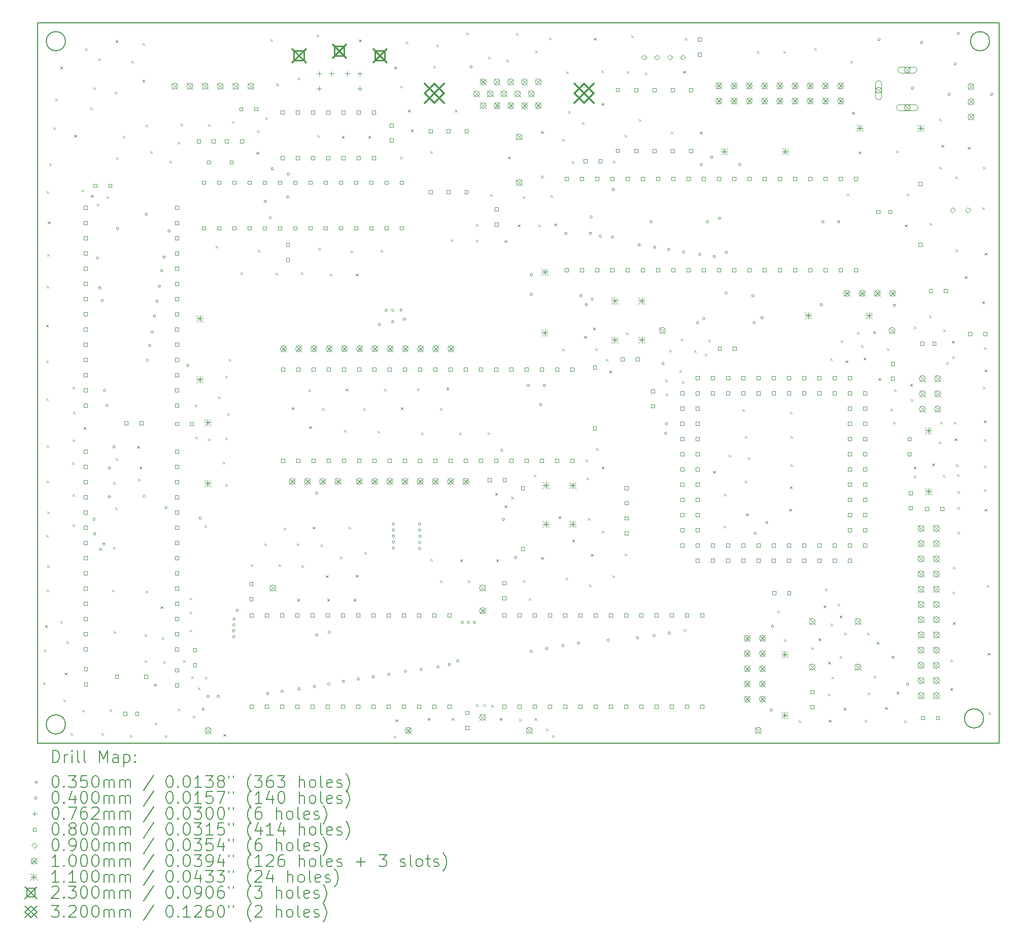
<source format=gbr>
%TF.GenerationSoftware,KiCad,Pcbnew,8.0.6*%
%TF.CreationDate,2024-12-01T17:46:25+03:00*%
%TF.ProjectId,6502_v1,36353032-5f76-4312-9e6b-696361645f70,rev?*%
%TF.SameCoordinates,Original*%
%TF.FileFunction,Drillmap*%
%TF.FilePolarity,Positive*%
%FSLAX45Y45*%
G04 Gerber Fmt 4.5, Leading zero omitted, Abs format (unit mm)*
G04 Created by KiCad (PCBNEW 8.0.6) date 2024-12-01 17:46:25*
%MOMM*%
%LPD*%
G01*
G04 APERTURE LIST*
%ADD10C,0.200000*%
%ADD11C,0.100000*%
%ADD12C,0.110000*%
%ADD13C,0.230000*%
%ADD14C,0.320000*%
G04 APERTURE END LIST*
D10*
X7405020Y-3737800D02*
G75*
G02*
X7085020Y-3737800I-160000J0D01*
G01*
X7085020Y-3737800D02*
G75*
G02*
X7405020Y-3737800I160000J0D01*
G01*
X22825020Y-3737800D02*
G75*
G02*
X22505020Y-3737800I-160000J0D01*
G01*
X22505020Y-3737800D02*
G75*
G02*
X22825020Y-3737800I160000J0D01*
G01*
X7405020Y-15147800D02*
G75*
G02*
X7085020Y-15147800I-160000J0D01*
G01*
X7085020Y-15147800D02*
G75*
G02*
X7405020Y-15147800I160000J0D01*
G01*
X22725020Y-15047800D02*
G75*
G02*
X22405020Y-15047800I-160000J0D01*
G01*
X22405020Y-15047800D02*
G75*
G02*
X22725020Y-15047800I160000J0D01*
G01*
X6940000Y-3430000D02*
X22980000Y-3430000D01*
X22980000Y-15460000D01*
X6940000Y-15460000D01*
X6940000Y-3430000D01*
D11*
X7032500Y-14442500D02*
X7067500Y-14477500D01*
X7067500Y-14442500D02*
X7032500Y-14477500D01*
X7052500Y-13892500D02*
X7087500Y-13927500D01*
X7087500Y-13892500D02*
X7052500Y-13927500D01*
X7062500Y-13492500D02*
X7097500Y-13527500D01*
X7097500Y-13492500D02*
X7062500Y-13527500D01*
X7082500Y-8472500D02*
X7117500Y-8507500D01*
X7117500Y-8472500D02*
X7082500Y-8507500D01*
X7082500Y-9072500D02*
X7117500Y-9107500D01*
X7117500Y-9072500D02*
X7082500Y-9107500D01*
X7082500Y-9702500D02*
X7117500Y-9737500D01*
X7117500Y-9702500D02*
X7082500Y-9737500D01*
X7082500Y-11982500D02*
X7117500Y-12017500D01*
X7117500Y-11982500D02*
X7082500Y-12017500D01*
X7092500Y-6242500D02*
X7127500Y-6277500D01*
X7127500Y-6242500D02*
X7092500Y-6277500D01*
X7092500Y-7822500D02*
X7127500Y-7857500D01*
X7127500Y-7822500D02*
X7092500Y-7857500D01*
X7092500Y-10482500D02*
X7127500Y-10517500D01*
X7127500Y-10482500D02*
X7092500Y-10517500D01*
X7092500Y-11072500D02*
X7127500Y-11107500D01*
X7127500Y-11072500D02*
X7092500Y-11107500D01*
X7092500Y-12892500D02*
X7127500Y-12927500D01*
X7127500Y-12892500D02*
X7092500Y-12927500D01*
X7102500Y-7292500D02*
X7137500Y-7327500D01*
X7137500Y-7292500D02*
X7102500Y-7327500D01*
X7102500Y-11592500D02*
X7137500Y-11627500D01*
X7137500Y-11592500D02*
X7102500Y-11627500D01*
X7102500Y-12492500D02*
X7137500Y-12527500D01*
X7137500Y-12492500D02*
X7102500Y-12527500D01*
X7112500Y-6752500D02*
X7147500Y-6787500D01*
X7147500Y-6752500D02*
X7112500Y-6787500D01*
X7132500Y-5772500D02*
X7167500Y-5807500D01*
X7167500Y-5772500D02*
X7132500Y-5807500D01*
X7202500Y-5172500D02*
X7237500Y-5207500D01*
X7237500Y-5172500D02*
X7202500Y-5207500D01*
X7232500Y-4692500D02*
X7267500Y-4727500D01*
X7267500Y-4692500D02*
X7232500Y-4727500D01*
X7322500Y-4162500D02*
X7357500Y-4197500D01*
X7357500Y-4162500D02*
X7322500Y-4197500D01*
X7322500Y-13422500D02*
X7357500Y-13457500D01*
X7357500Y-13422500D02*
X7322500Y-13457500D01*
X7372500Y-14732500D02*
X7407500Y-14767500D01*
X7407500Y-14732500D02*
X7372500Y-14767500D01*
X7392500Y-14282500D02*
X7427500Y-14317500D01*
X7427500Y-14282500D02*
X7392500Y-14317500D01*
X7422500Y-13762500D02*
X7457500Y-13797500D01*
X7457500Y-13762500D02*
X7422500Y-13797500D01*
X7492500Y-15292500D02*
X7527500Y-15327500D01*
X7527500Y-15292500D02*
X7492500Y-15327500D01*
X7512500Y-10772500D02*
X7547500Y-10807500D01*
X7547500Y-10772500D02*
X7512500Y-10807500D01*
X7522500Y-9512500D02*
X7557500Y-9547500D01*
X7557500Y-9512500D02*
X7522500Y-9547500D01*
X7522500Y-10392500D02*
X7557500Y-10427500D01*
X7557500Y-10392500D02*
X7522500Y-10427500D01*
X7522500Y-11302500D02*
X7557500Y-11337500D01*
X7557500Y-11302500D02*
X7522500Y-11337500D01*
X7522500Y-11802500D02*
X7557500Y-11837500D01*
X7557500Y-11802500D02*
X7522500Y-11837500D01*
X7532500Y-9922500D02*
X7567500Y-9957500D01*
X7567500Y-9922500D02*
X7532500Y-9957500D01*
X7552500Y-5302500D02*
X7587500Y-5337500D01*
X7587500Y-5302500D02*
X7552500Y-5337500D01*
X7672500Y-6212500D02*
X7707500Y-6247500D01*
X7707500Y-6212500D02*
X7672500Y-6247500D01*
X7682500Y-14902500D02*
X7717500Y-14937500D01*
X7717500Y-14902500D02*
X7682500Y-14937500D01*
X7712500Y-10182500D02*
X7747500Y-10217500D01*
X7747500Y-10182500D02*
X7712500Y-10217500D01*
X7732500Y-3852500D02*
X7767500Y-3887500D01*
X7767500Y-3852500D02*
X7732500Y-3887500D01*
X7822500Y-4842500D02*
X7857500Y-4877500D01*
X7857500Y-4842500D02*
X7822500Y-4877500D01*
X7832500Y-6312500D02*
X7867500Y-6347500D01*
X7867500Y-6312500D02*
X7832500Y-6347500D01*
X7872500Y-4502500D02*
X7907500Y-4537500D01*
X7907500Y-4502500D02*
X7872500Y-4537500D01*
X7932500Y-6452500D02*
X7967500Y-6487500D01*
X7967500Y-6452500D02*
X7932500Y-6487500D01*
X7952500Y-4022500D02*
X7987500Y-4057500D01*
X7987500Y-4022500D02*
X7952500Y-4057500D01*
X8002500Y-15292500D02*
X8037500Y-15327500D01*
X8037500Y-15292500D02*
X8002500Y-15327500D01*
X8092500Y-6322500D02*
X8127500Y-6357500D01*
X8127500Y-6322500D02*
X8092500Y-6357500D01*
X8142500Y-14892500D02*
X8177500Y-14927500D01*
X8177500Y-14892500D02*
X8142500Y-14927500D01*
X8182500Y-12892500D02*
X8217500Y-12927500D01*
X8217500Y-12892500D02*
X8182500Y-12927500D01*
X8202500Y-11102500D02*
X8237500Y-11137500D01*
X8237500Y-11102500D02*
X8202500Y-11137500D01*
X8202500Y-12182500D02*
X8237500Y-12217500D01*
X8237500Y-12182500D02*
X8202500Y-12217500D01*
X8212500Y-13592500D02*
X8247500Y-13627500D01*
X8247500Y-13592500D02*
X8212500Y-13627500D01*
X8222500Y-4582500D02*
X8257500Y-4617500D01*
X8257500Y-4582500D02*
X8222500Y-4617500D01*
X8232500Y-11522500D02*
X8267500Y-11557500D01*
X8267500Y-11522500D02*
X8232500Y-11557500D01*
X8242500Y-3722500D02*
X8277500Y-3757500D01*
X8277500Y-3722500D02*
X8242500Y-3757500D01*
X8242500Y-10702500D02*
X8277500Y-10737500D01*
X8277500Y-10702500D02*
X8242500Y-10737500D01*
X8252500Y-5672500D02*
X8287500Y-5707500D01*
X8287500Y-5672500D02*
X8252500Y-5707500D01*
X8364500Y-5316500D02*
X8399500Y-5351500D01*
X8399500Y-5316500D02*
X8364500Y-5351500D01*
X8482500Y-15322500D02*
X8517500Y-15357500D01*
X8517500Y-15322500D02*
X8482500Y-15357500D01*
X8502500Y-4062500D02*
X8537500Y-4097500D01*
X8537500Y-4062500D02*
X8502500Y-4097500D01*
X8602500Y-10502500D02*
X8637500Y-10537500D01*
X8637500Y-10502500D02*
X8602500Y-10537500D01*
X8612500Y-11042500D02*
X8647500Y-11077500D01*
X8647500Y-11042500D02*
X8612500Y-11077500D01*
X8642500Y-10842500D02*
X8677500Y-10877500D01*
X8677500Y-10842500D02*
X8642500Y-10877500D01*
X8692500Y-3772500D02*
X8727500Y-3807500D01*
X8727500Y-3772500D02*
X8692500Y-3807500D01*
X8692500Y-4382500D02*
X8727500Y-4417500D01*
X8727500Y-4382500D02*
X8692500Y-4417500D01*
X8722500Y-13642500D02*
X8757500Y-13677500D01*
X8757500Y-13642500D02*
X8722500Y-13677500D01*
X8722500Y-14072500D02*
X8757500Y-14107500D01*
X8757500Y-14072500D02*
X8722500Y-14107500D01*
X8742500Y-5132500D02*
X8777500Y-5167500D01*
X8777500Y-5132500D02*
X8742500Y-5167500D01*
X8742500Y-12912500D02*
X8777500Y-12947500D01*
X8777500Y-12912500D02*
X8742500Y-12947500D01*
X8821700Y-5570500D02*
X8856700Y-5605500D01*
X8856700Y-5570500D02*
X8821700Y-5605500D01*
X8882500Y-14472500D02*
X8917500Y-14507500D01*
X8917500Y-14472500D02*
X8882500Y-14507500D01*
X8892500Y-15112500D02*
X8927500Y-15147500D01*
X8927500Y-15112500D02*
X8892500Y-15147500D01*
X8992500Y-13172500D02*
X9027500Y-13207500D01*
X9027500Y-13172500D02*
X8992500Y-13207500D01*
X9012500Y-13692500D02*
X9047500Y-13727500D01*
X9047500Y-13692500D02*
X9012500Y-13727500D01*
X9042500Y-14092500D02*
X9077500Y-14127500D01*
X9077500Y-14092500D02*
X9042500Y-14127500D01*
X9062500Y-15322500D02*
X9097500Y-15357500D01*
X9097500Y-15322500D02*
X9062500Y-15357500D01*
X9142500Y-5732500D02*
X9177500Y-5767500D01*
X9177500Y-5732500D02*
X9142500Y-5767500D01*
X9278900Y-5418100D02*
X9313900Y-5453100D01*
X9313900Y-5418100D02*
X9278900Y-5453100D01*
X9282500Y-14882500D02*
X9317500Y-14917500D01*
X9317500Y-14882500D02*
X9282500Y-14917500D01*
X9329700Y-5113300D02*
X9364700Y-5148300D01*
X9364700Y-5113300D02*
X9329700Y-5148300D01*
X9372500Y-14072500D02*
X9407500Y-14107500D01*
X9407500Y-14072500D02*
X9372500Y-14107500D01*
X9482500Y-13032500D02*
X9517500Y-13067500D01*
X9517500Y-13032500D02*
X9482500Y-13067500D01*
X9482500Y-13262500D02*
X9517500Y-13297500D01*
X9517500Y-13262500D02*
X9482500Y-13297500D01*
X9482500Y-13562500D02*
X9517500Y-13597500D01*
X9517500Y-13562500D02*
X9482500Y-13597500D01*
X9502500Y-14342500D02*
X9537500Y-14377500D01*
X9537500Y-14342500D02*
X9502500Y-14377500D01*
X9532500Y-15002500D02*
X9567500Y-15037500D01*
X9567500Y-15002500D02*
X9532500Y-15037500D01*
X9562500Y-9802500D02*
X9597500Y-9837500D01*
X9597500Y-9802500D02*
X9562500Y-9837500D01*
X9572500Y-10342500D02*
X9607500Y-10377500D01*
X9607500Y-10342500D02*
X9572500Y-10377500D01*
X9612500Y-14532500D02*
X9647500Y-14567500D01*
X9647500Y-14532500D02*
X9612500Y-14567500D01*
X9682500Y-14872500D02*
X9717500Y-14907500D01*
X9717500Y-14872500D02*
X9682500Y-14907500D01*
X9722500Y-11822500D02*
X9757500Y-11857500D01*
X9757500Y-11822500D02*
X9722500Y-11857500D01*
X9732500Y-14352500D02*
X9767500Y-14387500D01*
X9767500Y-14352500D02*
X9732500Y-14387500D01*
X9782500Y-5122500D02*
X9817500Y-5157500D01*
X9817500Y-5122500D02*
X9782500Y-5157500D01*
X9782500Y-10372500D02*
X9817500Y-10407500D01*
X9817500Y-10372500D02*
X9782500Y-10407500D01*
X9912500Y-7152500D02*
X9947500Y-7187500D01*
X9947500Y-7152500D02*
X9912500Y-7187500D01*
X9952500Y-9672500D02*
X9987500Y-9707500D01*
X9987500Y-9672500D02*
X9952500Y-9707500D01*
X10032500Y-10762500D02*
X10067500Y-10797500D01*
X10067500Y-10762500D02*
X10032500Y-10797500D01*
X10042500Y-15312500D02*
X10077500Y-15347500D01*
X10077500Y-15312500D02*
X10042500Y-15347500D01*
X10072500Y-9322500D02*
X10107500Y-9357500D01*
X10107500Y-9322500D02*
X10072500Y-9357500D01*
X10072500Y-10352500D02*
X10107500Y-10387500D01*
X10107500Y-10352500D02*
X10072500Y-10387500D01*
X10072500Y-11132500D02*
X10107500Y-11167500D01*
X10107500Y-11132500D02*
X10072500Y-11167500D01*
X10102500Y-9952500D02*
X10137500Y-9987500D01*
X10137500Y-9952500D02*
X10102500Y-9987500D01*
X10132500Y-9042500D02*
X10167500Y-9077500D01*
X10167500Y-9042500D02*
X10132500Y-9077500D01*
X10182500Y-5072500D02*
X10217500Y-5107500D01*
X10217500Y-5072500D02*
X10182500Y-5107500D01*
X10322500Y-7592500D02*
X10357500Y-7627500D01*
X10357500Y-7592500D02*
X10322500Y-7627500D01*
X10492500Y-12472500D02*
X10527500Y-12507500D01*
X10527500Y-12472500D02*
X10492500Y-12507500D01*
X10592500Y-5592500D02*
X10627500Y-5627500D01*
X10627500Y-5592500D02*
X10592500Y-5627500D01*
X10602500Y-5222500D02*
X10637500Y-5257500D01*
X10637500Y-5222500D02*
X10602500Y-5257500D01*
X10612500Y-7222500D02*
X10647500Y-7257500D01*
X10647500Y-7222500D02*
X10612500Y-7257500D01*
X10722500Y-12122500D02*
X10757500Y-12157500D01*
X10757500Y-12122500D02*
X10722500Y-12157500D01*
X10742500Y-5002500D02*
X10777500Y-5037500D01*
X10777500Y-5002500D02*
X10742500Y-5037500D01*
X10822500Y-3702500D02*
X10857500Y-3737500D01*
X10857500Y-3702500D02*
X10822500Y-3737500D01*
X10912500Y-7602500D02*
X10947500Y-7637500D01*
X10947500Y-7602500D02*
X10912500Y-7637500D01*
X10922500Y-4442500D02*
X10957500Y-4477500D01*
X10957500Y-4442500D02*
X10922500Y-4477500D01*
X10962500Y-12472500D02*
X10997500Y-12507500D01*
X10997500Y-12472500D02*
X10962500Y-12507500D01*
X11042500Y-11862500D02*
X11077500Y-11897500D01*
X11077500Y-11862500D02*
X11042500Y-11897500D01*
X11182500Y-9852500D02*
X11217500Y-9887500D01*
X11217500Y-9852500D02*
X11182500Y-9887500D01*
X11262500Y-12122500D02*
X11297500Y-12157500D01*
X11297500Y-12122500D02*
X11262500Y-12157500D01*
X11272500Y-13052500D02*
X11307500Y-13087500D01*
X11307500Y-13052500D02*
X11272500Y-13087500D01*
X11282500Y-4342500D02*
X11317500Y-4377500D01*
X11317500Y-4342500D02*
X11282500Y-4377500D01*
X11332500Y-7592500D02*
X11367500Y-7627500D01*
X11367500Y-7592500D02*
X11332500Y-7627500D01*
X11342500Y-12492500D02*
X11377500Y-12527500D01*
X11377500Y-12492500D02*
X11342500Y-12527500D01*
X11462500Y-9552500D02*
X11497500Y-9587500D01*
X11497500Y-9552500D02*
X11462500Y-9587500D01*
X11472500Y-10172500D02*
X11507500Y-10207500D01*
X11507500Y-10172500D02*
X11472500Y-10207500D01*
X11532500Y-11842500D02*
X11567500Y-11877500D01*
X11567500Y-11842500D02*
X11532500Y-11877500D01*
X11592500Y-3622500D02*
X11627500Y-3657500D01*
X11627500Y-3622500D02*
X11592500Y-3657500D01*
X11602500Y-5302500D02*
X11637500Y-5337500D01*
X11637500Y-5302500D02*
X11602500Y-5337500D01*
X11632500Y-7192500D02*
X11667500Y-7227500D01*
X11667500Y-7192500D02*
X11632500Y-7227500D01*
X11662500Y-12142500D02*
X11697500Y-12177500D01*
X11697500Y-12142500D02*
X11662500Y-12177500D01*
X11692500Y-9862500D02*
X11727500Y-9897500D01*
X11727500Y-9862500D02*
X11692500Y-9897500D01*
X11752500Y-12662500D02*
X11787500Y-12697500D01*
X11787500Y-12662500D02*
X11752500Y-12697500D01*
X11772500Y-13052500D02*
X11807500Y-13087500D01*
X11807500Y-13052500D02*
X11772500Y-13087500D01*
X11812500Y-7622500D02*
X11847500Y-7657500D01*
X11847500Y-7622500D02*
X11812500Y-7657500D01*
X11982500Y-12342500D02*
X12017500Y-12377500D01*
X12017500Y-12342500D02*
X11982500Y-12377500D01*
X12022500Y-5322500D02*
X12057500Y-5357500D01*
X12057500Y-5322500D02*
X12022500Y-5357500D01*
X12052500Y-10232500D02*
X12087500Y-10267500D01*
X12087500Y-10232500D02*
X12052500Y-10267500D01*
X12082500Y-9542500D02*
X12117500Y-9577500D01*
X12117500Y-9542500D02*
X12082500Y-9577500D01*
X12132500Y-11842500D02*
X12167500Y-11877500D01*
X12167500Y-11842500D02*
X12132500Y-11877500D01*
X12162500Y-7232500D02*
X12197500Y-7267500D01*
X12197500Y-7232500D02*
X12162500Y-7267500D01*
X12212500Y-13052500D02*
X12247500Y-13087500D01*
X12247500Y-13052500D02*
X12212500Y-13087500D01*
X12252500Y-7622500D02*
X12287500Y-7657500D01*
X12287500Y-7622500D02*
X12252500Y-7657500D01*
X12252500Y-12652500D02*
X12287500Y-12687500D01*
X12287500Y-12652500D02*
X12252500Y-12687500D01*
X12302500Y-3712500D02*
X12337500Y-3747500D01*
X12337500Y-3712500D02*
X12302500Y-3747500D01*
X12372500Y-9862500D02*
X12407500Y-9897500D01*
X12407500Y-9862500D02*
X12372500Y-9897500D01*
X12392500Y-12272500D02*
X12427500Y-12307500D01*
X12427500Y-12272500D02*
X12392500Y-12307500D01*
X12462500Y-5322500D02*
X12497500Y-5357500D01*
X12497500Y-5322500D02*
X12462500Y-5357500D01*
X12612500Y-10242500D02*
X12647500Y-10277500D01*
X12647500Y-10242500D02*
X12612500Y-10277500D01*
X12662500Y-7222500D02*
X12697500Y-7257500D01*
X12697500Y-7222500D02*
X12662500Y-7257500D01*
X12722500Y-9542500D02*
X12757500Y-9577500D01*
X12757500Y-9542500D02*
X12722500Y-9577500D01*
X12882500Y-15332500D02*
X12917500Y-15367500D01*
X12917500Y-15332500D02*
X12882500Y-15367500D01*
X12892500Y-4162500D02*
X12927500Y-4197500D01*
X12927500Y-4162500D02*
X12892500Y-4197500D01*
X12912500Y-15062500D02*
X12947500Y-15097500D01*
X12947500Y-15062500D02*
X12912500Y-15097500D01*
X12992500Y-4482500D02*
X13027500Y-4517500D01*
X13027500Y-4482500D02*
X12992500Y-4517500D01*
X12992500Y-5662500D02*
X13027500Y-5697500D01*
X13027500Y-5662500D02*
X12992500Y-5697500D01*
X13002500Y-9852500D02*
X13037500Y-9887500D01*
X13037500Y-9852500D02*
X13002500Y-9887500D01*
X13088900Y-3741700D02*
X13123900Y-3776700D01*
X13123900Y-3741700D02*
X13088900Y-3776700D01*
X13122500Y-4882500D02*
X13157500Y-4917500D01*
X13157500Y-4882500D02*
X13122500Y-4917500D01*
X13172500Y-5212500D02*
X13207500Y-5247500D01*
X13207500Y-5212500D02*
X13172500Y-5247500D01*
X13272500Y-9532500D02*
X13307500Y-9567500D01*
X13307500Y-9532500D02*
X13272500Y-9567500D01*
X13342500Y-10272500D02*
X13377500Y-10307500D01*
X13377500Y-10272500D02*
X13342500Y-10307500D01*
X13452500Y-15042500D02*
X13487500Y-15077500D01*
X13487500Y-15042500D02*
X13452500Y-15077500D01*
X13492500Y-5572500D02*
X13527500Y-5607500D01*
X13527500Y-5572500D02*
X13492500Y-5607500D01*
X13492500Y-12382500D02*
X13527500Y-12417500D01*
X13527500Y-12382500D02*
X13492500Y-12417500D01*
X13546100Y-4148100D02*
X13581100Y-4183100D01*
X13581100Y-4148100D02*
X13546100Y-4183100D01*
X13596900Y-3792500D02*
X13631900Y-3827500D01*
X13631900Y-3792500D02*
X13596900Y-3827500D01*
X13652500Y-9862500D02*
X13687500Y-9897500D01*
X13687500Y-9862500D02*
X13652500Y-9897500D01*
X13652500Y-12742500D02*
X13687500Y-12777500D01*
X13687500Y-12742500D02*
X13652500Y-12777500D01*
X13762500Y-9522500D02*
X13797500Y-9557500D01*
X13797500Y-9522500D02*
X13762500Y-9557500D01*
X13832500Y-7042500D02*
X13867500Y-7077500D01*
X13867500Y-7042500D02*
X13832500Y-7077500D01*
X13852500Y-15042500D02*
X13887500Y-15077500D01*
X13887500Y-15042500D02*
X13852500Y-15077500D01*
X13902500Y-4882500D02*
X13937500Y-4917500D01*
X13937500Y-4882500D02*
X13902500Y-4917500D01*
X13972500Y-10272500D02*
X14007500Y-10307500D01*
X14007500Y-10272500D02*
X13972500Y-10307500D01*
X13992500Y-12392500D02*
X14027500Y-12427500D01*
X14027500Y-12392500D02*
X13992500Y-12427500D01*
X14092500Y-3592500D02*
X14127500Y-3627500D01*
X14127500Y-3592500D02*
X14092500Y-3627500D01*
X14122500Y-12742500D02*
X14157500Y-12777500D01*
X14157500Y-12742500D02*
X14122500Y-12777500D01*
X14252500Y-6792500D02*
X14287500Y-6827500D01*
X14287500Y-6792500D02*
X14252500Y-6827500D01*
X14252500Y-7052500D02*
X14287500Y-7087500D01*
X14287500Y-7052500D02*
X14252500Y-7087500D01*
X14252500Y-14812500D02*
X14287500Y-14847500D01*
X14287500Y-14812500D02*
X14252500Y-14847500D01*
X14382500Y-14812500D02*
X14417500Y-14847500D01*
X14417500Y-14812500D02*
X14382500Y-14847500D01*
X14452500Y-10272500D02*
X14487500Y-10307500D01*
X14487500Y-10272500D02*
X14452500Y-10307500D01*
X14460500Y-3995700D02*
X14495500Y-4030700D01*
X14495500Y-3995700D02*
X14460500Y-4030700D01*
X14492500Y-6292500D02*
X14527500Y-6327500D01*
X14527500Y-6292500D02*
X14492500Y-6327500D01*
X14512500Y-14822500D02*
X14547500Y-14857500D01*
X14547500Y-14822500D02*
X14512500Y-14857500D01*
X14572500Y-11282500D02*
X14607500Y-11317500D01*
X14607500Y-11282500D02*
X14572500Y-11317500D01*
X14592500Y-12392500D02*
X14627500Y-12427500D01*
X14627500Y-12392500D02*
X14592500Y-12427500D01*
X14652500Y-15042500D02*
X14687500Y-15077500D01*
X14687500Y-15042500D02*
X14652500Y-15077500D01*
X14732500Y-7062500D02*
X14767500Y-7097500D01*
X14767500Y-7062500D02*
X14732500Y-7097500D01*
X14732500Y-11492500D02*
X14767500Y-11527500D01*
X14767500Y-11492500D02*
X14732500Y-11527500D01*
X14765300Y-4046500D02*
X14800300Y-4081500D01*
X14800300Y-4046500D02*
X14765300Y-4081500D01*
X14792500Y-5662500D02*
X14827500Y-5697500D01*
X14827500Y-5662500D02*
X14792500Y-5697500D01*
X14842500Y-11342500D02*
X14877500Y-11377500D01*
X14877500Y-11342500D02*
X14842500Y-11377500D01*
X14922500Y-3602500D02*
X14957500Y-3637500D01*
X14957500Y-3602500D02*
X14922500Y-3637500D01*
X14952500Y-6802500D02*
X14987500Y-6837500D01*
X14987500Y-6802500D02*
X14952500Y-6837500D01*
X14972500Y-15052500D02*
X15007500Y-15087500D01*
X15007500Y-15052500D02*
X14972500Y-15087500D01*
X15032500Y-6322500D02*
X15067500Y-6357500D01*
X15067500Y-6322500D02*
X15032500Y-6357500D01*
X15042500Y-12732500D02*
X15077500Y-12767500D01*
X15077500Y-12732500D02*
X15042500Y-12767500D01*
X15132500Y-13042500D02*
X15167500Y-13077500D01*
X15167500Y-13042500D02*
X15132500Y-13077500D01*
X15222500Y-10972500D02*
X15257500Y-11007500D01*
X15257500Y-10972500D02*
X15222500Y-11007500D01*
X15232500Y-15042500D02*
X15267500Y-15077500D01*
X15267500Y-15042500D02*
X15232500Y-15077500D01*
X15242500Y-3892500D02*
X15277500Y-3927500D01*
X15277500Y-3892500D02*
X15242500Y-3927500D01*
X15292500Y-6802500D02*
X15327500Y-6837500D01*
X15327500Y-6802500D02*
X15292500Y-6837500D01*
X15342500Y-5242500D02*
X15377500Y-5277500D01*
X15377500Y-5242500D02*
X15342500Y-5277500D01*
X15342500Y-5982500D02*
X15377500Y-6017500D01*
X15377500Y-5982500D02*
X15342500Y-6017500D01*
X15342500Y-12352500D02*
X15377500Y-12387500D01*
X15377500Y-12352500D02*
X15342500Y-12387500D01*
X15422500Y-15212500D02*
X15457500Y-15247500D01*
X15457500Y-15212500D02*
X15422500Y-15247500D01*
X15472500Y-3672500D02*
X15507500Y-3707500D01*
X15507500Y-3672500D02*
X15472500Y-3707500D01*
X15502500Y-6312500D02*
X15537500Y-6347500D01*
X15537500Y-6312500D02*
X15502500Y-6347500D01*
X15522500Y-15322500D02*
X15557500Y-15357500D01*
X15557500Y-15322500D02*
X15522500Y-15357500D01*
X15562500Y-6782500D02*
X15597500Y-6817500D01*
X15597500Y-6782500D02*
X15562500Y-6817500D01*
X15632500Y-11672500D02*
X15667500Y-11707500D01*
X15667500Y-11672500D02*
X15632500Y-11707500D01*
X15692500Y-5372500D02*
X15727500Y-5407500D01*
X15727500Y-5372500D02*
X15692500Y-5407500D01*
X15692500Y-8872500D02*
X15727500Y-8907500D01*
X15727500Y-8872500D02*
X15692500Y-8907500D01*
X15752500Y-12702500D02*
X15787500Y-12737500D01*
X15787500Y-12702500D02*
X15752500Y-12737500D01*
X15762500Y-4242500D02*
X15797500Y-4277500D01*
X15797500Y-4242500D02*
X15762500Y-4277500D01*
X15792500Y-4902500D02*
X15827500Y-4937500D01*
X15827500Y-4902500D02*
X15792500Y-4937500D01*
X15852500Y-5742500D02*
X15887500Y-5777500D01*
X15887500Y-5742500D02*
X15852500Y-5777500D01*
X15862500Y-12062500D02*
X15897500Y-12097500D01*
X15897500Y-12062500D02*
X15862500Y-12097500D01*
X16022500Y-5092500D02*
X16057500Y-5127500D01*
X16057500Y-5092500D02*
X16022500Y-5127500D01*
X16062500Y-8662500D02*
X16097500Y-8697500D01*
X16097500Y-8662500D02*
X16062500Y-8697500D01*
X16082500Y-10722500D02*
X16117500Y-10757500D01*
X16117500Y-10722500D02*
X16082500Y-10757500D01*
X16102500Y-11022500D02*
X16137500Y-11057500D01*
X16137500Y-11022500D02*
X16102500Y-11057500D01*
X16122500Y-11702500D02*
X16157500Y-11737500D01*
X16157500Y-11702500D02*
X16122500Y-11737500D01*
X16142500Y-12812500D02*
X16177500Y-12847500D01*
X16177500Y-12812500D02*
X16142500Y-12847500D01*
X16172500Y-12302500D02*
X16207500Y-12337500D01*
X16207500Y-12302500D02*
X16172500Y-12337500D01*
X16212500Y-8522500D02*
X16247500Y-8557500D01*
X16247500Y-8522500D02*
X16212500Y-8557500D01*
X16222500Y-3682500D02*
X16257500Y-3717500D01*
X16257500Y-3682500D02*
X16222500Y-3717500D01*
X16242500Y-8862500D02*
X16277500Y-8897500D01*
X16277500Y-8862500D02*
X16242500Y-8897500D01*
X16262500Y-10532500D02*
X16297500Y-10567500D01*
X16297500Y-10532500D02*
X16262500Y-10567500D01*
X16342500Y-4222500D02*
X16377500Y-4257500D01*
X16377500Y-4222500D02*
X16342500Y-4257500D01*
X16352500Y-4772500D02*
X16387500Y-4807500D01*
X16387500Y-4772500D02*
X16352500Y-4807500D01*
X16352500Y-10842500D02*
X16387500Y-10877500D01*
X16387500Y-10842500D02*
X16352500Y-10877500D01*
X16352500Y-11912500D02*
X16387500Y-11947500D01*
X16387500Y-11912500D02*
X16352500Y-11947500D01*
X16422500Y-9042500D02*
X16457500Y-9077500D01*
X16457500Y-9042500D02*
X16422500Y-9077500D01*
X16482500Y-9242500D02*
X16517500Y-9277500D01*
X16517500Y-9242500D02*
X16482500Y-9277500D01*
X16532500Y-12662500D02*
X16567500Y-12697500D01*
X16567500Y-12662500D02*
X16532500Y-12697500D01*
X16542500Y-5732500D02*
X16577500Y-5767500D01*
X16577500Y-5732500D02*
X16542500Y-5767500D01*
X16732500Y-5302500D02*
X16767500Y-5337500D01*
X16767500Y-5302500D02*
X16732500Y-5337500D01*
X16732500Y-12292500D02*
X16767500Y-12327500D01*
X16767500Y-12292500D02*
X16732500Y-12327500D01*
X16762500Y-8602500D02*
X16797500Y-8637500D01*
X16797500Y-8602500D02*
X16762500Y-8637500D01*
X16772500Y-4232500D02*
X16807500Y-4267500D01*
X16807500Y-4232500D02*
X16772500Y-4267500D01*
X16842500Y-3642500D02*
X16877500Y-3677500D01*
X16877500Y-3642500D02*
X16842500Y-3677500D01*
X16972500Y-5042500D02*
X17007500Y-5077500D01*
X17007500Y-5042500D02*
X16972500Y-5077500D01*
X17072500Y-4262500D02*
X17107500Y-4297500D01*
X17107500Y-4262500D02*
X17072500Y-4297500D01*
X17412500Y-9392500D02*
X17447500Y-9427500D01*
X17447500Y-9392500D02*
X17412500Y-9427500D01*
X17422500Y-9622500D02*
X17457500Y-9657500D01*
X17457500Y-9622500D02*
X17422500Y-9657500D01*
X17482500Y-8892500D02*
X17517500Y-8927500D01*
X17517500Y-8892500D02*
X17482500Y-8927500D01*
X17502500Y-5252500D02*
X17537500Y-5287500D01*
X17537500Y-5252500D02*
X17502500Y-5287500D01*
X17652500Y-9232500D02*
X17687500Y-9267500D01*
X17687500Y-9232500D02*
X17652500Y-9267500D01*
X17672500Y-8702500D02*
X17707500Y-8737500D01*
X17707500Y-8702500D02*
X17672500Y-8737500D01*
X17692500Y-9412500D02*
X17727500Y-9447500D01*
X17727500Y-9412500D02*
X17692500Y-9447500D01*
X17712500Y-4232500D02*
X17747500Y-4267500D01*
X17747500Y-4232500D02*
X17712500Y-4267500D01*
X17742500Y-3682500D02*
X17777500Y-3717500D01*
X17777500Y-3682500D02*
X17742500Y-3717500D01*
X17892500Y-8902500D02*
X17927500Y-8937500D01*
X17927500Y-8902500D02*
X17892500Y-8937500D01*
X17992500Y-5252500D02*
X18027500Y-5287500D01*
X18027500Y-5252500D02*
X17992500Y-5287500D01*
X18072500Y-8962500D02*
X18107500Y-8997500D01*
X18107500Y-8962500D02*
X18072500Y-8997500D01*
X18132500Y-8722500D02*
X18167500Y-8757500D01*
X18167500Y-8722500D02*
X18132500Y-8757500D01*
X18212500Y-10912500D02*
X18247500Y-10947500D01*
X18247500Y-10912500D02*
X18212500Y-10947500D01*
X18382500Y-11832500D02*
X18417500Y-11867500D01*
X18417500Y-11832500D02*
X18382500Y-11867500D01*
X18392500Y-11292500D02*
X18427500Y-11327500D01*
X18427500Y-11292500D02*
X18392500Y-11327500D01*
X18472500Y-10642500D02*
X18507500Y-10677500D01*
X18507500Y-10642500D02*
X18472500Y-10677500D01*
X18702500Y-9882500D02*
X18737500Y-9917500D01*
X18737500Y-9882500D02*
X18702500Y-9917500D01*
X18742500Y-10332500D02*
X18777500Y-10367500D01*
X18777500Y-10332500D02*
X18742500Y-10367500D01*
X18742500Y-11072500D02*
X18777500Y-11107500D01*
X18777500Y-11072500D02*
X18742500Y-11107500D01*
X18762500Y-11622500D02*
X18797500Y-11657500D01*
X18797500Y-11622500D02*
X18762500Y-11657500D01*
X18792500Y-10682500D02*
X18827500Y-10717500D01*
X18827500Y-10682500D02*
X18792500Y-10717500D01*
X18942500Y-3902500D02*
X18977500Y-3937500D01*
X18977500Y-3902500D02*
X18942500Y-3937500D01*
X19286500Y-13241300D02*
X19321500Y-13276300D01*
X19321500Y-13241300D02*
X19286500Y-13276300D01*
X19382500Y-3902500D02*
X19417500Y-3937500D01*
X19417500Y-3902500D02*
X19382500Y-3937500D01*
X19392500Y-13722500D02*
X19427500Y-13757500D01*
X19427500Y-13722500D02*
X19392500Y-13757500D01*
X19482500Y-11552500D02*
X19517500Y-11587500D01*
X19517500Y-11552500D02*
X19482500Y-11587500D01*
X19492500Y-9922500D02*
X19527500Y-9957500D01*
X19527500Y-9922500D02*
X19492500Y-9957500D01*
X19492500Y-11172500D02*
X19527500Y-11207500D01*
X19527500Y-11172500D02*
X19492500Y-11207500D01*
X19502500Y-10332500D02*
X19537500Y-10367500D01*
X19537500Y-10332500D02*
X19502500Y-10367500D01*
X19502500Y-10802500D02*
X19537500Y-10837500D01*
X19537500Y-10802500D02*
X19502500Y-10837500D01*
X19642500Y-15082500D02*
X19677500Y-15117500D01*
X19677500Y-15082500D02*
X19642500Y-15117500D01*
X19852500Y-13862500D02*
X19887500Y-13897500D01*
X19887500Y-13862500D02*
X19852500Y-13897500D01*
X19902500Y-3852500D02*
X19937500Y-3887500D01*
X19937500Y-3852500D02*
X19902500Y-3887500D01*
X19972500Y-13712500D02*
X20007500Y-13747500D01*
X20007500Y-13712500D02*
X19972500Y-13747500D01*
X20052500Y-13162500D02*
X20087500Y-13197500D01*
X20087500Y-13162500D02*
X20052500Y-13197500D01*
X20082500Y-12882500D02*
X20117500Y-12917500D01*
X20117500Y-12882500D02*
X20082500Y-12917500D01*
X20132500Y-14102500D02*
X20167500Y-14137500D01*
X20167500Y-14102500D02*
X20132500Y-14137500D01*
X20132500Y-14632500D02*
X20167500Y-14667500D01*
X20167500Y-14632500D02*
X20132500Y-14667500D01*
X20142500Y-15072500D02*
X20177500Y-15107500D01*
X20177500Y-15072500D02*
X20142500Y-15107500D01*
X20162500Y-9032500D02*
X20197500Y-9067500D01*
X20197500Y-9032500D02*
X20162500Y-9067500D01*
X20172500Y-13462500D02*
X20207500Y-13497500D01*
X20207500Y-13462500D02*
X20172500Y-13497500D01*
X20192500Y-14352500D02*
X20227500Y-14387500D01*
X20227500Y-14352500D02*
X20192500Y-14387500D01*
X20292500Y-13132500D02*
X20327500Y-13167500D01*
X20327500Y-13132500D02*
X20292500Y-13167500D01*
X20322500Y-13332500D02*
X20357500Y-13367500D01*
X20357500Y-13332500D02*
X20322500Y-13367500D01*
X20322500Y-14002500D02*
X20357500Y-14037500D01*
X20357500Y-14002500D02*
X20322500Y-14037500D01*
X20342500Y-8732500D02*
X20377500Y-8767500D01*
X20377500Y-8732500D02*
X20342500Y-8767500D01*
X20392500Y-14872500D02*
X20427500Y-14907500D01*
X20427500Y-14872500D02*
X20392500Y-14907500D01*
X20402500Y-13612500D02*
X20437500Y-13647500D01*
X20437500Y-13612500D02*
X20402500Y-13647500D01*
X20422500Y-9072500D02*
X20457500Y-9107500D01*
X20457500Y-9072500D02*
X20422500Y-9107500D01*
X20442500Y-6282500D02*
X20477500Y-6317500D01*
X20477500Y-6282500D02*
X20442500Y-6317500D01*
X20502500Y-4062500D02*
X20537500Y-4097500D01*
X20537500Y-4062500D02*
X20502500Y-4097500D01*
X20532500Y-4922500D02*
X20567500Y-4957500D01*
X20567500Y-4922500D02*
X20532500Y-4957500D01*
X20612500Y-8592500D02*
X20647500Y-8627500D01*
X20647500Y-8592500D02*
X20612500Y-8627500D01*
X20642500Y-5582500D02*
X20677500Y-5617500D01*
X20677500Y-5582500D02*
X20642500Y-5617500D01*
X20682500Y-8812500D02*
X20717500Y-8847500D01*
X20717500Y-8812500D02*
X20682500Y-8847500D01*
X20722500Y-9022500D02*
X20757500Y-9057500D01*
X20757500Y-9022500D02*
X20722500Y-9057500D01*
X20742500Y-15072500D02*
X20777500Y-15107500D01*
X20777500Y-15072500D02*
X20742500Y-15107500D01*
X20782500Y-13612500D02*
X20817500Y-13647500D01*
X20817500Y-13612500D02*
X20782500Y-13647500D01*
X20792500Y-14612500D02*
X20827500Y-14647500D01*
X20827500Y-14612500D02*
X20792500Y-14647500D01*
X20882500Y-8582500D02*
X20917500Y-8617500D01*
X20917500Y-8582500D02*
X20882500Y-8617500D01*
X20892500Y-14332500D02*
X20927500Y-14367500D01*
X20927500Y-14332500D02*
X20892500Y-14367500D01*
X20942500Y-13772500D02*
X20977500Y-13807500D01*
X20977500Y-13772500D02*
X20942500Y-13807500D01*
X20972500Y-9362500D02*
X21007500Y-9397500D01*
X21007500Y-9362500D02*
X20972500Y-9397500D01*
X21082500Y-14862500D02*
X21117500Y-14897500D01*
X21117500Y-14862500D02*
X21082500Y-14897500D01*
X21112500Y-8862500D02*
X21147500Y-8897500D01*
X21147500Y-8862500D02*
X21112500Y-8897500D01*
X21172500Y-9872500D02*
X21207500Y-9907500D01*
X21207500Y-9872500D02*
X21172500Y-9907500D01*
X21192500Y-14002500D02*
X21227500Y-14037500D01*
X21227500Y-14002500D02*
X21192500Y-14037500D01*
X21212500Y-10092500D02*
X21247500Y-10127500D01*
X21247500Y-10092500D02*
X21212500Y-10127500D01*
X21232500Y-9552500D02*
X21267500Y-9587500D01*
X21267500Y-9552500D02*
X21232500Y-9587500D01*
X21262500Y-5562500D02*
X21297500Y-5597500D01*
X21297500Y-5562500D02*
X21262500Y-5597500D01*
X21272500Y-14602500D02*
X21307500Y-14637500D01*
X21307500Y-14602500D02*
X21272500Y-14637500D01*
X21402500Y-15082500D02*
X21437500Y-15117500D01*
X21437500Y-15082500D02*
X21402500Y-15117500D01*
X21412500Y-6802500D02*
X21447500Y-6837500D01*
X21447500Y-6802500D02*
X21412500Y-6837500D01*
X21442500Y-6282500D02*
X21477500Y-6317500D01*
X21477500Y-6282500D02*
X21442500Y-6317500D01*
X21502500Y-9462500D02*
X21537500Y-9497500D01*
X21537500Y-9462500D02*
X21502500Y-9497500D01*
X21512500Y-9712500D02*
X21547500Y-9747500D01*
X21547500Y-9712500D02*
X21512500Y-9747500D01*
X21562500Y-8502500D02*
X21597500Y-8537500D01*
X21597500Y-8502500D02*
X21562500Y-8537500D01*
X21562500Y-10842500D02*
X21597500Y-10877500D01*
X21597500Y-10842500D02*
X21562500Y-10877500D01*
X21562500Y-10992500D02*
X21597500Y-11027500D01*
X21597500Y-10992500D02*
X21562500Y-11027500D01*
X21812500Y-8312500D02*
X21847500Y-8347500D01*
X21847500Y-8312500D02*
X21812500Y-8347500D01*
X21822500Y-6772500D02*
X21857500Y-6807500D01*
X21857500Y-6772500D02*
X21822500Y-6807500D01*
X21862500Y-10792500D02*
X21897500Y-10827500D01*
X21897500Y-10792500D02*
X21862500Y-10827500D01*
X21972500Y-10422500D02*
X22007500Y-10457500D01*
X22007500Y-10422500D02*
X21972500Y-10457500D01*
X21982500Y-5032500D02*
X22017500Y-5067500D01*
X22017500Y-5032500D02*
X21982500Y-5067500D01*
X21982500Y-5832500D02*
X22017500Y-5867500D01*
X22017500Y-5832500D02*
X21982500Y-5867500D01*
X22002500Y-10092500D02*
X22037500Y-10127500D01*
X22037500Y-10092500D02*
X22002500Y-10127500D01*
X22022500Y-5472500D02*
X22057500Y-5507500D01*
X22057500Y-5472500D02*
X22022500Y-5507500D01*
X22042500Y-10982500D02*
X22077500Y-11017500D01*
X22077500Y-10982500D02*
X22042500Y-11017500D01*
X22052500Y-8552500D02*
X22087500Y-8587500D01*
X22087500Y-8552500D02*
X22052500Y-8587500D01*
X22102500Y-9092500D02*
X22137500Y-9127500D01*
X22137500Y-9092500D02*
X22102500Y-9127500D01*
X22172500Y-14062500D02*
X22207500Y-14097500D01*
X22207500Y-14062500D02*
X22172500Y-14097500D01*
X22172500Y-14542500D02*
X22207500Y-14577500D01*
X22207500Y-14542500D02*
X22172500Y-14577500D01*
X22192500Y-8742500D02*
X22227500Y-8777500D01*
X22227500Y-8742500D02*
X22192500Y-8777500D01*
X22202500Y-9002500D02*
X22237500Y-9037500D01*
X22237500Y-9002500D02*
X22202500Y-9037500D01*
X22202500Y-12932500D02*
X22237500Y-12967500D01*
X22237500Y-12932500D02*
X22202500Y-12967500D01*
X22212500Y-12512500D02*
X22247500Y-12547500D01*
X22247500Y-12512500D02*
X22212500Y-12547500D01*
X22212500Y-13442500D02*
X22247500Y-13477500D01*
X22247500Y-13442500D02*
X22212500Y-13477500D01*
X22232500Y-10092500D02*
X22267500Y-10127500D01*
X22267500Y-10092500D02*
X22232500Y-10127500D01*
X22242500Y-10372500D02*
X22277500Y-10407500D01*
X22277500Y-10372500D02*
X22242500Y-10407500D01*
X22252500Y-5992500D02*
X22287500Y-6027500D01*
X22287500Y-5992500D02*
X22252500Y-6027500D01*
X22252500Y-7212500D02*
X22287500Y-7247500D01*
X22287500Y-7212500D02*
X22252500Y-7247500D01*
X22262500Y-10802500D02*
X22297500Y-10837500D01*
X22297500Y-10802500D02*
X22262500Y-10837500D01*
X22282500Y-10962500D02*
X22317500Y-10997500D01*
X22317500Y-10962500D02*
X22282500Y-10997500D01*
X22292500Y-11252500D02*
X22327500Y-11287500D01*
X22327500Y-11252500D02*
X22292500Y-11287500D01*
X22292500Y-11512500D02*
X22327500Y-11547500D01*
X22327500Y-11512500D02*
X22292500Y-11547500D01*
X22292500Y-11932500D02*
X22327500Y-11967500D01*
X22327500Y-11932500D02*
X22292500Y-11967500D01*
X22412500Y-7662500D02*
X22447500Y-7697500D01*
X22447500Y-7662500D02*
X22412500Y-7697500D01*
X22462500Y-5502500D02*
X22497500Y-5537500D01*
X22497500Y-5502500D02*
X22462500Y-5537500D01*
X22702500Y-6512500D02*
X22737500Y-6547500D01*
X22737500Y-6512500D02*
X22702500Y-6547500D01*
X22702500Y-8082500D02*
X22737500Y-8117500D01*
X22737500Y-8082500D02*
X22702500Y-8117500D01*
X22712500Y-5832500D02*
X22747500Y-5867500D01*
X22747500Y-5832500D02*
X22712500Y-5867500D01*
X22712500Y-9512500D02*
X22747500Y-9547500D01*
X22747500Y-9512500D02*
X22712500Y-9547500D01*
X22732500Y-8852500D02*
X22767500Y-8887500D01*
X22767500Y-8852500D02*
X22732500Y-8887500D01*
X22732500Y-10072500D02*
X22767500Y-10107500D01*
X22767500Y-10072500D02*
X22732500Y-10107500D01*
X22732500Y-10382500D02*
X22767500Y-10417500D01*
X22767500Y-10382500D02*
X22732500Y-10417500D01*
X22732500Y-10822500D02*
X22767500Y-10857500D01*
X22767500Y-10822500D02*
X22732500Y-10857500D01*
X22732500Y-11222500D02*
X22767500Y-11257500D01*
X22767500Y-11222500D02*
X22732500Y-11257500D01*
X22742500Y-7272500D02*
X22777500Y-7307500D01*
X22777500Y-7272500D02*
X22742500Y-7307500D01*
X22742500Y-9222500D02*
X22777500Y-9257500D01*
X22777500Y-9222500D02*
X22742500Y-9257500D01*
X22742500Y-11552500D02*
X22777500Y-11587500D01*
X22777500Y-11552500D02*
X22742500Y-11587500D01*
X22782500Y-12822500D02*
X22817500Y-12857500D01*
X22817500Y-12822500D02*
X22782500Y-12857500D01*
X22792500Y-13952500D02*
X22827500Y-13987500D01*
X22827500Y-13952500D02*
X22792500Y-13987500D01*
X22802500Y-14942500D02*
X22837500Y-14977500D01*
X22837500Y-14942500D02*
X22802500Y-14977500D01*
X7900590Y-11720930D02*
G75*
G02*
X7860590Y-11720930I-20000J0D01*
G01*
X7860590Y-11720930D02*
G75*
G02*
X7900590Y-11720930I20000J0D01*
G01*
X7912620Y-11966640D02*
G75*
G02*
X7872620Y-11966640I-20000J0D01*
G01*
X7872620Y-11966640D02*
G75*
G02*
X7912620Y-11966640I20000J0D01*
G01*
X7960000Y-7360000D02*
G75*
G02*
X7920000Y-7360000I-20000J0D01*
G01*
X7920000Y-7360000D02*
G75*
G02*
X7960000Y-7360000I20000J0D01*
G01*
X7997220Y-7860000D02*
G75*
G02*
X7957220Y-7860000I-20000J0D01*
G01*
X7957220Y-7860000D02*
G75*
G02*
X7997220Y-7860000I20000J0D01*
G01*
X8013100Y-12222290D02*
G75*
G02*
X7973100Y-12222290I-20000J0D01*
G01*
X7973100Y-12222290D02*
G75*
G02*
X8013100Y-12222290I20000J0D01*
G01*
X8037220Y-8070000D02*
G75*
G02*
X7997220Y-8070000I-20000J0D01*
G01*
X7997220Y-8070000D02*
G75*
G02*
X8037220Y-8070000I20000J0D01*
G01*
X8064977Y-12136798D02*
G75*
G02*
X8024977Y-12136798I-20000J0D01*
G01*
X8024977Y-12136798D02*
G75*
G02*
X8064977Y-12136798I20000J0D01*
G01*
X8077220Y-9570000D02*
G75*
G02*
X8037220Y-9570000I-20000J0D01*
G01*
X8037220Y-9570000D02*
G75*
G02*
X8077220Y-9570000I20000J0D01*
G01*
X8117220Y-9820000D02*
G75*
G02*
X8077220Y-9820000I-20000J0D01*
G01*
X8077220Y-9820000D02*
G75*
G02*
X8117220Y-9820000I20000J0D01*
G01*
X8157220Y-10862800D02*
G75*
G02*
X8117220Y-10862800I-20000J0D01*
G01*
X8117220Y-10862800D02*
G75*
G02*
X8157220Y-10862800I20000J0D01*
G01*
X8157220Y-11347800D02*
G75*
G02*
X8117220Y-11347800I-20000J0D01*
G01*
X8117220Y-11347800D02*
G75*
G02*
X8157220Y-11347800I20000J0D01*
G01*
X8237220Y-10512800D02*
G75*
G02*
X8197220Y-10512800I-20000J0D01*
G01*
X8197220Y-10512800D02*
G75*
G02*
X8237220Y-10512800I20000J0D01*
G01*
X8295020Y-6867800D02*
G75*
G02*
X8255020Y-6867800I-20000J0D01*
G01*
X8255020Y-6867800D02*
G75*
G02*
X8295020Y-6867800I20000J0D01*
G01*
X8736980Y-11337800D02*
G75*
G02*
X8696980Y-11337800I-20000J0D01*
G01*
X8696980Y-11337800D02*
G75*
G02*
X8736980Y-11337800I20000J0D01*
G01*
X8775020Y-6627800D02*
G75*
G02*
X8735020Y-6627800I-20000J0D01*
G01*
X8735020Y-6627800D02*
G75*
G02*
X8775020Y-6627800I20000J0D01*
G01*
X8790000Y-9070000D02*
G75*
G02*
X8750000Y-9070000I-20000J0D01*
G01*
X8750000Y-9070000D02*
G75*
G02*
X8790000Y-9070000I20000J0D01*
G01*
X8830000Y-8820000D02*
G75*
G02*
X8790000Y-8820000I-20000J0D01*
G01*
X8790000Y-8820000D02*
G75*
G02*
X8830000Y-8820000I20000J0D01*
G01*
X8871980Y-8590000D02*
G75*
G02*
X8831980Y-8590000I-20000J0D01*
G01*
X8831980Y-8590000D02*
G75*
G02*
X8871980Y-8590000I20000J0D01*
G01*
X8910000Y-8330000D02*
G75*
G02*
X8870000Y-8330000I-20000J0D01*
G01*
X8870000Y-8330000D02*
G75*
G02*
X8910000Y-8330000I20000J0D01*
G01*
X8951980Y-8080000D02*
G75*
G02*
X8911980Y-8080000I-20000J0D01*
G01*
X8911980Y-8080000D02*
G75*
G02*
X8951980Y-8080000I20000J0D01*
G01*
X8991980Y-7831520D02*
G75*
G02*
X8951980Y-7831520I-20000J0D01*
G01*
X8951980Y-7831520D02*
G75*
G02*
X8991980Y-7831520I20000J0D01*
G01*
X9031980Y-7570000D02*
G75*
G02*
X8991980Y-7570000I-20000J0D01*
G01*
X8991980Y-7570000D02*
G75*
G02*
X9031980Y-7570000I20000J0D01*
G01*
X9071980Y-7343957D02*
G75*
G02*
X9031980Y-7343957I-20000J0D01*
G01*
X9031980Y-7343957D02*
G75*
G02*
X9071980Y-7343957I20000J0D01*
G01*
X9104872Y-11527947D02*
G75*
G02*
X9064872Y-11527947I-20000J0D01*
G01*
X9064872Y-11527947D02*
G75*
G02*
X9104872Y-11527947I20000J0D01*
G01*
X9155020Y-6907800D02*
G75*
G02*
X9115020Y-6907800I-20000J0D01*
G01*
X9115020Y-6907800D02*
G75*
G02*
X9155020Y-6907800I20000J0D01*
G01*
X9465020Y-9147800D02*
G75*
G02*
X9425020Y-9147800I-20000J0D01*
G01*
X9425020Y-9147800D02*
G75*
G02*
X9465020Y-9147800I20000J0D01*
G01*
X9671077Y-11703800D02*
G75*
G02*
X9631077Y-11703800I-20000J0D01*
G01*
X9631077Y-11703800D02*
G75*
G02*
X9671077Y-11703800I20000J0D01*
G01*
X9805020Y-14677800D02*
G75*
G02*
X9765020Y-14677800I-20000J0D01*
G01*
X9765020Y-14677800D02*
G75*
G02*
X9805020Y-14677800I20000J0D01*
G01*
X9975020Y-14677800D02*
G75*
G02*
X9935020Y-14677800I-20000J0D01*
G01*
X9935020Y-14677800D02*
G75*
G02*
X9975020Y-14677800I20000J0D01*
G01*
X10232564Y-13585110D02*
G75*
G02*
X10192564Y-13585110I-20000J0D01*
G01*
X10192564Y-13585110D02*
G75*
G02*
X10232564Y-13585110I20000J0D01*
G01*
X10234203Y-13685097D02*
G75*
G02*
X10194203Y-13685097I-20000J0D01*
G01*
X10194203Y-13685097D02*
G75*
G02*
X10234203Y-13685097I20000J0D01*
G01*
X10234371Y-13485127D02*
G75*
G02*
X10194371Y-13485127I-20000J0D01*
G01*
X10194371Y-13485127D02*
G75*
G02*
X10234371Y-13485127I20000J0D01*
G01*
X10239452Y-13385255D02*
G75*
G02*
X10199452Y-13385255I-20000J0D01*
G01*
X10199452Y-13385255D02*
G75*
G02*
X10239452Y-13385255I20000J0D01*
G01*
X10291180Y-13240365D02*
G75*
G02*
X10251180Y-13240365I-20000J0D01*
G01*
X10251180Y-13240365D02*
G75*
G02*
X10291180Y-13240365I20000J0D01*
G01*
X10760020Y-6412800D02*
G75*
G02*
X10720020Y-6412800I-20000J0D01*
G01*
X10720020Y-6412800D02*
G75*
G02*
X10760020Y-6412800I20000J0D01*
G01*
X10800000Y-14634760D02*
G75*
G02*
X10760000Y-14634760I-20000J0D01*
G01*
X10760000Y-14634760D02*
G75*
G02*
X10800000Y-14634760I20000J0D01*
G01*
X10845020Y-6682800D02*
G75*
G02*
X10805020Y-6682800I-20000J0D01*
G01*
X10805020Y-6682800D02*
G75*
G02*
X10845020Y-6682800I20000J0D01*
G01*
X10875020Y-5867800D02*
G75*
G02*
X10835020Y-5867800I-20000J0D01*
G01*
X10835020Y-5867800D02*
G75*
G02*
X10875020Y-5867800I20000J0D01*
G01*
X11040000Y-14594760D02*
G75*
G02*
X11000000Y-14594760I-20000J0D01*
G01*
X11000000Y-14594760D02*
G75*
G02*
X11040000Y-14594760I20000J0D01*
G01*
X11135020Y-6337800D02*
G75*
G02*
X11095020Y-6337800I-20000J0D01*
G01*
X11095020Y-6337800D02*
G75*
G02*
X11135020Y-6337800I20000J0D01*
G01*
X11145020Y-5957800D02*
G75*
G02*
X11105020Y-5957800I-20000J0D01*
G01*
X11105020Y-5957800D02*
G75*
G02*
X11145020Y-5957800I20000J0D01*
G01*
X11321300Y-14554760D02*
G75*
G02*
X11281300Y-14554760I-20000J0D01*
G01*
X11281300Y-14554760D02*
G75*
G02*
X11321300Y-14554760I20000J0D01*
G01*
X11580000Y-14514760D02*
G75*
G02*
X11540000Y-14514760I-20000J0D01*
G01*
X11540000Y-14514760D02*
G75*
G02*
X11580000Y-14514760I20000J0D01*
G01*
X11614940Y-13655240D02*
G75*
G02*
X11574940Y-13655240I-20000J0D01*
G01*
X11574940Y-13655240D02*
G75*
G02*
X11614940Y-13655240I20000J0D01*
G01*
X11618747Y-11283800D02*
G75*
G02*
X11578747Y-11283800I-20000J0D01*
G01*
X11578747Y-11283800D02*
G75*
G02*
X11618747Y-11283800I20000J0D01*
G01*
X11820000Y-14472200D02*
G75*
G02*
X11780000Y-14472200I-20000J0D01*
G01*
X11780000Y-14472200D02*
G75*
G02*
X11820000Y-14472200I20000J0D01*
G01*
X11828300Y-13608480D02*
G75*
G02*
X11788300Y-13608480I-20000J0D01*
G01*
X11788300Y-13608480D02*
G75*
G02*
X11828300Y-13608480I20000J0D01*
G01*
X12060000Y-14430000D02*
G75*
G02*
X12020000Y-14430000I-20000J0D01*
G01*
X12020000Y-14430000D02*
G75*
G02*
X12060000Y-14430000I20000J0D01*
G01*
X12310000Y-14392200D02*
G75*
G02*
X12270000Y-14392200I-20000J0D01*
G01*
X12270000Y-14392200D02*
G75*
G02*
X12310000Y-14392200I20000J0D01*
G01*
X12560000Y-14352200D02*
G75*
G02*
X12520000Y-14352200I-20000J0D01*
G01*
X12520000Y-14352200D02*
G75*
G02*
X12560000Y-14352200I20000J0D01*
G01*
X12661720Y-8467920D02*
G75*
G02*
X12621720Y-8467920I-20000J0D01*
G01*
X12621720Y-8467920D02*
G75*
G02*
X12661720Y-8467920I20000J0D01*
G01*
X12775020Y-8232920D02*
G75*
G02*
X12735020Y-8232920I-20000J0D01*
G01*
X12735020Y-8232920D02*
G75*
G02*
X12775020Y-8232920I20000J0D01*
G01*
X12820000Y-14312200D02*
G75*
G02*
X12780000Y-14312200I-20000J0D01*
G01*
X12780000Y-14312200D02*
G75*
G02*
X12820000Y-14312200I20000J0D01*
G01*
X12885940Y-8231822D02*
G75*
G02*
X12845940Y-8231822I-20000J0D01*
G01*
X12845940Y-8231822D02*
G75*
G02*
X12885940Y-8231822I20000J0D01*
G01*
X12885940Y-8422920D02*
G75*
G02*
X12845940Y-8422920I-20000J0D01*
G01*
X12845940Y-8422920D02*
G75*
G02*
X12885940Y-8422920I20000J0D01*
G01*
X12897220Y-11800000D02*
G75*
G02*
X12857220Y-11800000I-20000J0D01*
G01*
X12857220Y-11800000D02*
G75*
G02*
X12897220Y-11800000I20000J0D01*
G01*
X12897220Y-11900000D02*
G75*
G02*
X12857220Y-11900000I-20000J0D01*
G01*
X12857220Y-11900000D02*
G75*
G02*
X12897220Y-11900000I20000J0D01*
G01*
X12897220Y-12000001D02*
G75*
G02*
X12857220Y-12000001I-20000J0D01*
G01*
X12857220Y-12000001D02*
G75*
G02*
X12897220Y-12000001I20000J0D01*
G01*
X12897220Y-12100001D02*
G75*
G02*
X12857220Y-12100001I-20000J0D01*
G01*
X12857220Y-12100001D02*
G75*
G02*
X12897220Y-12100001I20000J0D01*
G01*
X12897220Y-12200001D02*
G75*
G02*
X12857220Y-12200001I-20000J0D01*
G01*
X12857220Y-12200001D02*
G75*
G02*
X12897220Y-12200001I20000J0D01*
G01*
X13025020Y-8227800D02*
G75*
G02*
X12985020Y-8227800I-20000J0D01*
G01*
X12985020Y-8227800D02*
G75*
G02*
X13025020Y-8227800I20000J0D01*
G01*
X13081060Y-8377920D02*
G75*
G02*
X13041060Y-8377920I-20000J0D01*
G01*
X13041060Y-8377920D02*
G75*
G02*
X13081060Y-8377920I20000J0D01*
G01*
X13100000Y-14260000D02*
G75*
G02*
X13060000Y-14260000I-20000J0D01*
G01*
X13060000Y-14260000D02*
G75*
G02*
X13100000Y-14260000I20000J0D01*
G01*
X13333799Y-11801061D02*
G75*
G02*
X13293799Y-11801061I-20000J0D01*
G01*
X13293799Y-11801061D02*
G75*
G02*
X13333799Y-11801061I20000J0D01*
G01*
X13333799Y-11901062D02*
G75*
G02*
X13293799Y-11901062I-20000J0D01*
G01*
X13293799Y-11901062D02*
G75*
G02*
X13333799Y-11901062I20000J0D01*
G01*
X13333799Y-12110000D02*
G75*
G02*
X13293799Y-12110000I-20000J0D01*
G01*
X13293799Y-12110000D02*
G75*
G02*
X13333799Y-12110000I20000J0D01*
G01*
X13333799Y-12210000D02*
G75*
G02*
X13293799Y-12210000I-20000J0D01*
G01*
X13293799Y-12210000D02*
G75*
G02*
X13333799Y-12210000I20000J0D01*
G01*
X13340000Y-12010000D02*
G75*
G02*
X13300000Y-12010000I-20000J0D01*
G01*
X13300000Y-12010000D02*
G75*
G02*
X13340000Y-12010000I20000J0D01*
G01*
X13360000Y-14230000D02*
G75*
G02*
X13320000Y-14230000I-20000J0D01*
G01*
X13320000Y-14230000D02*
G75*
G02*
X13360000Y-14230000I20000J0D01*
G01*
X13640000Y-14190000D02*
G75*
G02*
X13600000Y-14190000I-20000J0D01*
G01*
X13600000Y-14190000D02*
G75*
G02*
X13640000Y-14190000I20000J0D01*
G01*
X13830820Y-14152200D02*
G75*
G02*
X13790820Y-14152200I-20000J0D01*
G01*
X13790820Y-14152200D02*
G75*
G02*
X13830820Y-14152200I20000J0D01*
G01*
X13970948Y-14084173D02*
G75*
G02*
X13930948Y-14084173I-20000J0D01*
G01*
X13930948Y-14084173D02*
G75*
G02*
X13970948Y-14084173I20000J0D01*
G01*
X14049497Y-13441600D02*
G75*
G02*
X14009497Y-13441600I-20000J0D01*
G01*
X14009497Y-13441600D02*
G75*
G02*
X14049497Y-13441600I20000J0D01*
G01*
X14149498Y-13441600D02*
G75*
G02*
X14109498Y-13441600I-20000J0D01*
G01*
X14109498Y-13441600D02*
G75*
G02*
X14149498Y-13441600I20000J0D01*
G01*
X14193200Y-4165600D02*
G75*
G02*
X14153200Y-4165600I-20000J0D01*
G01*
X14153200Y-4165600D02*
G75*
G02*
X14193200Y-4165600I20000J0D01*
G01*
X14249498Y-13441600D02*
G75*
G02*
X14209498Y-13441600I-20000J0D01*
G01*
X14209498Y-13441600D02*
G75*
G02*
X14249498Y-13441600I20000J0D01*
G01*
X14705020Y-10567800D02*
G75*
G02*
X14665020Y-10567800I-20000J0D01*
G01*
X14665020Y-10567800D02*
G75*
G02*
X14705020Y-10567800I20000J0D01*
G01*
X14732520Y-11722800D02*
G75*
G02*
X14692520Y-11722800I-20000J0D01*
G01*
X14692520Y-11722800D02*
G75*
G02*
X14732520Y-11722800I20000J0D01*
G01*
X14936230Y-12357800D02*
G75*
G02*
X14896230Y-12357800I-20000J0D01*
G01*
X14896230Y-12357800D02*
G75*
G02*
X14936230Y-12357800I20000J0D01*
G01*
X15145020Y-9487800D02*
G75*
G02*
X15105020Y-9487800I-20000J0D01*
G01*
X15105020Y-9487800D02*
G75*
G02*
X15145020Y-9487800I20000J0D01*
G01*
X15197340Y-13922904D02*
G75*
G02*
X15157340Y-13922904I-20000J0D01*
G01*
X15157340Y-13922904D02*
G75*
G02*
X15197340Y-13922904I20000J0D01*
G01*
X15200020Y-7637800D02*
G75*
G02*
X15160020Y-7637800I-20000J0D01*
G01*
X15160020Y-7637800D02*
G75*
G02*
X15200020Y-7637800I20000J0D01*
G01*
X15200020Y-7962800D02*
G75*
G02*
X15160020Y-7962800I-20000J0D01*
G01*
X15160020Y-7962800D02*
G75*
G02*
X15200020Y-7962800I20000J0D01*
G01*
X15355020Y-9807800D02*
G75*
G02*
X15315020Y-9807800I-20000J0D01*
G01*
X15315020Y-9807800D02*
G75*
G02*
X15355020Y-9807800I20000J0D01*
G01*
X15415020Y-9487800D02*
G75*
G02*
X15375020Y-9487800I-20000J0D01*
G01*
X15375020Y-9487800D02*
G75*
G02*
X15415020Y-9487800I20000J0D01*
G01*
X15456420Y-13877904D02*
G75*
G02*
X15416420Y-13877904I-20000J0D01*
G01*
X15416420Y-13877904D02*
G75*
G02*
X15456420Y-13877904I20000J0D01*
G01*
X15725660Y-13832904D02*
G75*
G02*
X15685660Y-13832904I-20000J0D01*
G01*
X15685660Y-13832904D02*
G75*
G02*
X15725660Y-13832904I20000J0D01*
G01*
X15775020Y-6947200D02*
G75*
G02*
X15735020Y-6947200I-20000J0D01*
G01*
X15735020Y-6947200D02*
G75*
G02*
X15775020Y-6947200I20000J0D01*
G01*
X15984740Y-13787904D02*
G75*
G02*
X15944740Y-13787904I-20000J0D01*
G01*
X15944740Y-13787904D02*
G75*
G02*
X15984740Y-13787904I20000J0D01*
G01*
X16025020Y-7987500D02*
G75*
G02*
X15985020Y-7987500I-20000J0D01*
G01*
X15985020Y-7987500D02*
G75*
G02*
X16025020Y-7987500I20000J0D01*
G01*
X16117254Y-8140035D02*
G75*
G02*
X16077254Y-8140035I-20000J0D01*
G01*
X16077254Y-8140035D02*
G75*
G02*
X16117254Y-8140035I20000J0D01*
G01*
X16184687Y-6947200D02*
G75*
G02*
X16144687Y-6947200I-20000J0D01*
G01*
X16144687Y-6947200D02*
G75*
G02*
X16184687Y-6947200I20000J0D01*
G01*
X16195020Y-6672800D02*
G75*
G02*
X16155020Y-6672800I-20000J0D01*
G01*
X16155020Y-6672800D02*
G75*
G02*
X16195020Y-6672800I20000J0D01*
G01*
X16212254Y-8045035D02*
G75*
G02*
X16172254Y-8045035I-20000J0D01*
G01*
X16172254Y-8045035D02*
G75*
G02*
X16212254Y-8045035I20000J0D01*
G01*
X16350754Y-6993534D02*
G75*
G02*
X16310754Y-6993534I-20000J0D01*
G01*
X16310754Y-6993534D02*
G75*
G02*
X16350754Y-6993534I20000J0D01*
G01*
X16482580Y-13742904D02*
G75*
G02*
X16442580Y-13742904I-20000J0D01*
G01*
X16442580Y-13742904D02*
G75*
G02*
X16482580Y-13742904I20000J0D01*
G01*
X16548620Y-7007800D02*
G75*
G02*
X16508620Y-7007800I-20000J0D01*
G01*
X16508620Y-7007800D02*
G75*
G02*
X16548620Y-7007800I20000J0D01*
G01*
X16565020Y-6217800D02*
G75*
G02*
X16525020Y-6217800I-20000J0D01*
G01*
X16525020Y-6217800D02*
G75*
G02*
X16565020Y-6217800I20000J0D01*
G01*
X16970260Y-13702904D02*
G75*
G02*
X16930260Y-13702904I-20000J0D01*
G01*
X16930260Y-13702904D02*
G75*
G02*
X16970260Y-13702904I20000J0D01*
G01*
X17000000Y-7137200D02*
G75*
G02*
X16960000Y-7137200I-20000J0D01*
G01*
X16960000Y-7137200D02*
G75*
G02*
X17000000Y-7137200I20000J0D01*
G01*
X17195020Y-6752800D02*
G75*
G02*
X17155020Y-6752800I-20000J0D01*
G01*
X17155020Y-6752800D02*
G75*
G02*
X17195020Y-6752800I20000J0D01*
G01*
X17244580Y-13661600D02*
G75*
G02*
X17204580Y-13661600I-20000J0D01*
G01*
X17204580Y-13661600D02*
G75*
G02*
X17244580Y-13661600I20000J0D01*
G01*
X17254985Y-7177200D02*
G75*
G02*
X17214985Y-7177200I-20000J0D01*
G01*
X17214985Y-7177200D02*
G75*
G02*
X17254985Y-7177200I20000J0D01*
G01*
X17396755Y-9119535D02*
G75*
G02*
X17356755Y-9119535I-20000J0D01*
G01*
X17356755Y-9119535D02*
G75*
G02*
X17396755Y-9119535I20000J0D01*
G01*
X17438055Y-10284955D02*
G75*
G02*
X17398055Y-10284955I-20000J0D01*
G01*
X17398055Y-10284955D02*
G75*
G02*
X17438055Y-10284955I20000J0D01*
G01*
X17455020Y-10127800D02*
G75*
G02*
X17415020Y-10127800I-20000J0D01*
G01*
X17415020Y-10127800D02*
G75*
G02*
X17455020Y-10127800I20000J0D01*
G01*
X17490000Y-7217200D02*
G75*
G02*
X17450000Y-7217200I-20000J0D01*
G01*
X17450000Y-7217200D02*
G75*
G02*
X17490000Y-7217200I20000J0D01*
G01*
X17498580Y-13621600D02*
G75*
G02*
X17458580Y-13621600I-20000J0D01*
G01*
X17458580Y-13621600D02*
G75*
G02*
X17498580Y-13621600I20000J0D01*
G01*
X17740000Y-7257200D02*
G75*
G02*
X17700000Y-7257200I-20000J0D01*
G01*
X17700000Y-7257200D02*
G75*
G02*
X17740000Y-7257200I20000J0D01*
G01*
X17762740Y-13580960D02*
G75*
G02*
X17722740Y-13580960I-20000J0D01*
G01*
X17722740Y-13580960D02*
G75*
G02*
X17762740Y-13580960I20000J0D01*
G01*
X17975020Y-8437800D02*
G75*
G02*
X17935020Y-8437800I-20000J0D01*
G01*
X17935020Y-8437800D02*
G75*
G02*
X17975020Y-8437800I20000J0D01*
G01*
X18010000Y-7297200D02*
G75*
G02*
X17970000Y-7297200I-20000J0D01*
G01*
X17970000Y-7297200D02*
G75*
G02*
X18010000Y-7297200I20000J0D01*
G01*
X18035020Y-5797800D02*
G75*
G02*
X17995020Y-5797800I-20000J0D01*
G01*
X17995020Y-5797800D02*
G75*
G02*
X18035020Y-5797800I20000J0D01*
G01*
X18075020Y-8367800D02*
G75*
G02*
X18035020Y-8367800I-20000J0D01*
G01*
X18035020Y-8367800D02*
G75*
G02*
X18075020Y-8367800I20000J0D01*
G01*
X18135020Y-6752800D02*
G75*
G02*
X18095020Y-6752800I-20000J0D01*
G01*
X18095020Y-6752800D02*
G75*
G02*
X18135020Y-6752800I20000J0D01*
G01*
X18208188Y-5674631D02*
G75*
G02*
X18168188Y-5674631I-20000J0D01*
G01*
X18168188Y-5674631D02*
G75*
G02*
X18208188Y-5674631I20000J0D01*
G01*
X18250000Y-7337200D02*
G75*
G02*
X18210000Y-7337200I-20000J0D01*
G01*
X18210000Y-7337200D02*
G75*
G02*
X18250000Y-7337200I20000J0D01*
G01*
X18340020Y-6692800D02*
G75*
G02*
X18300020Y-6692800I-20000J0D01*
G01*
X18300020Y-6692800D02*
G75*
G02*
X18340020Y-6692800I20000J0D01*
G01*
X18450020Y-7262800D02*
G75*
G02*
X18410020Y-7262800I-20000J0D01*
G01*
X18410020Y-7262800D02*
G75*
G02*
X18450020Y-7262800I20000J0D01*
G01*
X18450020Y-7942500D02*
G75*
G02*
X18410020Y-7942500I-20000J0D01*
G01*
X18410020Y-7942500D02*
G75*
G02*
X18450020Y-7942500I20000J0D01*
G01*
X18675020Y-5797800D02*
G75*
G02*
X18635020Y-5797800I-20000J0D01*
G01*
X18635020Y-5797800D02*
G75*
G02*
X18675020Y-5797800I20000J0D01*
G01*
X18896794Y-7990300D02*
G75*
G02*
X18856794Y-7990300I-20000J0D01*
G01*
X18856794Y-7990300D02*
G75*
G02*
X18896794Y-7990300I20000J0D01*
G01*
X18915020Y-8440300D02*
G75*
G02*
X18875020Y-8440300I-20000J0D01*
G01*
X18875020Y-8440300D02*
G75*
G02*
X18915020Y-8440300I20000J0D01*
G01*
X18932520Y-11955300D02*
G75*
G02*
X18892520Y-11955300I-20000J0D01*
G01*
X18892520Y-11955300D02*
G75*
G02*
X18932520Y-11955300I20000J0D01*
G01*
X19045020Y-8357800D02*
G75*
G02*
X19005020Y-8357800I-20000J0D01*
G01*
X19005020Y-8357800D02*
G75*
G02*
X19045020Y-8357800I20000J0D01*
G01*
X19125020Y-11775300D02*
G75*
G02*
X19085020Y-11775300I-20000J0D01*
G01*
X19085020Y-11775300D02*
G75*
G02*
X19125020Y-11775300I20000J0D01*
G01*
X19205020Y-14907800D02*
G75*
G02*
X19165020Y-14907800I-20000J0D01*
G01*
X19165020Y-14907800D02*
G75*
G02*
X19205020Y-14907800I20000J0D01*
G01*
X19225020Y-13507800D02*
G75*
G02*
X19185020Y-13507800I-20000J0D01*
G01*
X19185020Y-13507800D02*
G75*
G02*
X19225020Y-13507800I20000J0D01*
G01*
X20035620Y-8137800D02*
G75*
G02*
X19995620Y-8137800I-20000J0D01*
G01*
X19995620Y-8137800D02*
G75*
G02*
X20035620Y-8137800I20000J0D01*
G01*
X20065020Y-6752800D02*
G75*
G02*
X20025020Y-6752800I-20000J0D01*
G01*
X20025020Y-6752800D02*
G75*
G02*
X20065020Y-6752800I20000J0D01*
G01*
X20325020Y-6752800D02*
G75*
G02*
X20285020Y-6752800I-20000J0D01*
G01*
X20285020Y-6752800D02*
G75*
G02*
X20325020Y-6752800I20000J0D01*
G01*
X21000400Y-3708400D02*
G75*
G02*
X20960400Y-3708400I-20000J0D01*
G01*
X20960400Y-3708400D02*
G75*
G02*
X21000400Y-3708400I20000J0D01*
G01*
X21255020Y-8147800D02*
G75*
G02*
X21215020Y-8147800I-20000J0D01*
G01*
X21215020Y-8147800D02*
G75*
G02*
X21255020Y-8147800I20000J0D01*
G01*
X21477739Y-14475081D02*
G75*
G02*
X21437739Y-14475081I-20000J0D01*
G01*
X21437739Y-14475081D02*
G75*
G02*
X21477739Y-14475081I20000J0D01*
G01*
X21559200Y-4521200D02*
G75*
G02*
X21519200Y-4521200I-20000J0D01*
G01*
X21519200Y-4521200D02*
G75*
G02*
X21559200Y-4521200I20000J0D01*
G01*
X21711600Y-3759200D02*
G75*
G02*
X21671600Y-3759200I-20000J0D01*
G01*
X21671600Y-3759200D02*
G75*
G02*
X21711600Y-3759200I20000J0D01*
G01*
X22168800Y-4622800D02*
G75*
G02*
X22128800Y-4622800I-20000J0D01*
G01*
X22128800Y-4622800D02*
G75*
G02*
X22168800Y-4622800I20000J0D01*
G01*
X22270400Y-4114800D02*
G75*
G02*
X22230400Y-4114800I-20000J0D01*
G01*
X22230400Y-4114800D02*
G75*
G02*
X22270400Y-4114800I20000J0D01*
G01*
X22321200Y-3606800D02*
G75*
G02*
X22281200Y-3606800I-20000J0D01*
G01*
X22281200Y-3606800D02*
G75*
G02*
X22321200Y-3606800I20000J0D01*
G01*
X22880000Y-4622800D02*
G75*
G02*
X22840000Y-4622800I-20000J0D01*
G01*
X22840000Y-4622800D02*
G75*
G02*
X22880000Y-4622800I20000J0D01*
G01*
X11635000Y-4241900D02*
X11635000Y-4318100D01*
X11596900Y-4280000D02*
X11673100Y-4280000D01*
X11635000Y-4491900D02*
X11635000Y-4568100D01*
X11596900Y-4530000D02*
X11673100Y-4530000D01*
X11845000Y-4241900D02*
X11845000Y-4318100D01*
X11806900Y-4280000D02*
X11883100Y-4280000D01*
X12105000Y-4241900D02*
X12105000Y-4318100D01*
X12066900Y-4280000D02*
X12143100Y-4280000D01*
X12315000Y-4241900D02*
X12315000Y-4318100D01*
X12276900Y-4280000D02*
X12353100Y-4280000D01*
X12315000Y-4491900D02*
X12315000Y-4568100D01*
X12276900Y-4530000D02*
X12353100Y-4530000D01*
X7768004Y-6544084D02*
X7768004Y-6487515D01*
X7711435Y-6487515D01*
X7711435Y-6544084D01*
X7768004Y-6544084D01*
X7768004Y-6798084D02*
X7768004Y-6741515D01*
X7711435Y-6741515D01*
X7711435Y-6798084D01*
X7768004Y-6798084D01*
X7768004Y-7052084D02*
X7768004Y-6995515D01*
X7711435Y-6995515D01*
X7711435Y-7052084D01*
X7768004Y-7052084D01*
X7768004Y-7306084D02*
X7768004Y-7249515D01*
X7711435Y-7249515D01*
X7711435Y-7306084D01*
X7768004Y-7306084D01*
X7768004Y-7560084D02*
X7768004Y-7503515D01*
X7711435Y-7503515D01*
X7711435Y-7560084D01*
X7768004Y-7560084D01*
X7768004Y-7814084D02*
X7768004Y-7757515D01*
X7711435Y-7757515D01*
X7711435Y-7814084D01*
X7768004Y-7814084D01*
X7768004Y-8068084D02*
X7768004Y-8011515D01*
X7711435Y-8011515D01*
X7711435Y-8068084D01*
X7768004Y-8068084D01*
X7768004Y-8322084D02*
X7768004Y-8265515D01*
X7711435Y-8265515D01*
X7711435Y-8322084D01*
X7768004Y-8322084D01*
X7768004Y-8576085D02*
X7768004Y-8519516D01*
X7711435Y-8519516D01*
X7711435Y-8576085D01*
X7768004Y-8576085D01*
X7768004Y-8830085D02*
X7768004Y-8773516D01*
X7711435Y-8773516D01*
X7711435Y-8830085D01*
X7768004Y-8830085D01*
X7768004Y-9084085D02*
X7768004Y-9027516D01*
X7711435Y-9027516D01*
X7711435Y-9084085D01*
X7768004Y-9084085D01*
X7768004Y-9338085D02*
X7768004Y-9281516D01*
X7711435Y-9281516D01*
X7711435Y-9338085D01*
X7768004Y-9338085D01*
X7768004Y-9592085D02*
X7768004Y-9535516D01*
X7711435Y-9535516D01*
X7711435Y-9592085D01*
X7768004Y-9592085D01*
X7768004Y-9846085D02*
X7768004Y-9789516D01*
X7711435Y-9789516D01*
X7711435Y-9846085D01*
X7768004Y-9846085D01*
X7768004Y-10620085D02*
X7768004Y-10563516D01*
X7711435Y-10563516D01*
X7711435Y-10620085D01*
X7768004Y-10620085D01*
X7768004Y-10874085D02*
X7768004Y-10817516D01*
X7711435Y-10817516D01*
X7711435Y-10874085D01*
X7768004Y-10874085D01*
X7768004Y-11128085D02*
X7768004Y-11071516D01*
X7711435Y-11071516D01*
X7711435Y-11128085D01*
X7768004Y-11128085D01*
X7768004Y-11382084D02*
X7768004Y-11325515D01*
X7711435Y-11325515D01*
X7711435Y-11382084D01*
X7768004Y-11382084D01*
X7768004Y-11636084D02*
X7768004Y-11579515D01*
X7711435Y-11579515D01*
X7711435Y-11636084D01*
X7768004Y-11636084D01*
X7768004Y-11890084D02*
X7768004Y-11833515D01*
X7711435Y-11833515D01*
X7711435Y-11890084D01*
X7768004Y-11890084D01*
X7768004Y-12144084D02*
X7768004Y-12087515D01*
X7711435Y-12087515D01*
X7711435Y-12144084D01*
X7768004Y-12144084D01*
X7768004Y-12398084D02*
X7768004Y-12341515D01*
X7711435Y-12341515D01*
X7711435Y-12398084D01*
X7768004Y-12398084D01*
X7768004Y-12652084D02*
X7768004Y-12595515D01*
X7711435Y-12595515D01*
X7711435Y-12652084D01*
X7768004Y-12652084D01*
X7768004Y-12906084D02*
X7768004Y-12849515D01*
X7711435Y-12849515D01*
X7711435Y-12906084D01*
X7768004Y-12906084D01*
X7768004Y-13160084D02*
X7768004Y-13103515D01*
X7711435Y-13103515D01*
X7711435Y-13160084D01*
X7768004Y-13160084D01*
X7768004Y-13414084D02*
X7768004Y-13357515D01*
X7711435Y-13357515D01*
X7711435Y-13414084D01*
X7768004Y-13414084D01*
X7768004Y-13668084D02*
X7768004Y-13611515D01*
X7711435Y-13611515D01*
X7711435Y-13668084D01*
X7768004Y-13668084D01*
X7768004Y-13922084D02*
X7768004Y-13865515D01*
X7711435Y-13865515D01*
X7711435Y-13922084D01*
X7768004Y-13922084D01*
X7773304Y-14251084D02*
X7773304Y-14194515D01*
X7716735Y-14194515D01*
X7716735Y-14251084D01*
X7773304Y-14251084D01*
X7773304Y-14501084D02*
X7773304Y-14444515D01*
X7716735Y-14444515D01*
X7716735Y-14501084D01*
X7773304Y-14501084D01*
X7928304Y-6176084D02*
X7928304Y-6119515D01*
X7871735Y-6119515D01*
X7871735Y-6176084D01*
X7928304Y-6176084D01*
X8178304Y-6176084D02*
X8178304Y-6119515D01*
X8121735Y-6119515D01*
X8121735Y-6176084D01*
X8178304Y-6176084D01*
X8288304Y-14376084D02*
X8288304Y-14319515D01*
X8231735Y-14319515D01*
X8231735Y-14376084D01*
X8288304Y-14376084D01*
X8428816Y-14996084D02*
X8428816Y-14939515D01*
X8372247Y-14939515D01*
X8372247Y-14996084D01*
X8428816Y-14996084D01*
X8448304Y-10146085D02*
X8448304Y-10089516D01*
X8391735Y-10089516D01*
X8391735Y-10146085D01*
X8448304Y-10146085D01*
X8628816Y-14996084D02*
X8628816Y-14939515D01*
X8572247Y-14939515D01*
X8572247Y-14996084D01*
X8628816Y-14996084D01*
X8698304Y-10146085D02*
X8698304Y-10089516D01*
X8641735Y-10089516D01*
X8641735Y-10146085D01*
X8698304Y-10146085D01*
X8778304Y-14376084D02*
X8778304Y-14319515D01*
X8721735Y-14319515D01*
X8721735Y-14376084D01*
X8778304Y-14376084D01*
X9289424Y-10155965D02*
X9289424Y-10099396D01*
X9232855Y-10099396D01*
X9232855Y-10155965D01*
X9289424Y-10155965D01*
X9292004Y-6544084D02*
X9292004Y-6487515D01*
X9235435Y-6487515D01*
X9235435Y-6544084D01*
X9292004Y-6544084D01*
X9292004Y-6798084D02*
X9292004Y-6741515D01*
X9235435Y-6741515D01*
X9235435Y-6798084D01*
X9292004Y-6798084D01*
X9292004Y-7052084D02*
X9292004Y-6995515D01*
X9235435Y-6995515D01*
X9235435Y-7052084D01*
X9292004Y-7052084D01*
X9292004Y-7306084D02*
X9292004Y-7249515D01*
X9235435Y-7249515D01*
X9235435Y-7306084D01*
X9292004Y-7306084D01*
X9292004Y-7560084D02*
X9292004Y-7503515D01*
X9235435Y-7503515D01*
X9235435Y-7560084D01*
X9292004Y-7560084D01*
X9292004Y-7814084D02*
X9292004Y-7757515D01*
X9235435Y-7757515D01*
X9235435Y-7814084D01*
X9292004Y-7814084D01*
X9292004Y-8068084D02*
X9292004Y-8011515D01*
X9235435Y-8011515D01*
X9235435Y-8068084D01*
X9292004Y-8068084D01*
X9292004Y-8322084D02*
X9292004Y-8265515D01*
X9235435Y-8265515D01*
X9235435Y-8322084D01*
X9292004Y-8322084D01*
X9292004Y-8576085D02*
X9292004Y-8519516D01*
X9235435Y-8519516D01*
X9235435Y-8576085D01*
X9292004Y-8576085D01*
X9292004Y-8830085D02*
X9292004Y-8773516D01*
X9235435Y-8773516D01*
X9235435Y-8830085D01*
X9292004Y-8830085D01*
X9292004Y-9084085D02*
X9292004Y-9027516D01*
X9235435Y-9027516D01*
X9235435Y-9084085D01*
X9292004Y-9084085D01*
X9292004Y-9338085D02*
X9292004Y-9281516D01*
X9235435Y-9281516D01*
X9235435Y-9338085D01*
X9292004Y-9338085D01*
X9292004Y-9592085D02*
X9292004Y-9535516D01*
X9235435Y-9535516D01*
X9235435Y-9592085D01*
X9292004Y-9592085D01*
X9292004Y-9846085D02*
X9292004Y-9789516D01*
X9235435Y-9789516D01*
X9235435Y-9846085D01*
X9292004Y-9846085D01*
X9292004Y-10620085D02*
X9292004Y-10563516D01*
X9235435Y-10563516D01*
X9235435Y-10620085D01*
X9292004Y-10620085D01*
X9292004Y-10874085D02*
X9292004Y-10817516D01*
X9235435Y-10817516D01*
X9235435Y-10874085D01*
X9292004Y-10874085D01*
X9292004Y-11128085D02*
X9292004Y-11071516D01*
X9235435Y-11071516D01*
X9235435Y-11128085D01*
X9292004Y-11128085D01*
X9292004Y-11382084D02*
X9292004Y-11325515D01*
X9235435Y-11325515D01*
X9235435Y-11382084D01*
X9292004Y-11382084D01*
X9292004Y-11636084D02*
X9292004Y-11579515D01*
X9235435Y-11579515D01*
X9235435Y-11636084D01*
X9292004Y-11636084D01*
X9292004Y-11890084D02*
X9292004Y-11833515D01*
X9235435Y-11833515D01*
X9235435Y-11890084D01*
X9292004Y-11890084D01*
X9292004Y-12144084D02*
X9292004Y-12087515D01*
X9235435Y-12087515D01*
X9235435Y-12144084D01*
X9292004Y-12144084D01*
X9292004Y-12398084D02*
X9292004Y-12341515D01*
X9235435Y-12341515D01*
X9235435Y-12398084D01*
X9292004Y-12398084D01*
X9292004Y-12652084D02*
X9292004Y-12595515D01*
X9235435Y-12595515D01*
X9235435Y-12652084D01*
X9292004Y-12652084D01*
X9292004Y-12906084D02*
X9292004Y-12849515D01*
X9235435Y-12849515D01*
X9235435Y-12906084D01*
X9292004Y-12906084D01*
X9292004Y-13160084D02*
X9292004Y-13103515D01*
X9235435Y-13103515D01*
X9235435Y-13160084D01*
X9292004Y-13160084D01*
X9292004Y-13414084D02*
X9292004Y-13357515D01*
X9235435Y-13357515D01*
X9235435Y-13414084D01*
X9292004Y-13414084D01*
X9292004Y-13668084D02*
X9292004Y-13611515D01*
X9235435Y-13611515D01*
X9235435Y-13668084D01*
X9292004Y-13668084D01*
X9292004Y-13922084D02*
X9292004Y-13865515D01*
X9235435Y-13865515D01*
X9235435Y-13922084D01*
X9292004Y-13922084D01*
X9293304Y-14271084D02*
X9293304Y-14214515D01*
X9236735Y-14214515D01*
X9236735Y-14271084D01*
X9293304Y-14271084D01*
X9293304Y-14521084D02*
X9293304Y-14464515D01*
X9236735Y-14464515D01*
X9236735Y-14521084D01*
X9293304Y-14521084D01*
X9539424Y-10155965D02*
X9539424Y-10099396D01*
X9482855Y-10099396D01*
X9482855Y-10155965D01*
X9539424Y-10155965D01*
X9593304Y-13931084D02*
X9593304Y-13874515D01*
X9536735Y-13874515D01*
X9536735Y-13931084D01*
X9593304Y-13931084D01*
X9593304Y-14181084D02*
X9593304Y-14124515D01*
X9536735Y-14124515D01*
X9536735Y-14181084D01*
X9593304Y-14181084D01*
X9653304Y-5436085D02*
X9653304Y-5379516D01*
X9596735Y-5379516D01*
X9596735Y-5436085D01*
X9653304Y-5436085D01*
X9743304Y-6126084D02*
X9743304Y-6069515D01*
X9686735Y-6069515D01*
X9686735Y-6126084D01*
X9743304Y-6126084D01*
X9743304Y-6888084D02*
X9743304Y-6831515D01*
X9686735Y-6831515D01*
X9686735Y-6888084D01*
X9743304Y-6888084D01*
X9823304Y-5786084D02*
X9823304Y-5729515D01*
X9766735Y-5729515D01*
X9766735Y-5786084D01*
X9823304Y-5786084D01*
X9903304Y-5436085D02*
X9903304Y-5379516D01*
X9846735Y-5379516D01*
X9846735Y-5436085D01*
X9903304Y-5436085D01*
X9997304Y-6126084D02*
X9997304Y-6069515D01*
X9940735Y-6069515D01*
X9940735Y-6126084D01*
X9997304Y-6126084D01*
X9997304Y-6888084D02*
X9997304Y-6831515D01*
X9940735Y-6831515D01*
X9940735Y-6888084D01*
X9997304Y-6888084D01*
X10123304Y-5436085D02*
X10123304Y-5379516D01*
X10066735Y-5379516D01*
X10066735Y-5436085D01*
X10123304Y-5436085D01*
X10203304Y-5786084D02*
X10203304Y-5729515D01*
X10146735Y-5729515D01*
X10146735Y-5786084D01*
X10203304Y-5786084D01*
X10251304Y-6126084D02*
X10251304Y-6069515D01*
X10194735Y-6069515D01*
X10194735Y-6126084D01*
X10251304Y-6126084D01*
X10251304Y-6888084D02*
X10251304Y-6831515D01*
X10194735Y-6831515D01*
X10194735Y-6888084D01*
X10251304Y-6888084D01*
X10363285Y-4898285D02*
X10363285Y-4841716D01*
X10306716Y-4841716D01*
X10306716Y-4898285D01*
X10363285Y-4898285D01*
X10373304Y-5436085D02*
X10373304Y-5379516D01*
X10316735Y-5379516D01*
X10316735Y-5436085D01*
X10373304Y-5436085D01*
X10505304Y-6126084D02*
X10505304Y-6069515D01*
X10448735Y-6069515D01*
X10448735Y-6126084D01*
X10505304Y-6126084D01*
X10505304Y-6888084D02*
X10505304Y-6831515D01*
X10448735Y-6831515D01*
X10448735Y-6888084D01*
X10505304Y-6888084D01*
X10532024Y-12830044D02*
X10532024Y-12773475D01*
X10475455Y-12773475D01*
X10475455Y-12830044D01*
X10532024Y-12830044D01*
X10532024Y-13080044D02*
X10532024Y-13023475D01*
X10475455Y-13023475D01*
X10475455Y-13080044D01*
X10532024Y-13080044D01*
X10535604Y-13351784D02*
X10535604Y-13295215D01*
X10479035Y-13295215D01*
X10479035Y-13351784D01*
X10535604Y-13351784D01*
X10535604Y-14875784D02*
X10535604Y-14819215D01*
X10479035Y-14819215D01*
X10479035Y-14875784D01*
X10535604Y-14875784D01*
X10613285Y-4898285D02*
X10613285Y-4841716D01*
X10556716Y-4841716D01*
X10556716Y-4898285D01*
X10613285Y-4898285D01*
X10759304Y-6126084D02*
X10759304Y-6069515D01*
X10702735Y-6069515D01*
X10702735Y-6126084D01*
X10759304Y-6126084D01*
X10759304Y-6888084D02*
X10759304Y-6831515D01*
X10702735Y-6831515D01*
X10702735Y-6888084D01*
X10759304Y-6888084D01*
X10789604Y-13351784D02*
X10789604Y-13295215D01*
X10733035Y-13295215D01*
X10733035Y-13351784D01*
X10789604Y-13351784D01*
X10789604Y-14875784D02*
X10789604Y-14819215D01*
X10733035Y-14819215D01*
X10733035Y-14875784D01*
X10789604Y-14875784D01*
X11013304Y-6126084D02*
X11013304Y-6069515D01*
X10956735Y-6069515D01*
X10956735Y-6126084D01*
X11013304Y-6126084D01*
X11013304Y-6888084D02*
X11013304Y-6831515D01*
X10956735Y-6831515D01*
X10956735Y-6888084D01*
X11013304Y-6888084D01*
X11043604Y-13351784D02*
X11043604Y-13295215D01*
X10987035Y-13295215D01*
X10987035Y-13351784D01*
X11043604Y-13351784D01*
X11043604Y-14875784D02*
X11043604Y-14819215D01*
X10987035Y-14819215D01*
X10987035Y-14875784D01*
X11043604Y-14875784D01*
X11051804Y-4956085D02*
X11051804Y-4899516D01*
X10995235Y-4899516D01*
X10995235Y-4956085D01*
X11051804Y-4956085D01*
X11051804Y-5718084D02*
X11051804Y-5661515D01*
X10995235Y-5661515D01*
X10995235Y-5718084D01*
X11051804Y-5718084D01*
X11061604Y-9243785D02*
X11061604Y-9187216D01*
X11005035Y-9187216D01*
X11005035Y-9243785D01*
X11061604Y-9243785D01*
X11061604Y-10767785D02*
X11061604Y-10711216D01*
X11005035Y-10711216D01*
X11005035Y-10767785D01*
X11061604Y-10767785D01*
X11143304Y-7166084D02*
X11143304Y-7109515D01*
X11086735Y-7109515D01*
X11086735Y-7166084D01*
X11143304Y-7166084D01*
X11143304Y-7416084D02*
X11143304Y-7359515D01*
X11086735Y-7359515D01*
X11086735Y-7416084D01*
X11143304Y-7416084D01*
X11267304Y-6126084D02*
X11267304Y-6069515D01*
X11210735Y-6069515D01*
X11210735Y-6126084D01*
X11267304Y-6126084D01*
X11267304Y-6888084D02*
X11267304Y-6831515D01*
X11210735Y-6831515D01*
X11210735Y-6888084D01*
X11267304Y-6888084D01*
X11297604Y-13351784D02*
X11297604Y-13295215D01*
X11241035Y-13295215D01*
X11241035Y-13351784D01*
X11297604Y-13351784D01*
X11297604Y-14875784D02*
X11297604Y-14819215D01*
X11241035Y-14819215D01*
X11241035Y-14875784D01*
X11297604Y-14875784D01*
X11305804Y-4956085D02*
X11305804Y-4899516D01*
X11249235Y-4899516D01*
X11249235Y-4956085D01*
X11305804Y-4956085D01*
X11305804Y-5718084D02*
X11305804Y-5661515D01*
X11249235Y-5661515D01*
X11249235Y-5718084D01*
X11305804Y-5718084D01*
X11315604Y-9243785D02*
X11315604Y-9187216D01*
X11259035Y-9187216D01*
X11259035Y-9243785D01*
X11315604Y-9243785D01*
X11315604Y-10767785D02*
X11315604Y-10711216D01*
X11259035Y-10711216D01*
X11259035Y-10767785D01*
X11315604Y-10767785D01*
X11521304Y-6126084D02*
X11521304Y-6069515D01*
X11464735Y-6069515D01*
X11464735Y-6126084D01*
X11521304Y-6126084D01*
X11521304Y-6888084D02*
X11521304Y-6831515D01*
X11464735Y-6831515D01*
X11464735Y-6888084D01*
X11521304Y-6888084D01*
X11551604Y-13351784D02*
X11551604Y-13295215D01*
X11495035Y-13295215D01*
X11495035Y-13351784D01*
X11551604Y-13351784D01*
X11551604Y-14875784D02*
X11551604Y-14819215D01*
X11495035Y-14819215D01*
X11495035Y-14875784D01*
X11551604Y-14875784D01*
X11559804Y-4956085D02*
X11559804Y-4899516D01*
X11503235Y-4899516D01*
X11503235Y-4956085D01*
X11559804Y-4956085D01*
X11559804Y-5718084D02*
X11559804Y-5661515D01*
X11503235Y-5661515D01*
X11503235Y-5718084D01*
X11559804Y-5718084D01*
X11569604Y-9243785D02*
X11569604Y-9187216D01*
X11513035Y-9187216D01*
X11513035Y-9243785D01*
X11569604Y-9243785D01*
X11569604Y-10767785D02*
X11569604Y-10711216D01*
X11513035Y-10711216D01*
X11513035Y-10767785D01*
X11569604Y-10767785D01*
X11775304Y-6126084D02*
X11775304Y-6069515D01*
X11718735Y-6069515D01*
X11718735Y-6126084D01*
X11775304Y-6126084D01*
X11775304Y-6888084D02*
X11775304Y-6831515D01*
X11718735Y-6831515D01*
X11718735Y-6888084D01*
X11775304Y-6888084D01*
X11805604Y-13351784D02*
X11805604Y-13295215D01*
X11749035Y-13295215D01*
X11749035Y-13351784D01*
X11805604Y-13351784D01*
X11805604Y-14875784D02*
X11805604Y-14819215D01*
X11749035Y-14819215D01*
X11749035Y-14875784D01*
X11805604Y-14875784D01*
X11813804Y-4956085D02*
X11813804Y-4899516D01*
X11757235Y-4899516D01*
X11757235Y-4956085D01*
X11813804Y-4956085D01*
X11813804Y-5718084D02*
X11813804Y-5661515D01*
X11757235Y-5661515D01*
X11757235Y-5718084D01*
X11813804Y-5718084D01*
X11823604Y-9243785D02*
X11823604Y-9187216D01*
X11767035Y-9187216D01*
X11767035Y-9243785D01*
X11823604Y-9243785D01*
X11823604Y-10767785D02*
X11823604Y-10711216D01*
X11767035Y-10711216D01*
X11767035Y-10767785D01*
X11823604Y-10767785D01*
X12029304Y-6126084D02*
X12029304Y-6069515D01*
X11972735Y-6069515D01*
X11972735Y-6126084D01*
X12029304Y-6126084D01*
X12029304Y-6888084D02*
X12029304Y-6831515D01*
X11972735Y-6831515D01*
X11972735Y-6888084D01*
X12029304Y-6888084D01*
X12059604Y-13351784D02*
X12059604Y-13295215D01*
X12003035Y-13295215D01*
X12003035Y-13351784D01*
X12059604Y-13351784D01*
X12059604Y-14875784D02*
X12059604Y-14819215D01*
X12003035Y-14819215D01*
X12003035Y-14875784D01*
X12059604Y-14875784D01*
X12067804Y-4956085D02*
X12067804Y-4899516D01*
X12011235Y-4899516D01*
X12011235Y-4956085D01*
X12067804Y-4956085D01*
X12067804Y-5718084D02*
X12067804Y-5661515D01*
X12011235Y-5661515D01*
X12011235Y-5718084D01*
X12067804Y-5718084D01*
X12077604Y-9243785D02*
X12077604Y-9187216D01*
X12021035Y-9187216D01*
X12021035Y-9243785D01*
X12077604Y-9243785D01*
X12077604Y-10767785D02*
X12077604Y-10711216D01*
X12021035Y-10711216D01*
X12021035Y-10767785D01*
X12077604Y-10767785D01*
X12283304Y-6126084D02*
X12283304Y-6069515D01*
X12226735Y-6069515D01*
X12226735Y-6126084D01*
X12283304Y-6126084D01*
X12283304Y-6888084D02*
X12283304Y-6831515D01*
X12226735Y-6831515D01*
X12226735Y-6888084D01*
X12283304Y-6888084D01*
X12313604Y-13351784D02*
X12313604Y-13295215D01*
X12257035Y-13295215D01*
X12257035Y-13351784D01*
X12313604Y-13351784D01*
X12313604Y-14875784D02*
X12313604Y-14819215D01*
X12257035Y-14819215D01*
X12257035Y-14875784D01*
X12313604Y-14875784D01*
X12321804Y-4956085D02*
X12321804Y-4899516D01*
X12265235Y-4899516D01*
X12265235Y-4956085D01*
X12321804Y-4956085D01*
X12321804Y-5718084D02*
X12321804Y-5661515D01*
X12265235Y-5661515D01*
X12265235Y-5718084D01*
X12321804Y-5718084D01*
X12331604Y-9243785D02*
X12331604Y-9187216D01*
X12275035Y-9187216D01*
X12275035Y-9243785D01*
X12331604Y-9243785D01*
X12331604Y-10767785D02*
X12331604Y-10711216D01*
X12275035Y-10711216D01*
X12275035Y-10767785D01*
X12331604Y-10767785D01*
X12537304Y-6126084D02*
X12537304Y-6069515D01*
X12480735Y-6069515D01*
X12480735Y-6126084D01*
X12537304Y-6126084D01*
X12537304Y-6888084D02*
X12537304Y-6831515D01*
X12480735Y-6831515D01*
X12480735Y-6888084D01*
X12537304Y-6888084D01*
X12567604Y-13351784D02*
X12567604Y-13295215D01*
X12511035Y-13295215D01*
X12511035Y-13351784D01*
X12567604Y-13351784D01*
X12567604Y-14875784D02*
X12567604Y-14819215D01*
X12511035Y-14819215D01*
X12511035Y-14875784D01*
X12567604Y-14875784D01*
X12575804Y-4956085D02*
X12575804Y-4899516D01*
X12519235Y-4899516D01*
X12519235Y-4956085D01*
X12575804Y-4956085D01*
X12575804Y-5718084D02*
X12575804Y-5661515D01*
X12519235Y-5661515D01*
X12519235Y-5718084D01*
X12575804Y-5718084D01*
X12585604Y-9243785D02*
X12585604Y-9187216D01*
X12529035Y-9187216D01*
X12529035Y-9243785D01*
X12585604Y-9243785D01*
X12585604Y-10767785D02*
X12585604Y-10711216D01*
X12529035Y-10711216D01*
X12529035Y-10767785D01*
X12585604Y-10767785D01*
X12791304Y-6126084D02*
X12791304Y-6069515D01*
X12734735Y-6069515D01*
X12734735Y-6126084D01*
X12791304Y-6126084D01*
X12791304Y-6888084D02*
X12791304Y-6831515D01*
X12734735Y-6831515D01*
X12734735Y-6888084D01*
X12791304Y-6888084D01*
X12821604Y-13351784D02*
X12821604Y-13295215D01*
X12765035Y-13295215D01*
X12765035Y-13351784D01*
X12821604Y-13351784D01*
X12821604Y-14875784D02*
X12821604Y-14819215D01*
X12765035Y-14819215D01*
X12765035Y-14875784D01*
X12821604Y-14875784D01*
X12839604Y-9243785D02*
X12839604Y-9187216D01*
X12783035Y-9187216D01*
X12783035Y-9243785D01*
X12839604Y-9243785D01*
X12839604Y-10767785D02*
X12839604Y-10711216D01*
X12783035Y-10711216D01*
X12783035Y-10767785D01*
X12839604Y-10767785D01*
X12873304Y-5171085D02*
X12873304Y-5114516D01*
X12816735Y-5114516D01*
X12816735Y-5171085D01*
X12873304Y-5171085D01*
X12873304Y-5421085D02*
X12873304Y-5364516D01*
X12816735Y-5364516D01*
X12816735Y-5421085D01*
X12873304Y-5421085D01*
X13045304Y-6126084D02*
X13045304Y-6069515D01*
X12988735Y-6069515D01*
X12988735Y-6126084D01*
X13045304Y-6126084D01*
X13045304Y-6888084D02*
X13045304Y-6831515D01*
X12988735Y-6831515D01*
X12988735Y-6888084D01*
X13045304Y-6888084D01*
X13075604Y-13351784D02*
X13075604Y-13295215D01*
X13019035Y-13295215D01*
X13019035Y-13351784D01*
X13075604Y-13351784D01*
X13075604Y-14875784D02*
X13075604Y-14819215D01*
X13019035Y-14819215D01*
X13019035Y-14875784D01*
X13075604Y-14875784D01*
X13093604Y-9243785D02*
X13093604Y-9187216D01*
X13037035Y-9187216D01*
X13037035Y-9243785D01*
X13093604Y-9243785D01*
X13093604Y-10767785D02*
X13093604Y-10711216D01*
X13037035Y-10711216D01*
X13037035Y-10767785D01*
X13093604Y-10767785D01*
X13329604Y-13351784D02*
X13329604Y-13295215D01*
X13273035Y-13295215D01*
X13273035Y-13351784D01*
X13329604Y-13351784D01*
X13329604Y-14875784D02*
X13329604Y-14819215D01*
X13273035Y-14819215D01*
X13273035Y-14875784D01*
X13329604Y-14875784D01*
X13347604Y-9243785D02*
X13347604Y-9187216D01*
X13291035Y-9187216D01*
X13291035Y-9243785D01*
X13347604Y-9243785D01*
X13347604Y-10767785D02*
X13347604Y-10711216D01*
X13291035Y-10711216D01*
X13291035Y-10767785D01*
X13347604Y-10767785D01*
X13523304Y-5266085D02*
X13523304Y-5209516D01*
X13466735Y-5209516D01*
X13466735Y-5266085D01*
X13523304Y-5266085D01*
X13523304Y-6282084D02*
X13523304Y-6225515D01*
X13466735Y-6225515D01*
X13466735Y-6282084D01*
X13523304Y-6282084D01*
X13583604Y-13351784D02*
X13583604Y-13295215D01*
X13527035Y-13295215D01*
X13527035Y-13351784D01*
X13583604Y-13351784D01*
X13583604Y-14875784D02*
X13583604Y-14819215D01*
X13527035Y-14819215D01*
X13527035Y-14875784D01*
X13583604Y-14875784D01*
X13601604Y-9243785D02*
X13601604Y-9187216D01*
X13545035Y-9187216D01*
X13545035Y-9243785D01*
X13601604Y-9243785D01*
X13601604Y-10767785D02*
X13601604Y-10711216D01*
X13545035Y-10711216D01*
X13545035Y-10767785D01*
X13601604Y-10767785D01*
X13823304Y-5268085D02*
X13823304Y-5211516D01*
X13766735Y-5211516D01*
X13766735Y-5268085D01*
X13823304Y-5268085D01*
X13823304Y-6284084D02*
X13823304Y-6227515D01*
X13766735Y-6227515D01*
X13766735Y-6284084D01*
X13823304Y-6284084D01*
X13837604Y-13351784D02*
X13837604Y-13295215D01*
X13781035Y-13295215D01*
X13781035Y-13351784D01*
X13837604Y-13351784D01*
X13837604Y-14875784D02*
X13837604Y-14819215D01*
X13781035Y-14819215D01*
X13781035Y-14875784D01*
X13837604Y-14875784D01*
X13855604Y-9243785D02*
X13855604Y-9187216D01*
X13799035Y-9187216D01*
X13799035Y-9243785D01*
X13855604Y-9243785D01*
X13855604Y-10767785D02*
X13855604Y-10711216D01*
X13799035Y-10711216D01*
X13799035Y-10767785D01*
X13855604Y-10767785D01*
X14109604Y-9243785D02*
X14109604Y-9187216D01*
X14053035Y-9187216D01*
X14053035Y-9243785D01*
X14109604Y-9243785D01*
X14109604Y-10767785D02*
X14109604Y-10711216D01*
X14053035Y-10711216D01*
X14053035Y-10767785D01*
X14109604Y-10767785D01*
X14123304Y-5268085D02*
X14123304Y-5211516D01*
X14066735Y-5211516D01*
X14066735Y-5268085D01*
X14123304Y-5268085D01*
X14123304Y-6284084D02*
X14123304Y-6227515D01*
X14066735Y-6227515D01*
X14066735Y-6284084D01*
X14123304Y-6284084D01*
X14133304Y-14981084D02*
X14133304Y-14924515D01*
X14076735Y-14924515D01*
X14076735Y-14981084D01*
X14133304Y-14981084D01*
X14133304Y-15231084D02*
X14133304Y-15174515D01*
X14076735Y-15174515D01*
X14076735Y-15231084D01*
X14133304Y-15231084D01*
X14363604Y-9243785D02*
X14363604Y-9187216D01*
X14307035Y-9187216D01*
X14307035Y-9243785D01*
X14363604Y-9243785D01*
X14363604Y-10767785D02*
X14363604Y-10711216D01*
X14307035Y-10711216D01*
X14307035Y-10767785D01*
X14363604Y-10767785D01*
X14508304Y-11091085D02*
X14508304Y-11034516D01*
X14451735Y-11034516D01*
X14451735Y-11091085D01*
X14508304Y-11091085D01*
X14617604Y-9243785D02*
X14617604Y-9187216D01*
X14561035Y-9187216D01*
X14561035Y-9243785D01*
X14617604Y-9243785D01*
X14617604Y-10767785D02*
X14617604Y-10711216D01*
X14561035Y-10711216D01*
X14561035Y-10767785D01*
X14617604Y-10767785D01*
X14628284Y-6573284D02*
X14628284Y-6516715D01*
X14571715Y-6516715D01*
X14571715Y-6573284D01*
X14628284Y-6573284D01*
X14628284Y-6823284D02*
X14628284Y-6766715D01*
X14571715Y-6766715D01*
X14571715Y-6823284D01*
X14628284Y-6823284D01*
X14752004Y-13351784D02*
X14752004Y-13295215D01*
X14695435Y-13295215D01*
X14695435Y-13351784D01*
X14752004Y-13351784D01*
X14752004Y-14875784D02*
X14752004Y-14819215D01*
X14695435Y-14819215D01*
X14695435Y-14875784D01*
X14752004Y-14875784D01*
X14753504Y-12814804D02*
X14753504Y-12758235D01*
X14696935Y-12758235D01*
X14696935Y-12814804D01*
X14753504Y-12814804D01*
X14753504Y-13064804D02*
X14753504Y-13008235D01*
X14696935Y-13008235D01*
X14696935Y-13064804D01*
X14753504Y-13064804D01*
X14758304Y-11091085D02*
X14758304Y-11034516D01*
X14701735Y-11034516D01*
X14701735Y-11091085D01*
X14758304Y-11091085D01*
X14871604Y-9243785D02*
X14871604Y-9187216D01*
X14815035Y-9187216D01*
X14815035Y-9243785D01*
X14871604Y-9243785D01*
X14871604Y-10767785D02*
X14871604Y-10711216D01*
X14815035Y-10711216D01*
X14815035Y-10767785D01*
X14871604Y-10767785D01*
X15006004Y-13351784D02*
X15006004Y-13295215D01*
X14949435Y-13295215D01*
X14949435Y-13351784D01*
X15006004Y-13351784D01*
X15006004Y-14875784D02*
X15006004Y-14819215D01*
X14949435Y-14819215D01*
X14949435Y-14875784D01*
X15006004Y-14875784D01*
X15063304Y-11230084D02*
X15063304Y-11173516D01*
X15006735Y-11173516D01*
X15006735Y-11230084D01*
X15063304Y-11230084D01*
X15063304Y-12246084D02*
X15063304Y-12189515D01*
X15006735Y-12189515D01*
X15006735Y-12246084D01*
X15063304Y-12246084D01*
X15125604Y-9243785D02*
X15125604Y-9187216D01*
X15069035Y-9187216D01*
X15069035Y-9243785D01*
X15125604Y-9243785D01*
X15125604Y-10767785D02*
X15125604Y-10711216D01*
X15069035Y-10711216D01*
X15069035Y-10767785D01*
X15125604Y-10767785D01*
X15260004Y-13351784D02*
X15260004Y-13295215D01*
X15203435Y-13295215D01*
X15203435Y-13351784D01*
X15260004Y-13351784D01*
X15260004Y-14875784D02*
X15260004Y-14819215D01*
X15203435Y-14819215D01*
X15203435Y-14875784D01*
X15260004Y-14875784D01*
X15379604Y-9243785D02*
X15379604Y-9187216D01*
X15323035Y-9187216D01*
X15323035Y-9243785D01*
X15379604Y-9243785D01*
X15379604Y-10767785D02*
X15379604Y-10711216D01*
X15323035Y-10711216D01*
X15323035Y-10767785D01*
X15379604Y-10767785D01*
X15514004Y-13351784D02*
X15514004Y-13295215D01*
X15457435Y-13295215D01*
X15457435Y-13351784D01*
X15514004Y-13351784D01*
X15514004Y-14875784D02*
X15514004Y-14819215D01*
X15457435Y-14819215D01*
X15457435Y-14875784D01*
X15514004Y-14875784D01*
X15633604Y-9243785D02*
X15633604Y-9187216D01*
X15577035Y-9187216D01*
X15577035Y-9243785D01*
X15633604Y-9243785D01*
X15633604Y-10767785D02*
X15633604Y-10711216D01*
X15577035Y-10711216D01*
X15577035Y-10767785D01*
X15633604Y-10767785D01*
X15768004Y-13351784D02*
X15768004Y-13295215D01*
X15711435Y-13295215D01*
X15711435Y-13351784D01*
X15768004Y-13351784D01*
X15768004Y-14875784D02*
X15768004Y-14819215D01*
X15711435Y-14819215D01*
X15711435Y-14875784D01*
X15768004Y-14875784D01*
X15794904Y-6061484D02*
X15794904Y-6004915D01*
X15738335Y-6004915D01*
X15738335Y-6061484D01*
X15794904Y-6061484D01*
X15794904Y-7585484D02*
X15794904Y-7528915D01*
X15738335Y-7528915D01*
X15738335Y-7585484D01*
X15794904Y-7585484D01*
X15887604Y-9243785D02*
X15887604Y-9187216D01*
X15831035Y-9187216D01*
X15831035Y-9243785D01*
X15887604Y-9243785D01*
X15887604Y-10767785D02*
X15887604Y-10711216D01*
X15831035Y-10711216D01*
X15831035Y-10767785D01*
X15887604Y-10767785D01*
X16022004Y-13351784D02*
X16022004Y-13295215D01*
X15965435Y-13295215D01*
X15965435Y-13351784D01*
X16022004Y-13351784D01*
X16022004Y-14875784D02*
X16022004Y-14819215D01*
X15965435Y-14819215D01*
X15965435Y-14875784D01*
X16022004Y-14875784D01*
X16048904Y-6061484D02*
X16048904Y-6004915D01*
X15992335Y-6004915D01*
X15992335Y-6061484D01*
X16048904Y-6061484D01*
X16048904Y-7585484D02*
X16048904Y-7528915D01*
X15992335Y-7528915D01*
X15992335Y-7585484D01*
X16048904Y-7585484D01*
X16108304Y-5766084D02*
X16108304Y-5709515D01*
X16051735Y-5709515D01*
X16051735Y-5766084D01*
X16108304Y-5766084D01*
X16264804Y-9211085D02*
X16264804Y-9154516D01*
X16208235Y-9154516D01*
X16208235Y-9211085D01*
X16264804Y-9211085D01*
X16264804Y-10227085D02*
X16264804Y-10170516D01*
X16208235Y-10170516D01*
X16208235Y-10227085D01*
X16264804Y-10227085D01*
X16276004Y-13351784D02*
X16276004Y-13295215D01*
X16219435Y-13295215D01*
X16219435Y-13351784D01*
X16276004Y-13351784D01*
X16276004Y-14875784D02*
X16276004Y-14819215D01*
X16219435Y-14819215D01*
X16219435Y-14875784D01*
X16276004Y-14875784D01*
X16302904Y-6061484D02*
X16302904Y-6004915D01*
X16246335Y-6004915D01*
X16246335Y-6061484D01*
X16302904Y-6061484D01*
X16302904Y-7585484D02*
X16302904Y-7528915D01*
X16246335Y-7528915D01*
X16246335Y-7585484D01*
X16302904Y-7585484D01*
X16358304Y-5766084D02*
X16358304Y-5709515D01*
X16301735Y-5709515D01*
X16301735Y-5766084D01*
X16358304Y-5766084D01*
X16530004Y-13351784D02*
X16530004Y-13295215D01*
X16473435Y-13295215D01*
X16473435Y-13351784D01*
X16530004Y-13351784D01*
X16530004Y-14875784D02*
X16530004Y-14819215D01*
X16473435Y-14819215D01*
X16473435Y-14875784D01*
X16530004Y-14875784D01*
X16556904Y-6061484D02*
X16556904Y-6004915D01*
X16500335Y-6004915D01*
X16500335Y-6061484D01*
X16556904Y-6061484D01*
X16556904Y-7585484D02*
X16556904Y-7528915D01*
X16500335Y-7528915D01*
X16500335Y-7585484D01*
X16556904Y-7585484D01*
X16645804Y-4575585D02*
X16645804Y-4519016D01*
X16589235Y-4519016D01*
X16589235Y-4575585D01*
X16645804Y-4575585D01*
X16645804Y-5591585D02*
X16645804Y-5535016D01*
X16589235Y-5535016D01*
X16589235Y-5591585D01*
X16645804Y-5591585D01*
X16728304Y-9076085D02*
X16728304Y-9019516D01*
X16671735Y-9019516D01*
X16671735Y-9076085D01*
X16728304Y-9076085D01*
X16784004Y-13351784D02*
X16784004Y-13295215D01*
X16727435Y-13295215D01*
X16727435Y-13351784D01*
X16784004Y-13351784D01*
X16784004Y-14875784D02*
X16784004Y-14819215D01*
X16727435Y-14819215D01*
X16727435Y-14875784D01*
X16784004Y-14875784D01*
X16793304Y-11226084D02*
X16793304Y-11169516D01*
X16736735Y-11169516D01*
X16736735Y-11226084D01*
X16793304Y-11226084D01*
X16793304Y-11476084D02*
X16793304Y-11419515D01*
X16736735Y-11419515D01*
X16736735Y-11476084D01*
X16793304Y-11476084D01*
X16793304Y-11731084D02*
X16793304Y-11674515D01*
X16736735Y-11674515D01*
X16736735Y-11731084D01*
X16793304Y-11731084D01*
X16793304Y-11981084D02*
X16793304Y-11924515D01*
X16736735Y-11924515D01*
X16736735Y-11981084D01*
X16793304Y-11981084D01*
X16810904Y-6061484D02*
X16810904Y-6004915D01*
X16754335Y-6004915D01*
X16754335Y-6061484D01*
X16810904Y-6061484D01*
X16810904Y-7585484D02*
X16810904Y-7528915D01*
X16754335Y-7528915D01*
X16754335Y-7585484D01*
X16810904Y-7585484D01*
X16953144Y-4578125D02*
X16953144Y-4521556D01*
X16896575Y-4521556D01*
X16896575Y-4578125D01*
X16953144Y-4578125D01*
X16953144Y-5594124D02*
X16953144Y-5537556D01*
X16896575Y-5537556D01*
X16896575Y-5594124D01*
X16953144Y-5594124D01*
X16978304Y-9076085D02*
X16978304Y-9019516D01*
X16921735Y-9019516D01*
X16921735Y-9076085D01*
X16978304Y-9076085D01*
X17038004Y-13351784D02*
X17038004Y-13295215D01*
X16981435Y-13295215D01*
X16981435Y-13351784D01*
X17038004Y-13351784D01*
X17038004Y-14875784D02*
X17038004Y-14819215D01*
X16981435Y-14819215D01*
X16981435Y-14875784D01*
X17038004Y-14875784D01*
X17064904Y-6061484D02*
X17064904Y-6004915D01*
X17008335Y-6004915D01*
X17008335Y-6061484D01*
X17064904Y-6061484D01*
X17064904Y-7585484D02*
X17064904Y-7528915D01*
X17008335Y-7528915D01*
X17008335Y-7585484D01*
X17064904Y-7585484D01*
X17233304Y-9611085D02*
X17233304Y-9554516D01*
X17176735Y-9554516D01*
X17176735Y-9611085D01*
X17233304Y-9611085D01*
X17233304Y-9861085D02*
X17233304Y-9804516D01*
X17176735Y-9804516D01*
X17176735Y-9861085D01*
X17233304Y-9861085D01*
X17257944Y-4578125D02*
X17257944Y-4521556D01*
X17201375Y-4521556D01*
X17201375Y-4578125D01*
X17257944Y-4578125D01*
X17257944Y-5594124D02*
X17257944Y-5537556D01*
X17201375Y-5537556D01*
X17201375Y-5594124D01*
X17257944Y-5594124D01*
X17292004Y-13351784D02*
X17292004Y-13295215D01*
X17235435Y-13295215D01*
X17235435Y-13351784D01*
X17292004Y-13351784D01*
X17292004Y-14875784D02*
X17292004Y-14819215D01*
X17235435Y-14819215D01*
X17235435Y-14875784D01*
X17292004Y-14875784D01*
X17318904Y-6061484D02*
X17318904Y-6004915D01*
X17262335Y-6004915D01*
X17262335Y-6061484D01*
X17318904Y-6061484D01*
X17318904Y-7585484D02*
X17318904Y-7528915D01*
X17262335Y-7528915D01*
X17262335Y-7585484D01*
X17318904Y-7585484D01*
X17546004Y-13351784D02*
X17546004Y-13295215D01*
X17489435Y-13295215D01*
X17489435Y-13351784D01*
X17546004Y-13351784D01*
X17546004Y-14875784D02*
X17546004Y-14819215D01*
X17489435Y-14819215D01*
X17489435Y-14875784D01*
X17546004Y-14875784D01*
X17563584Y-4578125D02*
X17563584Y-4521556D01*
X17507015Y-4521556D01*
X17507015Y-4578125D01*
X17563584Y-4578125D01*
X17563584Y-5594124D02*
X17563584Y-5537556D01*
X17507015Y-5537556D01*
X17507015Y-5594124D01*
X17563584Y-5594124D01*
X17572904Y-6061484D02*
X17572904Y-6004915D01*
X17516335Y-6004915D01*
X17516335Y-6061484D01*
X17572904Y-6061484D01*
X17572904Y-7585484D02*
X17572904Y-7528915D01*
X17516335Y-7528915D01*
X17516335Y-7585484D01*
X17572904Y-7585484D01*
X17725304Y-9642885D02*
X17725304Y-9586316D01*
X17668735Y-9586316D01*
X17668735Y-9642885D01*
X17725304Y-9642885D01*
X17725304Y-9896885D02*
X17725304Y-9840316D01*
X17668735Y-9840316D01*
X17668735Y-9896885D01*
X17725304Y-9896885D01*
X17725304Y-10150885D02*
X17725304Y-10094316D01*
X17668735Y-10094316D01*
X17668735Y-10150885D01*
X17725304Y-10150885D01*
X17725304Y-10404885D02*
X17725304Y-10348316D01*
X17668735Y-10348316D01*
X17668735Y-10404885D01*
X17725304Y-10404885D01*
X17725304Y-10658885D02*
X17725304Y-10602316D01*
X17668735Y-10602316D01*
X17668735Y-10658885D01*
X17725304Y-10658885D01*
X17725304Y-10912885D02*
X17725304Y-10856316D01*
X17668735Y-10856316D01*
X17668735Y-10912885D01*
X17725304Y-10912885D01*
X17725304Y-11166885D02*
X17725304Y-11110316D01*
X17668735Y-11110316D01*
X17668735Y-11166885D01*
X17725304Y-11166885D01*
X17725304Y-11420884D02*
X17725304Y-11364315D01*
X17668735Y-11364315D01*
X17668735Y-11420884D01*
X17725304Y-11420884D01*
X17725304Y-11674884D02*
X17725304Y-11618315D01*
X17668735Y-11618315D01*
X17668735Y-11674884D01*
X17725304Y-11674884D01*
X17725304Y-11928884D02*
X17725304Y-11872315D01*
X17668735Y-11872315D01*
X17668735Y-11928884D01*
X17725304Y-11928884D01*
X17725304Y-12182884D02*
X17725304Y-12126315D01*
X17668735Y-12126315D01*
X17668735Y-12182884D01*
X17725304Y-12182884D01*
X17800004Y-13351784D02*
X17800004Y-13295215D01*
X17743435Y-13295215D01*
X17743435Y-13351784D01*
X17800004Y-13351784D01*
X17800004Y-14875784D02*
X17800004Y-14819215D01*
X17743435Y-14819215D01*
X17743435Y-14875784D01*
X17800004Y-14875784D01*
X17826904Y-6061484D02*
X17826904Y-6004915D01*
X17770335Y-6004915D01*
X17770335Y-6061484D01*
X17826904Y-6061484D01*
X17826904Y-7585484D02*
X17826904Y-7528915D01*
X17770335Y-7528915D01*
X17770335Y-7585484D01*
X17826904Y-7585484D01*
X17867544Y-4578125D02*
X17867544Y-4521556D01*
X17810975Y-4521556D01*
X17810975Y-4578125D01*
X17867544Y-4578125D01*
X17867544Y-5594124D02*
X17867544Y-5537556D01*
X17810975Y-5537556D01*
X17810975Y-5594124D01*
X17867544Y-5594124D01*
X17979304Y-9388885D02*
X17979304Y-9332316D01*
X17922735Y-9332316D01*
X17922735Y-9388885D01*
X17979304Y-9388885D01*
X17979304Y-9642885D02*
X17979304Y-9586316D01*
X17922735Y-9586316D01*
X17922735Y-9642885D01*
X17979304Y-9642885D01*
X17979304Y-9896885D02*
X17979304Y-9840316D01*
X17922735Y-9840316D01*
X17922735Y-9896885D01*
X17979304Y-9896885D01*
X17979304Y-10150885D02*
X17979304Y-10094316D01*
X17922735Y-10094316D01*
X17922735Y-10150885D01*
X17979304Y-10150885D01*
X17979304Y-10404885D02*
X17979304Y-10348316D01*
X17922735Y-10348316D01*
X17922735Y-10404885D01*
X17979304Y-10404885D01*
X17979304Y-10658885D02*
X17979304Y-10602316D01*
X17922735Y-10602316D01*
X17922735Y-10658885D01*
X17979304Y-10658885D01*
X17979304Y-10912885D02*
X17979304Y-10856316D01*
X17922735Y-10856316D01*
X17922735Y-10912885D01*
X17979304Y-10912885D01*
X17979304Y-11166885D02*
X17979304Y-11110316D01*
X17922735Y-11110316D01*
X17922735Y-11166885D01*
X17979304Y-11166885D01*
X17979304Y-11420884D02*
X17979304Y-11364315D01*
X17922735Y-11364315D01*
X17922735Y-11420884D01*
X17979304Y-11420884D01*
X17979304Y-11674884D02*
X17979304Y-11618315D01*
X17922735Y-11618315D01*
X17922735Y-11674884D01*
X17979304Y-11674884D01*
X17979304Y-11928884D02*
X17979304Y-11872315D01*
X17922735Y-11872315D01*
X17922735Y-11928884D01*
X17979304Y-11928884D01*
X17979304Y-12182884D02*
X17979304Y-12126315D01*
X17922735Y-12126315D01*
X17922735Y-12182884D01*
X17979304Y-12182884D01*
X17979304Y-12436884D02*
X17979304Y-12380315D01*
X17922735Y-12380315D01*
X17922735Y-12436884D01*
X17979304Y-12436884D01*
X18013304Y-3736084D02*
X18013304Y-3679515D01*
X17956735Y-3679515D01*
X17956735Y-3736084D01*
X18013304Y-3736084D01*
X18013304Y-3986084D02*
X18013304Y-3929515D01*
X17956735Y-3929515D01*
X17956735Y-3986084D01*
X18013304Y-3986084D01*
X18054004Y-13351784D02*
X18054004Y-13295215D01*
X17997435Y-13295215D01*
X17997435Y-13351784D01*
X18054004Y-13351784D01*
X18054004Y-14875784D02*
X18054004Y-14819215D01*
X17997435Y-14819215D01*
X17997435Y-14875784D01*
X18054004Y-14875784D01*
X18080904Y-6061484D02*
X18080904Y-6004915D01*
X18024335Y-6004915D01*
X18024335Y-6061484D01*
X18080904Y-6061484D01*
X18080904Y-7585484D02*
X18080904Y-7528915D01*
X18024335Y-7528915D01*
X18024335Y-7585484D01*
X18080904Y-7585484D01*
X18233304Y-9388885D02*
X18233304Y-9332316D01*
X18176735Y-9332316D01*
X18176735Y-9388885D01*
X18233304Y-9388885D01*
X18233304Y-9642885D02*
X18233304Y-9586316D01*
X18176735Y-9586316D01*
X18176735Y-9642885D01*
X18233304Y-9642885D01*
X18233304Y-12182884D02*
X18233304Y-12126315D01*
X18176735Y-12126315D01*
X18176735Y-12182884D01*
X18233304Y-12182884D01*
X18233304Y-12436884D02*
X18233304Y-12380315D01*
X18176735Y-12380315D01*
X18176735Y-12436884D01*
X18233304Y-12436884D01*
X18334904Y-6061484D02*
X18334904Y-6004915D01*
X18278335Y-6004915D01*
X18278335Y-6061484D01*
X18334904Y-6061484D01*
X18334904Y-7585484D02*
X18334904Y-7528915D01*
X18278335Y-7528915D01*
X18278335Y-7585484D01*
X18334904Y-7585484D01*
X18348304Y-8896085D02*
X18348304Y-8839516D01*
X18291735Y-8839516D01*
X18291735Y-8896085D01*
X18348304Y-8896085D01*
X18487304Y-9388885D02*
X18487304Y-9332316D01*
X18430735Y-9332316D01*
X18430735Y-9388885D01*
X18487304Y-9388885D01*
X18487304Y-9642885D02*
X18487304Y-9586316D01*
X18430735Y-9586316D01*
X18430735Y-9642885D01*
X18487304Y-9642885D01*
X18487304Y-12182884D02*
X18487304Y-12126315D01*
X18430735Y-12126315D01*
X18430735Y-12182884D01*
X18487304Y-12182884D01*
X18487304Y-12436884D02*
X18487304Y-12380315D01*
X18430735Y-12380315D01*
X18430735Y-12436884D01*
X18487304Y-12436884D01*
X18588904Y-6061484D02*
X18588904Y-6004915D01*
X18532335Y-6004915D01*
X18532335Y-6061484D01*
X18588904Y-6061484D01*
X18588904Y-7585484D02*
X18588904Y-7528915D01*
X18532335Y-7528915D01*
X18532335Y-7585484D01*
X18588904Y-7585484D01*
X18598304Y-8896085D02*
X18598304Y-8839516D01*
X18541735Y-8839516D01*
X18541735Y-8896085D01*
X18598304Y-8896085D01*
X18741304Y-9388885D02*
X18741304Y-9332316D01*
X18684735Y-9332316D01*
X18684735Y-9388885D01*
X18741304Y-9388885D01*
X18741304Y-9642885D02*
X18741304Y-9586316D01*
X18684735Y-9586316D01*
X18684735Y-9642885D01*
X18741304Y-9642885D01*
X18741304Y-12182884D02*
X18741304Y-12126315D01*
X18684735Y-12126315D01*
X18684735Y-12182884D01*
X18741304Y-12182884D01*
X18741304Y-12436884D02*
X18741304Y-12380315D01*
X18684735Y-12380315D01*
X18684735Y-12436884D01*
X18741304Y-12436884D01*
X18842904Y-6061484D02*
X18842904Y-6004915D01*
X18786335Y-6004915D01*
X18786335Y-6061484D01*
X18842904Y-6061484D01*
X18842904Y-7585484D02*
X18842904Y-7528915D01*
X18786335Y-7528915D01*
X18786335Y-7585484D01*
X18842904Y-7585484D01*
X18995304Y-9388885D02*
X18995304Y-9332316D01*
X18938735Y-9332316D01*
X18938735Y-9388885D01*
X18995304Y-9388885D01*
X18995304Y-9642885D02*
X18995304Y-9586316D01*
X18938735Y-9586316D01*
X18938735Y-9642885D01*
X18995304Y-9642885D01*
X18995304Y-12182884D02*
X18995304Y-12126315D01*
X18938735Y-12126315D01*
X18938735Y-12182884D01*
X18995304Y-12182884D01*
X18995304Y-12436884D02*
X18995304Y-12380315D01*
X18938735Y-12380315D01*
X18938735Y-12436884D01*
X18995304Y-12436884D01*
X19096904Y-6061484D02*
X19096904Y-6004915D01*
X19040335Y-6004915D01*
X19040335Y-6061484D01*
X19096904Y-6061484D01*
X19096904Y-7585484D02*
X19096904Y-7528915D01*
X19040335Y-7528915D01*
X19040335Y-7585484D01*
X19096904Y-7585484D01*
X19249304Y-9388885D02*
X19249304Y-9332316D01*
X19192735Y-9332316D01*
X19192735Y-9388885D01*
X19249304Y-9388885D01*
X19249304Y-9642885D02*
X19249304Y-9586316D01*
X19192735Y-9586316D01*
X19192735Y-9642885D01*
X19249304Y-9642885D01*
X19249304Y-12182884D02*
X19249304Y-12126315D01*
X19192735Y-12126315D01*
X19192735Y-12182884D01*
X19249304Y-12182884D01*
X19249304Y-12436884D02*
X19249304Y-12380315D01*
X19192735Y-12380315D01*
X19192735Y-12436884D01*
X19249304Y-12436884D01*
X19258085Y-12982284D02*
X19258085Y-12925715D01*
X19201516Y-12925715D01*
X19201516Y-12982284D01*
X19258085Y-12982284D01*
X19350904Y-6061484D02*
X19350904Y-6004915D01*
X19294335Y-6004915D01*
X19294335Y-6061484D01*
X19350904Y-6061484D01*
X19350904Y-7585484D02*
X19350904Y-7528915D01*
X19294335Y-7528915D01*
X19294335Y-7585484D01*
X19350904Y-7585484D01*
X19503304Y-9388885D02*
X19503304Y-9332316D01*
X19446735Y-9332316D01*
X19446735Y-9388885D01*
X19503304Y-9388885D01*
X19503304Y-9642885D02*
X19503304Y-9586316D01*
X19446735Y-9586316D01*
X19446735Y-9642885D01*
X19503304Y-9642885D01*
X19503304Y-12182884D02*
X19503304Y-12126315D01*
X19446735Y-12126315D01*
X19446735Y-12182884D01*
X19503304Y-12182884D01*
X19503304Y-12436884D02*
X19503304Y-12380315D01*
X19446735Y-12380315D01*
X19446735Y-12436884D01*
X19503304Y-12436884D01*
X19508085Y-12982284D02*
X19508085Y-12925715D01*
X19451516Y-12925715D01*
X19451516Y-12982284D01*
X19508085Y-12982284D01*
X19604904Y-6061484D02*
X19604904Y-6004915D01*
X19548335Y-6004915D01*
X19548335Y-6061484D01*
X19604904Y-6061484D01*
X19604904Y-7585484D02*
X19604904Y-7528915D01*
X19548335Y-7528915D01*
X19548335Y-7585484D01*
X19604904Y-7585484D01*
X19757304Y-9388885D02*
X19757304Y-9332316D01*
X19700735Y-9332316D01*
X19700735Y-9388885D01*
X19757304Y-9388885D01*
X19757304Y-9642885D02*
X19757304Y-9586316D01*
X19700735Y-9586316D01*
X19700735Y-9642885D01*
X19757304Y-9642885D01*
X19757304Y-12182884D02*
X19757304Y-12126315D01*
X19700735Y-12126315D01*
X19700735Y-12182884D01*
X19757304Y-12182884D01*
X19757304Y-12436884D02*
X19757304Y-12380315D01*
X19700735Y-12380315D01*
X19700735Y-12436884D01*
X19757304Y-12436884D01*
X19858904Y-6061484D02*
X19858904Y-6004915D01*
X19802335Y-6004915D01*
X19802335Y-6061484D01*
X19858904Y-6061484D01*
X19858904Y-7585484D02*
X19858904Y-7528915D01*
X19802335Y-7528915D01*
X19802335Y-7585484D01*
X19858904Y-7585484D01*
X19891085Y-14635284D02*
X19891085Y-14578715D01*
X19834516Y-14578715D01*
X19834516Y-14635284D01*
X19891085Y-14635284D01*
X19891085Y-14885284D02*
X19891085Y-14828715D01*
X19834516Y-14828715D01*
X19834516Y-14885284D01*
X19891085Y-14885284D01*
X20011304Y-9388885D02*
X20011304Y-9332316D01*
X19954735Y-9332316D01*
X19954735Y-9388885D01*
X20011304Y-9388885D01*
X20011304Y-9642885D02*
X20011304Y-9586316D01*
X19954735Y-9586316D01*
X19954735Y-9642885D01*
X20011304Y-9642885D01*
X20011304Y-12182884D02*
X20011304Y-12126315D01*
X19954735Y-12126315D01*
X19954735Y-12182884D01*
X20011304Y-12182884D01*
X20011304Y-12436884D02*
X20011304Y-12380315D01*
X19954735Y-12380315D01*
X19954735Y-12436884D01*
X20011304Y-12436884D01*
X20112904Y-6061484D02*
X20112904Y-6004915D01*
X20056335Y-6004915D01*
X20056335Y-6061484D01*
X20112904Y-6061484D01*
X20112904Y-7585484D02*
X20112904Y-7528915D01*
X20056335Y-7528915D01*
X20056335Y-7585484D01*
X20112904Y-7585484D01*
X20265304Y-9388885D02*
X20265304Y-9332316D01*
X20208735Y-9332316D01*
X20208735Y-9388885D01*
X20265304Y-9388885D01*
X20265304Y-9642885D02*
X20265304Y-9586316D01*
X20208735Y-9586316D01*
X20208735Y-9642885D01*
X20265304Y-9642885D01*
X20265304Y-12182884D02*
X20265304Y-12126315D01*
X20208735Y-12126315D01*
X20208735Y-12182884D01*
X20265304Y-12182884D01*
X20265304Y-12436884D02*
X20265304Y-12380315D01*
X20208735Y-12380315D01*
X20208735Y-12436884D01*
X20265304Y-12436884D01*
X20366904Y-6061484D02*
X20366904Y-6004915D01*
X20310335Y-6004915D01*
X20310335Y-6061484D01*
X20366904Y-6061484D01*
X20366904Y-7585484D02*
X20366904Y-7528915D01*
X20310335Y-7528915D01*
X20310335Y-7585484D01*
X20366904Y-7585484D01*
X20519304Y-9388885D02*
X20519304Y-9332316D01*
X20462735Y-9332316D01*
X20462735Y-9388885D01*
X20519304Y-9388885D01*
X20519304Y-9642885D02*
X20519304Y-9586316D01*
X20462735Y-9586316D01*
X20462735Y-9642885D01*
X20519304Y-9642885D01*
X20519304Y-9896885D02*
X20519304Y-9840316D01*
X20462735Y-9840316D01*
X20462735Y-9896885D01*
X20519304Y-9896885D01*
X20519304Y-10150885D02*
X20519304Y-10094316D01*
X20462735Y-10094316D01*
X20462735Y-10150885D01*
X20519304Y-10150885D01*
X20519304Y-10404885D02*
X20519304Y-10348316D01*
X20462735Y-10348316D01*
X20462735Y-10404885D01*
X20519304Y-10404885D01*
X20519304Y-10658885D02*
X20519304Y-10602316D01*
X20462735Y-10602316D01*
X20462735Y-10658885D01*
X20519304Y-10658885D01*
X20519304Y-10912885D02*
X20519304Y-10856316D01*
X20462735Y-10856316D01*
X20462735Y-10912885D01*
X20519304Y-10912885D01*
X20519304Y-11166885D02*
X20519304Y-11110316D01*
X20462735Y-11110316D01*
X20462735Y-11166885D01*
X20519304Y-11166885D01*
X20519304Y-11420884D02*
X20519304Y-11364315D01*
X20462735Y-11364315D01*
X20462735Y-11420884D01*
X20519304Y-11420884D01*
X20519304Y-11674884D02*
X20519304Y-11618315D01*
X20462735Y-11618315D01*
X20462735Y-11674884D01*
X20519304Y-11674884D01*
X20519304Y-11928884D02*
X20519304Y-11872315D01*
X20462735Y-11872315D01*
X20462735Y-11928884D01*
X20519304Y-11928884D01*
X20519304Y-12182884D02*
X20519304Y-12126315D01*
X20462735Y-12126315D01*
X20462735Y-12182884D01*
X20519304Y-12182884D01*
X20519304Y-12436884D02*
X20519304Y-12380315D01*
X20462735Y-12380315D01*
X20462735Y-12436884D01*
X20519304Y-12436884D01*
X20620904Y-6061484D02*
X20620904Y-6004915D01*
X20564335Y-6004915D01*
X20564335Y-6061484D01*
X20620904Y-6061484D01*
X20620904Y-7585484D02*
X20620904Y-7528915D01*
X20564335Y-7528915D01*
X20564335Y-7585484D01*
X20620904Y-7585484D01*
X20773304Y-9642885D02*
X20773304Y-9586316D01*
X20716735Y-9586316D01*
X20716735Y-9642885D01*
X20773304Y-9642885D01*
X20773304Y-9896885D02*
X20773304Y-9840316D01*
X20716735Y-9840316D01*
X20716735Y-9896885D01*
X20773304Y-9896885D01*
X20773304Y-10150885D02*
X20773304Y-10094316D01*
X20716735Y-10094316D01*
X20716735Y-10150885D01*
X20773304Y-10150885D01*
X20773304Y-10404885D02*
X20773304Y-10348316D01*
X20716735Y-10348316D01*
X20716735Y-10404885D01*
X20773304Y-10404885D01*
X20773304Y-10658885D02*
X20773304Y-10602316D01*
X20716735Y-10602316D01*
X20716735Y-10658885D01*
X20773304Y-10658885D01*
X20773304Y-10912885D02*
X20773304Y-10856316D01*
X20716735Y-10856316D01*
X20716735Y-10912885D01*
X20773304Y-10912885D01*
X20773304Y-11166885D02*
X20773304Y-11110316D01*
X20716735Y-11110316D01*
X20716735Y-11166885D01*
X20773304Y-11166885D01*
X20773304Y-11420884D02*
X20773304Y-11364315D01*
X20716735Y-11364315D01*
X20716735Y-11420884D01*
X20773304Y-11420884D01*
X20773304Y-11674884D02*
X20773304Y-11618315D01*
X20716735Y-11618315D01*
X20716735Y-11674884D01*
X20773304Y-11674884D01*
X20773304Y-11928884D02*
X20773304Y-11872315D01*
X20716735Y-11872315D01*
X20716735Y-11928884D01*
X20773304Y-11928884D01*
X20773304Y-12182884D02*
X20773304Y-12126315D01*
X20716735Y-12126315D01*
X20716735Y-12182884D01*
X20773304Y-12182884D01*
X20993304Y-6616084D02*
X20993304Y-6559515D01*
X20936735Y-6559515D01*
X20936735Y-6616084D01*
X20993304Y-6616084D01*
X21193304Y-6616084D02*
X21193304Y-6559515D01*
X21136735Y-6559515D01*
X21136735Y-6616084D01*
X21193304Y-6616084D01*
X21233304Y-9151085D02*
X21233304Y-9094516D01*
X21176735Y-9094516D01*
X21176735Y-9151085D01*
X21233304Y-9151085D01*
X21233304Y-9401085D02*
X21233304Y-9344516D01*
X21176735Y-9344516D01*
X21176735Y-9401085D01*
X21233304Y-9401085D01*
X21513304Y-10411085D02*
X21513304Y-10354516D01*
X21456735Y-10354516D01*
X21456735Y-10411085D01*
X21513304Y-10411085D01*
X21513304Y-10661085D02*
X21513304Y-10604516D01*
X21456735Y-10604516D01*
X21456735Y-10661085D01*
X21513304Y-10661085D01*
X21533304Y-11311084D02*
X21533304Y-11254515D01*
X21476735Y-11254515D01*
X21476735Y-11311084D01*
X21533304Y-11311084D01*
X21533304Y-11561084D02*
X21533304Y-11504515D01*
X21476735Y-11504515D01*
X21476735Y-11561084D01*
X21533304Y-11561084D01*
X21693304Y-6148084D02*
X21693304Y-6091515D01*
X21636735Y-6091515D01*
X21636735Y-6148084D01*
X21693304Y-6148084D01*
X21693304Y-7164084D02*
X21693304Y-7107515D01*
X21636735Y-7107515D01*
X21636735Y-7164084D01*
X21693304Y-7164084D01*
X21728816Y-8816085D02*
X21728816Y-8759516D01*
X21672247Y-8759516D01*
X21672247Y-8816085D01*
X21728816Y-8816085D01*
X21738304Y-15066084D02*
X21738304Y-15009515D01*
X21681735Y-15009515D01*
X21681735Y-15066084D01*
X21738304Y-15066084D01*
X21808304Y-11576084D02*
X21808304Y-11519515D01*
X21751735Y-11519515D01*
X21751735Y-11576084D01*
X21808304Y-11576084D01*
X21868304Y-7936084D02*
X21868304Y-7879515D01*
X21811735Y-7879515D01*
X21811735Y-7936084D01*
X21868304Y-7936084D01*
X21928816Y-8816085D02*
X21928816Y-8759516D01*
X21872247Y-8759516D01*
X21872247Y-8816085D01*
X21928816Y-8816085D01*
X21988304Y-15066084D02*
X21988304Y-15009515D01*
X21931735Y-15009515D01*
X21931735Y-15066084D01*
X21988304Y-15066084D01*
X22058304Y-11576084D02*
X22058304Y-11519515D01*
X22001735Y-11519515D01*
X22001735Y-11576084D01*
X22058304Y-11576084D01*
X22118304Y-7936084D02*
X22118304Y-7879515D01*
X22061735Y-7879515D01*
X22061735Y-7936084D01*
X22118304Y-7936084D01*
X22528304Y-8656085D02*
X22528304Y-8599516D01*
X22471735Y-8599516D01*
X22471735Y-8656085D01*
X22528304Y-8656085D01*
X22778304Y-8656085D02*
X22778304Y-8599516D01*
X22721735Y-8599516D01*
X22721735Y-8656085D01*
X22778304Y-8656085D01*
X17059480Y-4052800D02*
X17104480Y-4007800D01*
X17059480Y-3962800D01*
X17014480Y-4007800D01*
X17059480Y-4052800D01*
X17275380Y-4052800D02*
X17320380Y-4007800D01*
X17275380Y-3962800D01*
X17230380Y-4007800D01*
X17275380Y-4052800D01*
X17491280Y-4052800D02*
X17536280Y-4007800D01*
X17491280Y-3962800D01*
X17446280Y-4007800D01*
X17491280Y-4052800D01*
X17707180Y-4052800D02*
X17752180Y-4007800D01*
X17707180Y-3962800D01*
X17662180Y-4007800D01*
X17707180Y-4052800D01*
X22208520Y-6602800D02*
X22253520Y-6557800D01*
X22208520Y-6512800D01*
X22163520Y-6557800D01*
X22208520Y-6602800D01*
X22462520Y-6602800D02*
X22507520Y-6557800D01*
X22462520Y-6512800D01*
X22417520Y-6557800D01*
X22462520Y-6602800D01*
X9177520Y-4437800D02*
X9277520Y-4537800D01*
X9277520Y-4437800D02*
X9177520Y-4537800D01*
X9277520Y-4487800D02*
G75*
G02*
X9177520Y-4487800I-50000J0D01*
G01*
X9177520Y-4487800D02*
G75*
G02*
X9277520Y-4487800I50000J0D01*
G01*
X9431520Y-4437800D02*
X9531520Y-4537800D01*
X9531520Y-4437800D02*
X9431520Y-4537800D01*
X9531520Y-4487800D02*
G75*
G02*
X9431520Y-4487800I-50000J0D01*
G01*
X9431520Y-4487800D02*
G75*
G02*
X9531520Y-4487800I50000J0D01*
G01*
X9685520Y-4437800D02*
X9785520Y-4537800D01*
X9785520Y-4437800D02*
X9685520Y-4537800D01*
X9785520Y-4487800D02*
G75*
G02*
X9685520Y-4487800I-50000J0D01*
G01*
X9685520Y-4487800D02*
G75*
G02*
X9785520Y-4487800I50000J0D01*
G01*
X9735020Y-15197800D02*
X9835020Y-15297800D01*
X9835020Y-15197800D02*
X9735020Y-15297800D01*
X9835020Y-15247800D02*
G75*
G02*
X9735020Y-15247800I-50000J0D01*
G01*
X9735020Y-15247800D02*
G75*
G02*
X9835020Y-15247800I50000J0D01*
G01*
X9939520Y-4437800D02*
X10039520Y-4537800D01*
X10039520Y-4437800D02*
X9939520Y-4537800D01*
X10039520Y-4487800D02*
G75*
G02*
X9939520Y-4487800I-50000J0D01*
G01*
X9939520Y-4487800D02*
G75*
G02*
X10039520Y-4487800I50000J0D01*
G01*
X10193520Y-4437800D02*
X10293520Y-4537800D01*
X10293520Y-4437800D02*
X10193520Y-4537800D01*
X10293520Y-4487800D02*
G75*
G02*
X10193520Y-4487800I-50000J0D01*
G01*
X10193520Y-4487800D02*
G75*
G02*
X10293520Y-4487800I50000J0D01*
G01*
X10447520Y-4437800D02*
X10547520Y-4537800D01*
X10547520Y-4437800D02*
X10447520Y-4537800D01*
X10547520Y-4487800D02*
G75*
G02*
X10447520Y-4487800I-50000J0D01*
G01*
X10447520Y-4487800D02*
G75*
G02*
X10547520Y-4487800I50000J0D01*
G01*
X10815020Y-12817800D02*
X10915020Y-12917800D01*
X10915020Y-12817800D02*
X10815020Y-12917800D01*
X10915020Y-12867800D02*
G75*
G02*
X10815020Y-12867800I-50000J0D01*
G01*
X10815020Y-12867800D02*
G75*
G02*
X10915020Y-12867800I50000J0D01*
G01*
X10992220Y-8822920D02*
X11092220Y-8922920D01*
X11092220Y-8822920D02*
X10992220Y-8922920D01*
X11092220Y-8872920D02*
G75*
G02*
X10992220Y-8872920I-50000J0D01*
G01*
X10992220Y-8872920D02*
G75*
G02*
X11092220Y-8872920I50000J0D01*
G01*
X11136600Y-11038952D02*
X11236600Y-11138952D01*
X11236600Y-11038952D02*
X11136600Y-11138952D01*
X11236600Y-11088952D02*
G75*
G02*
X11136600Y-11088952I-50000J0D01*
G01*
X11136600Y-11088952D02*
G75*
G02*
X11236600Y-11088952I50000J0D01*
G01*
X11246220Y-8822920D02*
X11346220Y-8922920D01*
X11346220Y-8822920D02*
X11246220Y-8922920D01*
X11346220Y-8872920D02*
G75*
G02*
X11246220Y-8872920I-50000J0D01*
G01*
X11246220Y-8872920D02*
G75*
G02*
X11346220Y-8872920I50000J0D01*
G01*
X11390600Y-11038952D02*
X11490600Y-11138952D01*
X11490600Y-11038952D02*
X11390600Y-11138952D01*
X11490600Y-11088952D02*
G75*
G02*
X11390600Y-11088952I-50000J0D01*
G01*
X11390600Y-11088952D02*
G75*
G02*
X11490600Y-11088952I50000J0D01*
G01*
X11500220Y-8822920D02*
X11600220Y-8922920D01*
X11600220Y-8822920D02*
X11500220Y-8922920D01*
X11600220Y-8872920D02*
G75*
G02*
X11500220Y-8872920I-50000J0D01*
G01*
X11500220Y-8872920D02*
G75*
G02*
X11600220Y-8872920I50000J0D01*
G01*
X11644600Y-11038952D02*
X11744600Y-11138952D01*
X11744600Y-11038952D02*
X11644600Y-11138952D01*
X11744600Y-11088952D02*
G75*
G02*
X11644600Y-11088952I-50000J0D01*
G01*
X11644600Y-11088952D02*
G75*
G02*
X11744600Y-11088952I50000J0D01*
G01*
X11754220Y-8822920D02*
X11854220Y-8922920D01*
X11854220Y-8822920D02*
X11754220Y-8922920D01*
X11854220Y-8872920D02*
G75*
G02*
X11754220Y-8872920I-50000J0D01*
G01*
X11754220Y-8872920D02*
G75*
G02*
X11854220Y-8872920I50000J0D01*
G01*
X11898600Y-11038952D02*
X11998600Y-11138952D01*
X11998600Y-11038952D02*
X11898600Y-11138952D01*
X11998600Y-11088952D02*
G75*
G02*
X11898600Y-11088952I-50000J0D01*
G01*
X11898600Y-11088952D02*
G75*
G02*
X11998600Y-11088952I50000J0D01*
G01*
X12008220Y-8822920D02*
X12108220Y-8922920D01*
X12108220Y-8822920D02*
X12008220Y-8922920D01*
X12108220Y-8872920D02*
G75*
G02*
X12008220Y-8872920I-50000J0D01*
G01*
X12008220Y-8872920D02*
G75*
G02*
X12108220Y-8872920I50000J0D01*
G01*
X12256799Y-11039602D02*
X12356799Y-11139602D01*
X12356799Y-11039602D02*
X12256799Y-11139602D01*
X12356799Y-11089602D02*
G75*
G02*
X12256799Y-11089602I-50000J0D01*
G01*
X12256799Y-11089602D02*
G75*
G02*
X12356799Y-11089602I50000J0D01*
G01*
X12262220Y-8822920D02*
X12362220Y-8922920D01*
X12362220Y-8822920D02*
X12262220Y-8922920D01*
X12362220Y-8872920D02*
G75*
G02*
X12262220Y-8872920I-50000J0D01*
G01*
X12262220Y-8872920D02*
G75*
G02*
X12362220Y-8872920I50000J0D01*
G01*
X12510799Y-11039602D02*
X12610799Y-11139602D01*
X12610799Y-11039602D02*
X12510799Y-11139602D01*
X12610799Y-11089602D02*
G75*
G02*
X12510799Y-11089602I-50000J0D01*
G01*
X12510799Y-11089602D02*
G75*
G02*
X12610799Y-11089602I50000J0D01*
G01*
X12516220Y-8822920D02*
X12616220Y-8922920D01*
X12616220Y-8822920D02*
X12516220Y-8922920D01*
X12616220Y-8872920D02*
G75*
G02*
X12516220Y-8872920I-50000J0D01*
G01*
X12516220Y-8872920D02*
G75*
G02*
X12616220Y-8872920I50000J0D01*
G01*
X12764799Y-11039602D02*
X12864799Y-11139602D01*
X12864799Y-11039602D02*
X12764799Y-11139602D01*
X12864799Y-11089602D02*
G75*
G02*
X12764799Y-11089602I-50000J0D01*
G01*
X12764799Y-11089602D02*
G75*
G02*
X12864799Y-11089602I50000J0D01*
G01*
X12770220Y-8822920D02*
X12870220Y-8922920D01*
X12870220Y-8822920D02*
X12770220Y-8922920D01*
X12870220Y-8872920D02*
G75*
G02*
X12770220Y-8872920I-50000J0D01*
G01*
X12770220Y-8872920D02*
G75*
G02*
X12870220Y-8872920I50000J0D01*
G01*
X13018799Y-11039602D02*
X13118799Y-11139602D01*
X13118799Y-11039602D02*
X13018799Y-11139602D01*
X13118799Y-11089602D02*
G75*
G02*
X13018799Y-11089602I-50000J0D01*
G01*
X13018799Y-11089602D02*
G75*
G02*
X13118799Y-11089602I50000J0D01*
G01*
X13024220Y-8822920D02*
X13124220Y-8922920D01*
X13124220Y-8822920D02*
X13024220Y-8922920D01*
X13124220Y-8872920D02*
G75*
G02*
X13024220Y-8872920I-50000J0D01*
G01*
X13024220Y-8872920D02*
G75*
G02*
X13124220Y-8872920I50000J0D01*
G01*
X13075020Y-15197800D02*
X13175020Y-15297800D01*
X13175020Y-15197800D02*
X13075020Y-15297800D01*
X13175020Y-15247800D02*
G75*
G02*
X13075020Y-15247800I-50000J0D01*
G01*
X13075020Y-15247800D02*
G75*
G02*
X13175020Y-15247800I50000J0D01*
G01*
X13272799Y-11039602D02*
X13372799Y-11139602D01*
X13372799Y-11039602D02*
X13272799Y-11139602D01*
X13372799Y-11089602D02*
G75*
G02*
X13272799Y-11089602I-50000J0D01*
G01*
X13272799Y-11089602D02*
G75*
G02*
X13372799Y-11089602I50000J0D01*
G01*
X13278220Y-8822920D02*
X13378220Y-8922920D01*
X13378220Y-8822920D02*
X13278220Y-8922920D01*
X13378220Y-8872920D02*
G75*
G02*
X13278220Y-8872920I-50000J0D01*
G01*
X13278220Y-8872920D02*
G75*
G02*
X13378220Y-8872920I50000J0D01*
G01*
X13526799Y-11039602D02*
X13626799Y-11139602D01*
X13626799Y-11039602D02*
X13526799Y-11139602D01*
X13626799Y-11089602D02*
G75*
G02*
X13526799Y-11089602I-50000J0D01*
G01*
X13526799Y-11089602D02*
G75*
G02*
X13626799Y-11089602I50000J0D01*
G01*
X13532220Y-8822920D02*
X13632220Y-8922920D01*
X13632220Y-8822920D02*
X13532220Y-8922920D01*
X13632220Y-8872920D02*
G75*
G02*
X13532220Y-8872920I-50000J0D01*
G01*
X13532220Y-8872920D02*
G75*
G02*
X13632220Y-8872920I50000J0D01*
G01*
X13780799Y-11039602D02*
X13880799Y-11139602D01*
X13880799Y-11039602D02*
X13780799Y-11139602D01*
X13880799Y-11089602D02*
G75*
G02*
X13780799Y-11089602I-50000J0D01*
G01*
X13780799Y-11089602D02*
G75*
G02*
X13880799Y-11089602I50000J0D01*
G01*
X13786220Y-8822920D02*
X13886220Y-8922920D01*
X13886220Y-8822920D02*
X13786220Y-8922920D01*
X13886220Y-8872920D02*
G75*
G02*
X13786220Y-8872920I-50000J0D01*
G01*
X13786220Y-8872920D02*
G75*
G02*
X13886220Y-8872920I50000J0D01*
G01*
X14034799Y-11039602D02*
X14134799Y-11139602D01*
X14134799Y-11039602D02*
X14034799Y-11139602D01*
X14134799Y-11089602D02*
G75*
G02*
X14034799Y-11089602I-50000J0D01*
G01*
X14034799Y-11089602D02*
G75*
G02*
X14134799Y-11089602I50000J0D01*
G01*
X14212000Y-4564800D02*
X14312000Y-4664800D01*
X14312000Y-4564800D02*
X14212000Y-4664800D01*
X14312000Y-4614800D02*
G75*
G02*
X14212000Y-4614800I-50000J0D01*
G01*
X14212000Y-4614800D02*
G75*
G02*
X14312000Y-4614800I50000J0D01*
G01*
X14315020Y-12817800D02*
X14415020Y-12917800D01*
X14415020Y-12817800D02*
X14315020Y-12917800D01*
X14415020Y-12867800D02*
G75*
G02*
X14315020Y-12867800I-50000J0D01*
G01*
X14315020Y-12867800D02*
G75*
G02*
X14415020Y-12867800I50000J0D01*
G01*
X14315020Y-13197800D02*
X14415020Y-13297800D01*
X14415020Y-13197800D02*
X14315020Y-13297800D01*
X14415020Y-13247800D02*
G75*
G02*
X14315020Y-13247800I-50000J0D01*
G01*
X14315020Y-13247800D02*
G75*
G02*
X14415020Y-13247800I50000J0D01*
G01*
X14315020Y-14977800D02*
X14415020Y-15077800D01*
X14415020Y-14977800D02*
X14315020Y-15077800D01*
X14415020Y-15027800D02*
G75*
G02*
X14315020Y-15027800I-50000J0D01*
G01*
X14315020Y-15027800D02*
G75*
G02*
X14415020Y-15027800I50000J0D01*
G01*
X14326500Y-4366800D02*
X14426500Y-4466800D01*
X14426500Y-4366800D02*
X14326500Y-4466800D01*
X14426500Y-4416800D02*
G75*
G02*
X14326500Y-4416800I-50000J0D01*
G01*
X14326500Y-4416800D02*
G75*
G02*
X14426500Y-4416800I50000J0D01*
G01*
X14326500Y-4762800D02*
X14426500Y-4862800D01*
X14426500Y-4762800D02*
X14326500Y-4862800D01*
X14426500Y-4812800D02*
G75*
G02*
X14326500Y-4812800I-50000J0D01*
G01*
X14326500Y-4812800D02*
G75*
G02*
X14426500Y-4812800I50000J0D01*
G01*
X14441000Y-4564800D02*
X14541000Y-4664800D01*
X14541000Y-4564800D02*
X14441000Y-4664800D01*
X14541000Y-4614800D02*
G75*
G02*
X14441000Y-4614800I-50000J0D01*
G01*
X14441000Y-4614800D02*
G75*
G02*
X14541000Y-4614800I50000J0D01*
G01*
X14555500Y-4366800D02*
X14655500Y-4466800D01*
X14655500Y-4366800D02*
X14555500Y-4466800D01*
X14655500Y-4416800D02*
G75*
G02*
X14555500Y-4416800I-50000J0D01*
G01*
X14555500Y-4416800D02*
G75*
G02*
X14655500Y-4416800I50000J0D01*
G01*
X14555500Y-4762800D02*
X14655500Y-4862800D01*
X14655500Y-4762800D02*
X14555500Y-4862800D01*
X14655500Y-4812800D02*
G75*
G02*
X14555500Y-4812800I-50000J0D01*
G01*
X14555500Y-4812800D02*
G75*
G02*
X14655500Y-4812800I50000J0D01*
G01*
X14670000Y-4564800D02*
X14770000Y-4664800D01*
X14770000Y-4564800D02*
X14670000Y-4664800D01*
X14770000Y-4614800D02*
G75*
G02*
X14670000Y-4614800I-50000J0D01*
G01*
X14670000Y-4614800D02*
G75*
G02*
X14770000Y-4614800I50000J0D01*
G01*
X14784500Y-4366800D02*
X14884500Y-4466800D01*
X14884500Y-4366800D02*
X14784500Y-4466800D01*
X14884500Y-4416800D02*
G75*
G02*
X14784500Y-4416800I-50000J0D01*
G01*
X14784500Y-4416800D02*
G75*
G02*
X14884500Y-4416800I50000J0D01*
G01*
X14784500Y-4762800D02*
X14884500Y-4862800D01*
X14884500Y-4762800D02*
X14784500Y-4862800D01*
X14884500Y-4812800D02*
G75*
G02*
X14784500Y-4812800I-50000J0D01*
G01*
X14784500Y-4812800D02*
G75*
G02*
X14884500Y-4812800I50000J0D01*
G01*
X14899000Y-4564800D02*
X14999000Y-4664800D01*
X14999000Y-4564800D02*
X14899000Y-4664800D01*
X14999000Y-4614800D02*
G75*
G02*
X14899000Y-4614800I-50000J0D01*
G01*
X14899000Y-4614800D02*
G75*
G02*
X14999000Y-4614800I50000J0D01*
G01*
X14925020Y-5287800D02*
X15025020Y-5387800D01*
X15025020Y-5287800D02*
X14925020Y-5387800D01*
X15025020Y-5337800D02*
G75*
G02*
X14925020Y-5337800I-50000J0D01*
G01*
X14925020Y-5337800D02*
G75*
G02*
X15025020Y-5337800I50000J0D01*
G01*
X14925020Y-6047800D02*
X15025020Y-6147800D01*
X15025020Y-6047800D02*
X14925020Y-6147800D01*
X15025020Y-6097800D02*
G75*
G02*
X14925020Y-6097800I-50000J0D01*
G01*
X14925020Y-6097800D02*
G75*
G02*
X15025020Y-6097800I50000J0D01*
G01*
X15013500Y-4366800D02*
X15113500Y-4466800D01*
X15113500Y-4366800D02*
X15013500Y-4466800D01*
X15113500Y-4416800D02*
G75*
G02*
X15013500Y-4416800I-50000J0D01*
G01*
X15013500Y-4416800D02*
G75*
G02*
X15113500Y-4416800I50000J0D01*
G01*
X15013500Y-4762800D02*
X15113500Y-4862800D01*
X15113500Y-4762800D02*
X15013500Y-4862800D01*
X15113500Y-4812800D02*
G75*
G02*
X15013500Y-4812800I-50000J0D01*
G01*
X15013500Y-4812800D02*
G75*
G02*
X15113500Y-4812800I50000J0D01*
G01*
X15095020Y-15197800D02*
X15195020Y-15297800D01*
X15195020Y-15197800D02*
X15095020Y-15297800D01*
X15195020Y-15247800D02*
G75*
G02*
X15095020Y-15247800I-50000J0D01*
G01*
X15095020Y-15247800D02*
G75*
G02*
X15195020Y-15247800I50000J0D01*
G01*
X15128000Y-4564800D02*
X15228000Y-4664800D01*
X15228000Y-4564800D02*
X15128000Y-4664800D01*
X15228000Y-4614800D02*
G75*
G02*
X15128000Y-4614800I-50000J0D01*
G01*
X15128000Y-4614800D02*
G75*
G02*
X15228000Y-4614800I50000J0D01*
G01*
X15242500Y-4366800D02*
X15342500Y-4466800D01*
X15342500Y-4366800D02*
X15242500Y-4466800D01*
X15342500Y-4416800D02*
G75*
G02*
X15242500Y-4416800I-50000J0D01*
G01*
X15242500Y-4416800D02*
G75*
G02*
X15342500Y-4416800I50000J0D01*
G01*
X15242500Y-4762800D02*
X15342500Y-4862800D01*
X15342500Y-4762800D02*
X15242500Y-4862800D01*
X15342500Y-4812800D02*
G75*
G02*
X15242500Y-4812800I-50000J0D01*
G01*
X15242500Y-4812800D02*
G75*
G02*
X15342500Y-4812800I50000J0D01*
G01*
X17315020Y-8517800D02*
X17415020Y-8617800D01*
X17415020Y-8517800D02*
X17315020Y-8617800D01*
X17415020Y-8567800D02*
G75*
G02*
X17315020Y-8567800I-50000J0D01*
G01*
X17315020Y-8567800D02*
G75*
G02*
X17415020Y-8567800I50000J0D01*
G01*
X18256620Y-4432420D02*
X18356620Y-4532420D01*
X18356620Y-4432420D02*
X18256620Y-4532420D01*
X18356620Y-4482420D02*
G75*
G02*
X18256620Y-4482420I-50000J0D01*
G01*
X18256620Y-4482420D02*
G75*
G02*
X18356620Y-4482420I50000J0D01*
G01*
X18256620Y-4686420D02*
X18356620Y-4786420D01*
X18356620Y-4686420D02*
X18256620Y-4786420D01*
X18356620Y-4736420D02*
G75*
G02*
X18256620Y-4736420I-50000J0D01*
G01*
X18256620Y-4736420D02*
G75*
G02*
X18356620Y-4736420I50000J0D01*
G01*
X18510620Y-4432420D02*
X18610620Y-4532420D01*
X18610620Y-4432420D02*
X18510620Y-4532420D01*
X18610620Y-4482420D02*
G75*
G02*
X18510620Y-4482420I-50000J0D01*
G01*
X18510620Y-4482420D02*
G75*
G02*
X18610620Y-4482420I50000J0D01*
G01*
X18510620Y-4686420D02*
X18610620Y-4786420D01*
X18610620Y-4686420D02*
X18510620Y-4786420D01*
X18610620Y-4736420D02*
G75*
G02*
X18510620Y-4736420I-50000J0D01*
G01*
X18510620Y-4736420D02*
G75*
G02*
X18610620Y-4736420I50000J0D01*
G01*
X18730020Y-13658800D02*
X18830020Y-13758800D01*
X18830020Y-13658800D02*
X18730020Y-13758800D01*
X18830020Y-13708800D02*
G75*
G02*
X18730020Y-13708800I-50000J0D01*
G01*
X18730020Y-13708800D02*
G75*
G02*
X18830020Y-13708800I50000J0D01*
G01*
X18730020Y-13912800D02*
X18830020Y-14012800D01*
X18830020Y-13912800D02*
X18730020Y-14012800D01*
X18830020Y-13962800D02*
G75*
G02*
X18730020Y-13962800I-50000J0D01*
G01*
X18730020Y-13962800D02*
G75*
G02*
X18830020Y-13962800I50000J0D01*
G01*
X18730020Y-14166800D02*
X18830020Y-14266800D01*
X18830020Y-14166800D02*
X18730020Y-14266800D01*
X18830020Y-14216800D02*
G75*
G02*
X18730020Y-14216800I-50000J0D01*
G01*
X18730020Y-14216800D02*
G75*
G02*
X18830020Y-14216800I50000J0D01*
G01*
X18730020Y-14420800D02*
X18830020Y-14520800D01*
X18830020Y-14420800D02*
X18730020Y-14520800D01*
X18830020Y-14470800D02*
G75*
G02*
X18730020Y-14470800I-50000J0D01*
G01*
X18730020Y-14470800D02*
G75*
G02*
X18830020Y-14470800I50000J0D01*
G01*
X18730020Y-14674800D02*
X18830020Y-14774800D01*
X18830020Y-14674800D02*
X18730020Y-14774800D01*
X18830020Y-14724800D02*
G75*
G02*
X18730020Y-14724800I-50000J0D01*
G01*
X18730020Y-14724800D02*
G75*
G02*
X18830020Y-14724800I50000J0D01*
G01*
X18764620Y-4432420D02*
X18864620Y-4532420D01*
X18864620Y-4432420D02*
X18764620Y-4532420D01*
X18864620Y-4482420D02*
G75*
G02*
X18764620Y-4482420I-50000J0D01*
G01*
X18764620Y-4482420D02*
G75*
G02*
X18864620Y-4482420I50000J0D01*
G01*
X18764620Y-4686420D02*
X18864620Y-4786420D01*
X18864620Y-4686420D02*
X18764620Y-4786420D01*
X18864620Y-4736420D02*
G75*
G02*
X18764620Y-4736420I-50000J0D01*
G01*
X18764620Y-4736420D02*
G75*
G02*
X18864620Y-4736420I50000J0D01*
G01*
X18915020Y-15197800D02*
X19015020Y-15297800D01*
X19015020Y-15197800D02*
X18915020Y-15297800D01*
X19015020Y-15247800D02*
G75*
G02*
X18915020Y-15247800I-50000J0D01*
G01*
X18915020Y-15247800D02*
G75*
G02*
X19015020Y-15247800I50000J0D01*
G01*
X18984020Y-13658800D02*
X19084020Y-13758800D01*
X19084020Y-13658800D02*
X18984020Y-13758800D01*
X19084020Y-13708800D02*
G75*
G02*
X18984020Y-13708800I-50000J0D01*
G01*
X18984020Y-13708800D02*
G75*
G02*
X19084020Y-13708800I50000J0D01*
G01*
X18984020Y-13912800D02*
X19084020Y-14012800D01*
X19084020Y-13912800D02*
X18984020Y-14012800D01*
X19084020Y-13962800D02*
G75*
G02*
X18984020Y-13962800I-50000J0D01*
G01*
X18984020Y-13962800D02*
G75*
G02*
X19084020Y-13962800I50000J0D01*
G01*
X18984020Y-14166800D02*
X19084020Y-14266800D01*
X19084020Y-14166800D02*
X18984020Y-14266800D01*
X19084020Y-14216800D02*
G75*
G02*
X18984020Y-14216800I-50000J0D01*
G01*
X18984020Y-14216800D02*
G75*
G02*
X19084020Y-14216800I50000J0D01*
G01*
X18984020Y-14420800D02*
X19084020Y-14520800D01*
X19084020Y-14420800D02*
X18984020Y-14520800D01*
X19084020Y-14470800D02*
G75*
G02*
X18984020Y-14470800I-50000J0D01*
G01*
X18984020Y-14470800D02*
G75*
G02*
X19084020Y-14470800I50000J0D01*
G01*
X18984020Y-14674800D02*
X19084020Y-14774800D01*
X19084020Y-14674800D02*
X18984020Y-14774800D01*
X19084020Y-14724800D02*
G75*
G02*
X18984020Y-14724800I-50000J0D01*
G01*
X18984020Y-14724800D02*
G75*
G02*
X19084020Y-14724800I50000J0D01*
G01*
X19018620Y-4432420D02*
X19118620Y-4532420D01*
X19118620Y-4432420D02*
X19018620Y-4532420D01*
X19118620Y-4482420D02*
G75*
G02*
X19018620Y-4482420I-50000J0D01*
G01*
X19018620Y-4482420D02*
G75*
G02*
X19118620Y-4482420I50000J0D01*
G01*
X19018620Y-4686420D02*
X19118620Y-4786420D01*
X19118620Y-4686420D02*
X19018620Y-4786420D01*
X19118620Y-4736420D02*
G75*
G02*
X19018620Y-4736420I-50000J0D01*
G01*
X19018620Y-4736420D02*
G75*
G02*
X19118620Y-4736420I50000J0D01*
G01*
X19272620Y-4432420D02*
X19372620Y-4532420D01*
X19372620Y-4432420D02*
X19272620Y-4532420D01*
X19372620Y-4482420D02*
G75*
G02*
X19272620Y-4482420I-50000J0D01*
G01*
X19272620Y-4482420D02*
G75*
G02*
X19372620Y-4482420I50000J0D01*
G01*
X19272620Y-4686420D02*
X19372620Y-4786420D01*
X19372620Y-4686420D02*
X19272620Y-4786420D01*
X19372620Y-4736420D02*
G75*
G02*
X19272620Y-4736420I-50000J0D01*
G01*
X19272620Y-4736420D02*
G75*
G02*
X19372620Y-4736420I50000J0D01*
G01*
X19526620Y-4432420D02*
X19626620Y-4532420D01*
X19626620Y-4432420D02*
X19526620Y-4532420D01*
X19626620Y-4482420D02*
G75*
G02*
X19526620Y-4482420I-50000J0D01*
G01*
X19526620Y-4482420D02*
G75*
G02*
X19626620Y-4482420I50000J0D01*
G01*
X19526620Y-4686420D02*
X19626620Y-4786420D01*
X19626620Y-4686420D02*
X19526620Y-4786420D01*
X19626620Y-4736420D02*
G75*
G02*
X19526620Y-4736420I-50000J0D01*
G01*
X19526620Y-4736420D02*
G75*
G02*
X19626620Y-4736420I50000J0D01*
G01*
X19780620Y-4432420D02*
X19880620Y-4532420D01*
X19880620Y-4432420D02*
X19780620Y-4532420D01*
X19880620Y-4482420D02*
G75*
G02*
X19780620Y-4482420I-50000J0D01*
G01*
X19780620Y-4482420D02*
G75*
G02*
X19880620Y-4482420I50000J0D01*
G01*
X19780620Y-4686420D02*
X19880620Y-4786420D01*
X19880620Y-4686420D02*
X19780620Y-4786420D01*
X19880620Y-4736420D02*
G75*
G02*
X19780620Y-4736420I-50000J0D01*
G01*
X19780620Y-4736420D02*
G75*
G02*
X19880620Y-4736420I50000J0D01*
G01*
X19815020Y-13377800D02*
X19915020Y-13477800D01*
X19915020Y-13377800D02*
X19815020Y-13477800D01*
X19915020Y-13427800D02*
G75*
G02*
X19815020Y-13427800I-50000J0D01*
G01*
X19815020Y-13427800D02*
G75*
G02*
X19915020Y-13427800I50000J0D01*
G01*
X19815020Y-14139800D02*
X19915020Y-14239800D01*
X19915020Y-14139800D02*
X19815020Y-14239800D01*
X19915020Y-14189800D02*
G75*
G02*
X19815020Y-14189800I-50000J0D01*
G01*
X19815020Y-14189800D02*
G75*
G02*
X19915020Y-14189800I50000J0D01*
G01*
X20034620Y-4432420D02*
X20134620Y-4532420D01*
X20134620Y-4432420D02*
X20034620Y-4532420D01*
X20134620Y-4482420D02*
G75*
G02*
X20034620Y-4482420I-50000J0D01*
G01*
X20034620Y-4482420D02*
G75*
G02*
X20134620Y-4482420I50000J0D01*
G01*
X20034620Y-4686420D02*
X20134620Y-4786420D01*
X20134620Y-4686420D02*
X20034620Y-4786420D01*
X20134620Y-4736420D02*
G75*
G02*
X20034620Y-4736420I-50000J0D01*
G01*
X20034620Y-4736420D02*
G75*
G02*
X20134620Y-4736420I50000J0D01*
G01*
X20288620Y-4432420D02*
X20388620Y-4532420D01*
X20388620Y-4432420D02*
X20288620Y-4532420D01*
X20388620Y-4482420D02*
G75*
G02*
X20288620Y-4482420I-50000J0D01*
G01*
X20288620Y-4482420D02*
G75*
G02*
X20388620Y-4482420I50000J0D01*
G01*
X20288620Y-4686420D02*
X20388620Y-4786420D01*
X20388620Y-4686420D02*
X20288620Y-4786420D01*
X20388620Y-4736420D02*
G75*
G02*
X20288620Y-4736420I-50000J0D01*
G01*
X20288620Y-4736420D02*
G75*
G02*
X20388620Y-4736420I50000J0D01*
G01*
X20393020Y-7897800D02*
X20493020Y-7997800D01*
X20493020Y-7897800D02*
X20393020Y-7997800D01*
X20493020Y-7947800D02*
G75*
G02*
X20393020Y-7947800I-50000J0D01*
G01*
X20393020Y-7947800D02*
G75*
G02*
X20493020Y-7947800I50000J0D01*
G01*
X20577020Y-13377800D02*
X20677020Y-13477800D01*
X20677020Y-13377800D02*
X20577020Y-13477800D01*
X20677020Y-13427800D02*
G75*
G02*
X20577020Y-13427800I-50000J0D01*
G01*
X20577020Y-13427800D02*
G75*
G02*
X20677020Y-13427800I50000J0D01*
G01*
X20577020Y-14139800D02*
X20677020Y-14239800D01*
X20677020Y-14139800D02*
X20577020Y-14239800D01*
X20677020Y-14189800D02*
G75*
G02*
X20577020Y-14189800I-50000J0D01*
G01*
X20577020Y-14189800D02*
G75*
G02*
X20677020Y-14189800I50000J0D01*
G01*
X20647020Y-7897800D02*
X20747020Y-7997800D01*
X20747020Y-7897800D02*
X20647020Y-7997800D01*
X20747020Y-7947800D02*
G75*
G02*
X20647020Y-7947800I-50000J0D01*
G01*
X20647020Y-7947800D02*
G75*
G02*
X20747020Y-7947800I50000J0D01*
G01*
X20901020Y-7897800D02*
X21001020Y-7997800D01*
X21001020Y-7897800D02*
X20901020Y-7997800D01*
X21001020Y-7947800D02*
G75*
G02*
X20901020Y-7947800I-50000J0D01*
G01*
X20901020Y-7947800D02*
G75*
G02*
X21001020Y-7947800I50000J0D01*
G01*
X20921800Y-4506400D02*
X21021800Y-4606400D01*
X21021800Y-4506400D02*
X20921800Y-4606400D01*
X21021800Y-4556400D02*
G75*
G02*
X20921800Y-4556400I-50000J0D01*
G01*
X20921800Y-4556400D02*
G75*
G02*
X21021800Y-4556400I50000J0D01*
G01*
X21021800Y-4666400D02*
X21021800Y-4446400D01*
X20921800Y-4446400D02*
G75*
G02*
X21021800Y-4446400I50000J0D01*
G01*
X20921800Y-4446400D02*
X20921800Y-4666400D01*
X20921800Y-4666400D02*
G75*
G03*
X21021800Y-4666400I50000J0D01*
G01*
X21145020Y-8517800D02*
X21245020Y-8617800D01*
X21245020Y-8517800D02*
X21145020Y-8617800D01*
X21245020Y-8567800D02*
G75*
G02*
X21145020Y-8567800I-50000J0D01*
G01*
X21145020Y-8567800D02*
G75*
G02*
X21245020Y-8567800I50000J0D01*
G01*
X21155020Y-7897800D02*
X21255020Y-7997800D01*
X21255020Y-7897800D02*
X21155020Y-7997800D01*
X21255020Y-7947800D02*
G75*
G02*
X21155020Y-7947800I-50000J0D01*
G01*
X21155020Y-7947800D02*
G75*
G02*
X21255020Y-7947800I50000J0D01*
G01*
X21401800Y-4166400D02*
X21501800Y-4266400D01*
X21501800Y-4166400D02*
X21401800Y-4266400D01*
X21501800Y-4216400D02*
G75*
G02*
X21401800Y-4216400I-50000J0D01*
G01*
X21401800Y-4216400D02*
G75*
G02*
X21501800Y-4216400I50000J0D01*
G01*
X21561800Y-4166400D02*
X21341800Y-4166400D01*
X21341800Y-4266400D02*
G75*
G02*
X21341800Y-4166400I0J50000D01*
G01*
X21341800Y-4266400D02*
X21561800Y-4266400D01*
X21561800Y-4266400D02*
G75*
G03*
X21561800Y-4166400I0J50000D01*
G01*
X21401800Y-4796400D02*
X21501800Y-4896400D01*
X21501800Y-4796400D02*
X21401800Y-4896400D01*
X21501800Y-4846400D02*
G75*
G02*
X21401800Y-4846400I-50000J0D01*
G01*
X21401800Y-4846400D02*
G75*
G02*
X21501800Y-4846400I50000J0D01*
G01*
X21581800Y-4796400D02*
X21321800Y-4796400D01*
X21321800Y-4896400D02*
G75*
G02*
X21321800Y-4796400I0J50000D01*
G01*
X21321800Y-4896400D02*
X21581800Y-4896400D01*
X21581800Y-4896400D02*
G75*
G03*
X21581800Y-4796400I0J50000D01*
G01*
X21632520Y-11823800D02*
X21732520Y-11923800D01*
X21732520Y-11823800D02*
X21632520Y-11923800D01*
X21732520Y-11873800D02*
G75*
G02*
X21632520Y-11873800I-50000J0D01*
G01*
X21632520Y-11873800D02*
G75*
G02*
X21732520Y-11873800I50000J0D01*
G01*
X21632520Y-12077800D02*
X21732520Y-12177800D01*
X21732520Y-12077800D02*
X21632520Y-12177800D01*
X21732520Y-12127800D02*
G75*
G02*
X21632520Y-12127800I-50000J0D01*
G01*
X21632520Y-12127800D02*
G75*
G02*
X21732520Y-12127800I50000J0D01*
G01*
X21632520Y-12331800D02*
X21732520Y-12431800D01*
X21732520Y-12331800D02*
X21632520Y-12431800D01*
X21732520Y-12381800D02*
G75*
G02*
X21632520Y-12381800I-50000J0D01*
G01*
X21632520Y-12381800D02*
G75*
G02*
X21732520Y-12381800I50000J0D01*
G01*
X21632520Y-12585800D02*
X21732520Y-12685800D01*
X21732520Y-12585800D02*
X21632520Y-12685800D01*
X21732520Y-12635800D02*
G75*
G02*
X21632520Y-12635800I-50000J0D01*
G01*
X21632520Y-12635800D02*
G75*
G02*
X21732520Y-12635800I50000J0D01*
G01*
X21632520Y-12839800D02*
X21732520Y-12939800D01*
X21732520Y-12839800D02*
X21632520Y-12939800D01*
X21732520Y-12889800D02*
G75*
G02*
X21632520Y-12889800I-50000J0D01*
G01*
X21632520Y-12889800D02*
G75*
G02*
X21732520Y-12889800I50000J0D01*
G01*
X21632520Y-13093800D02*
X21732520Y-13193800D01*
X21732520Y-13093800D02*
X21632520Y-13193800D01*
X21732520Y-13143800D02*
G75*
G02*
X21632520Y-13143800I-50000J0D01*
G01*
X21632520Y-13143800D02*
G75*
G02*
X21732520Y-13143800I50000J0D01*
G01*
X21632520Y-13347800D02*
X21732520Y-13447800D01*
X21732520Y-13347800D02*
X21632520Y-13447800D01*
X21732520Y-13397800D02*
G75*
G02*
X21632520Y-13397800I-50000J0D01*
G01*
X21632520Y-13397800D02*
G75*
G02*
X21732520Y-13397800I50000J0D01*
G01*
X21632520Y-13601800D02*
X21732520Y-13701800D01*
X21732520Y-13601800D02*
X21632520Y-13701800D01*
X21732520Y-13651800D02*
G75*
G02*
X21632520Y-13651800I-50000J0D01*
G01*
X21632520Y-13651800D02*
G75*
G02*
X21732520Y-13651800I50000J0D01*
G01*
X21632520Y-13855800D02*
X21732520Y-13955800D01*
X21732520Y-13855800D02*
X21632520Y-13955800D01*
X21732520Y-13905800D02*
G75*
G02*
X21632520Y-13905800I-50000J0D01*
G01*
X21632520Y-13905800D02*
G75*
G02*
X21732520Y-13905800I50000J0D01*
G01*
X21632520Y-14109800D02*
X21732520Y-14209800D01*
X21732520Y-14109800D02*
X21632520Y-14209800D01*
X21732520Y-14159800D02*
G75*
G02*
X21632520Y-14159800I-50000J0D01*
G01*
X21632520Y-14159800D02*
G75*
G02*
X21732520Y-14159800I50000J0D01*
G01*
X21632520Y-14363800D02*
X21732520Y-14463800D01*
X21732520Y-14363800D02*
X21632520Y-14463800D01*
X21732520Y-14413800D02*
G75*
G02*
X21632520Y-14413800I-50000J0D01*
G01*
X21632520Y-14413800D02*
G75*
G02*
X21732520Y-14413800I50000J0D01*
G01*
X21632520Y-14617800D02*
X21732520Y-14717800D01*
X21732520Y-14617800D02*
X21632520Y-14717800D01*
X21732520Y-14667800D02*
G75*
G02*
X21632520Y-14667800I-50000J0D01*
G01*
X21632520Y-14667800D02*
G75*
G02*
X21732520Y-14667800I50000J0D01*
G01*
X21652520Y-9322300D02*
X21752520Y-9422300D01*
X21752520Y-9322300D02*
X21652520Y-9422300D01*
X21752520Y-9372300D02*
G75*
G02*
X21652520Y-9372300I-50000J0D01*
G01*
X21652520Y-9372300D02*
G75*
G02*
X21752520Y-9372300I50000J0D01*
G01*
X21652520Y-9576300D02*
X21752520Y-9676300D01*
X21752520Y-9576300D02*
X21652520Y-9676300D01*
X21752520Y-9626300D02*
G75*
G02*
X21652520Y-9626300I-50000J0D01*
G01*
X21652520Y-9626300D02*
G75*
G02*
X21752520Y-9626300I50000J0D01*
G01*
X21652520Y-9830300D02*
X21752520Y-9930300D01*
X21752520Y-9830300D02*
X21652520Y-9930300D01*
X21752520Y-9880300D02*
G75*
G02*
X21652520Y-9880300I-50000J0D01*
G01*
X21652520Y-9880300D02*
G75*
G02*
X21752520Y-9880300I50000J0D01*
G01*
X21886520Y-11823800D02*
X21986520Y-11923800D01*
X21986520Y-11823800D02*
X21886520Y-11923800D01*
X21986520Y-11873800D02*
G75*
G02*
X21886520Y-11873800I-50000J0D01*
G01*
X21886520Y-11873800D02*
G75*
G02*
X21986520Y-11873800I50000J0D01*
G01*
X21886520Y-12077800D02*
X21986520Y-12177800D01*
X21986520Y-12077800D02*
X21886520Y-12177800D01*
X21986520Y-12127800D02*
G75*
G02*
X21886520Y-12127800I-50000J0D01*
G01*
X21886520Y-12127800D02*
G75*
G02*
X21986520Y-12127800I50000J0D01*
G01*
X21886520Y-12331800D02*
X21986520Y-12431800D01*
X21986520Y-12331800D02*
X21886520Y-12431800D01*
X21986520Y-12381800D02*
G75*
G02*
X21886520Y-12381800I-50000J0D01*
G01*
X21886520Y-12381800D02*
G75*
G02*
X21986520Y-12381800I50000J0D01*
G01*
X21886520Y-12585800D02*
X21986520Y-12685800D01*
X21986520Y-12585800D02*
X21886520Y-12685800D01*
X21986520Y-12635800D02*
G75*
G02*
X21886520Y-12635800I-50000J0D01*
G01*
X21886520Y-12635800D02*
G75*
G02*
X21986520Y-12635800I50000J0D01*
G01*
X21886520Y-12839800D02*
X21986520Y-12939800D01*
X21986520Y-12839800D02*
X21886520Y-12939800D01*
X21986520Y-12889800D02*
G75*
G02*
X21886520Y-12889800I-50000J0D01*
G01*
X21886520Y-12889800D02*
G75*
G02*
X21986520Y-12889800I50000J0D01*
G01*
X21886520Y-13093800D02*
X21986520Y-13193800D01*
X21986520Y-13093800D02*
X21886520Y-13193800D01*
X21986520Y-13143800D02*
G75*
G02*
X21886520Y-13143800I-50000J0D01*
G01*
X21886520Y-13143800D02*
G75*
G02*
X21986520Y-13143800I50000J0D01*
G01*
X21886520Y-13347800D02*
X21986520Y-13447800D01*
X21986520Y-13347800D02*
X21886520Y-13447800D01*
X21986520Y-13397800D02*
G75*
G02*
X21886520Y-13397800I-50000J0D01*
G01*
X21886520Y-13397800D02*
G75*
G02*
X21986520Y-13397800I50000J0D01*
G01*
X21886520Y-13601800D02*
X21986520Y-13701800D01*
X21986520Y-13601800D02*
X21886520Y-13701800D01*
X21986520Y-13651800D02*
G75*
G02*
X21886520Y-13651800I-50000J0D01*
G01*
X21886520Y-13651800D02*
G75*
G02*
X21986520Y-13651800I50000J0D01*
G01*
X21886520Y-13855800D02*
X21986520Y-13955800D01*
X21986520Y-13855800D02*
X21886520Y-13955800D01*
X21986520Y-13905800D02*
G75*
G02*
X21886520Y-13905800I-50000J0D01*
G01*
X21886520Y-13905800D02*
G75*
G02*
X21986520Y-13905800I50000J0D01*
G01*
X21886520Y-14109800D02*
X21986520Y-14209800D01*
X21986520Y-14109800D02*
X21886520Y-14209800D01*
X21986520Y-14159800D02*
G75*
G02*
X21886520Y-14159800I-50000J0D01*
G01*
X21886520Y-14159800D02*
G75*
G02*
X21986520Y-14159800I50000J0D01*
G01*
X21886520Y-14363800D02*
X21986520Y-14463800D01*
X21986520Y-14363800D02*
X21886520Y-14463800D01*
X21986520Y-14413800D02*
G75*
G02*
X21886520Y-14413800I-50000J0D01*
G01*
X21886520Y-14413800D02*
G75*
G02*
X21986520Y-14413800I50000J0D01*
G01*
X21886520Y-14617800D02*
X21986520Y-14717800D01*
X21986520Y-14617800D02*
X21886520Y-14717800D01*
X21986520Y-14667800D02*
G75*
G02*
X21886520Y-14667800I-50000J0D01*
G01*
X21886520Y-14667800D02*
G75*
G02*
X21986520Y-14667800I50000J0D01*
G01*
X21906520Y-9322300D02*
X22006520Y-9422300D01*
X22006520Y-9322300D02*
X21906520Y-9422300D01*
X22006520Y-9372300D02*
G75*
G02*
X21906520Y-9372300I-50000J0D01*
G01*
X21906520Y-9372300D02*
G75*
G02*
X22006520Y-9372300I50000J0D01*
G01*
X21906520Y-9576300D02*
X22006520Y-9676300D01*
X22006520Y-9576300D02*
X21906520Y-9676300D01*
X22006520Y-9626300D02*
G75*
G02*
X21906520Y-9626300I-50000J0D01*
G01*
X21906520Y-9626300D02*
G75*
G02*
X22006520Y-9626300I50000J0D01*
G01*
X21906520Y-9830300D02*
X22006520Y-9930300D01*
X22006520Y-9830300D02*
X21906520Y-9930300D01*
X22006520Y-9880300D02*
G75*
G02*
X21906520Y-9880300I-50000J0D01*
G01*
X21906520Y-9880300D02*
G75*
G02*
X22006520Y-9880300I50000J0D01*
G01*
X22463923Y-4443807D02*
X22563923Y-4543807D01*
X22563923Y-4443807D02*
X22463923Y-4543807D01*
X22563923Y-4493807D02*
G75*
G02*
X22463923Y-4493807I-50000J0D01*
G01*
X22463923Y-4493807D02*
G75*
G02*
X22563923Y-4493807I50000J0D01*
G01*
X22463923Y-4697807D02*
X22563923Y-4797807D01*
X22563923Y-4697807D02*
X22463923Y-4797807D01*
X22563923Y-4747807D02*
G75*
G02*
X22463923Y-4747807I-50000J0D01*
G01*
X22463923Y-4747807D02*
G75*
G02*
X22563923Y-4747807I50000J0D01*
G01*
X22463923Y-4951807D02*
X22563923Y-5051807D01*
X22563923Y-4951807D02*
X22463923Y-5051807D01*
X22563923Y-5001807D02*
G75*
G02*
X22463923Y-5001807I-50000J0D01*
G01*
X22463923Y-5001807D02*
G75*
G02*
X22563923Y-5001807I50000J0D01*
G01*
D12*
X9590020Y-8312800D02*
X9700020Y-8422800D01*
X9700020Y-8312800D02*
X9590020Y-8422800D01*
X9645020Y-8312800D02*
X9645020Y-8422800D01*
X9590020Y-8367800D02*
X9700020Y-8367800D01*
X9590020Y-9328800D02*
X9700020Y-9438800D01*
X9700020Y-9328800D02*
X9590020Y-9438800D01*
X9645020Y-9328800D02*
X9645020Y-9438800D01*
X9590020Y-9383800D02*
X9700020Y-9383800D01*
X9725020Y-10049800D02*
X9835020Y-10159800D01*
X9835020Y-10049800D02*
X9725020Y-10159800D01*
X9780020Y-10049800D02*
X9780020Y-10159800D01*
X9725020Y-10104800D02*
X9835020Y-10104800D01*
X9725020Y-11065800D02*
X9835020Y-11175800D01*
X9835020Y-11065800D02*
X9725020Y-11175800D01*
X9780020Y-11065800D02*
X9780020Y-11175800D01*
X9725020Y-11120800D02*
X9835020Y-11120800D01*
X15350020Y-7537000D02*
X15460020Y-7647000D01*
X15460020Y-7537000D02*
X15350020Y-7647000D01*
X15405020Y-7537000D02*
X15405020Y-7647000D01*
X15350020Y-7592000D02*
X15460020Y-7592000D01*
X15350020Y-8553000D02*
X15460020Y-8663000D01*
X15460020Y-8553000D02*
X15350020Y-8663000D01*
X15405020Y-8553000D02*
X15405020Y-8663000D01*
X15350020Y-8608000D02*
X15460020Y-8608000D01*
X15364700Y-11098960D02*
X15474700Y-11208960D01*
X15474700Y-11098960D02*
X15364700Y-11208960D01*
X15419700Y-11098960D02*
X15419700Y-11208960D01*
X15364700Y-11153960D02*
X15474700Y-11153960D01*
X15364700Y-11748960D02*
X15474700Y-11858960D01*
X15474700Y-11748960D02*
X15364700Y-11858960D01*
X15419700Y-11748960D02*
X15419700Y-11858960D01*
X15364700Y-11803960D02*
X15474700Y-11803960D01*
X15814700Y-11098960D02*
X15924700Y-11208960D01*
X15924700Y-11098960D02*
X15814700Y-11208960D01*
X15869700Y-11098960D02*
X15869700Y-11208960D01*
X15814700Y-11153960D02*
X15924700Y-11153960D01*
X15814700Y-11748960D02*
X15924700Y-11858960D01*
X15924700Y-11748960D02*
X15814700Y-11858960D01*
X15869700Y-11748960D02*
X15869700Y-11858960D01*
X15814700Y-11803960D02*
X15924700Y-11803960D01*
X16515020Y-8017800D02*
X16625020Y-8127800D01*
X16625020Y-8017800D02*
X16515020Y-8127800D01*
X16570020Y-8017800D02*
X16570020Y-8127800D01*
X16515020Y-8072800D02*
X16625020Y-8072800D01*
X16515020Y-8667800D02*
X16625020Y-8777800D01*
X16625020Y-8667800D02*
X16515020Y-8777800D01*
X16570020Y-8667800D02*
X16570020Y-8777800D01*
X16515020Y-8722800D02*
X16625020Y-8722800D01*
X16965020Y-8017800D02*
X17075020Y-8127800D01*
X17075020Y-8017800D02*
X16965020Y-8127800D01*
X17020020Y-8017800D02*
X17020020Y-8127800D01*
X16965020Y-8072800D02*
X17075020Y-8072800D01*
X16965020Y-8667800D02*
X17075020Y-8777800D01*
X17075020Y-8667800D02*
X16965020Y-8777800D01*
X17020020Y-8667800D02*
X17020020Y-8777800D01*
X16965020Y-8722800D02*
X17075020Y-8722800D01*
X18342020Y-5522800D02*
X18452020Y-5632800D01*
X18452020Y-5522800D02*
X18342020Y-5632800D01*
X18397020Y-5522800D02*
X18397020Y-5632800D01*
X18342020Y-5577800D02*
X18452020Y-5577800D01*
X19350020Y-13924800D02*
X19460020Y-14034800D01*
X19460020Y-13924800D02*
X19350020Y-14034800D01*
X19405020Y-13924800D02*
X19405020Y-14034800D01*
X19350020Y-13979800D02*
X19460020Y-13979800D01*
X19350020Y-14940800D02*
X19460020Y-15050800D01*
X19460020Y-14940800D02*
X19350020Y-15050800D01*
X19405020Y-14940800D02*
X19405020Y-15050800D01*
X19350020Y-14995800D02*
X19460020Y-14995800D01*
X19358020Y-5522800D02*
X19468020Y-5632800D01*
X19468020Y-5522800D02*
X19358020Y-5632800D01*
X19413020Y-5522800D02*
X19413020Y-5632800D01*
X19358020Y-5577800D02*
X19468020Y-5577800D01*
X19742020Y-8262800D02*
X19852020Y-8372800D01*
X19852020Y-8262800D02*
X19742020Y-8372800D01*
X19797020Y-8262800D02*
X19797020Y-8372800D01*
X19742020Y-8317800D02*
X19852020Y-8317800D01*
X20602020Y-5132800D02*
X20712020Y-5242800D01*
X20712020Y-5132800D02*
X20602020Y-5242800D01*
X20657020Y-5132800D02*
X20657020Y-5242800D01*
X20602020Y-5187800D02*
X20712020Y-5187800D01*
X20758020Y-8262800D02*
X20868020Y-8372800D01*
X20868020Y-8262800D02*
X20758020Y-8372800D01*
X20813020Y-8262800D02*
X20813020Y-8372800D01*
X20758020Y-8317800D02*
X20868020Y-8317800D01*
X21618020Y-5132800D02*
X21728020Y-5242800D01*
X21728020Y-5132800D02*
X21618020Y-5242800D01*
X21673020Y-5132800D02*
X21673020Y-5242800D01*
X21618020Y-5187800D02*
X21728020Y-5187800D01*
X21750020Y-10184800D02*
X21860020Y-10294800D01*
X21860020Y-10184800D02*
X21750020Y-10294800D01*
X21805020Y-10184800D02*
X21805020Y-10294800D01*
X21750020Y-10239800D02*
X21860020Y-10239800D01*
X21750020Y-11200800D02*
X21860020Y-11310800D01*
X21860020Y-11200800D02*
X21750020Y-11310800D01*
X21805020Y-11200800D02*
X21805020Y-11310800D01*
X21750020Y-11255800D02*
X21860020Y-11255800D01*
D13*
X11185000Y-3865000D02*
X11415000Y-4095000D01*
X11415000Y-3865000D02*
X11185000Y-4095000D01*
X11381318Y-4061318D02*
X11381318Y-3898682D01*
X11218682Y-3898682D01*
X11218682Y-4061318D01*
X11381318Y-4061318D01*
X11860000Y-3785000D02*
X12090000Y-4015000D01*
X12090000Y-3785000D02*
X11860000Y-4015000D01*
X12056318Y-3981318D02*
X12056318Y-3818682D01*
X11893682Y-3818682D01*
X11893682Y-3981318D01*
X12056318Y-3981318D01*
X12535000Y-3865000D02*
X12765000Y-4095000D01*
X12765000Y-3865000D02*
X12535000Y-4095000D01*
X12731318Y-4061318D02*
X12731318Y-3898682D01*
X12568682Y-3898682D01*
X12568682Y-4061318D01*
X12731318Y-4061318D01*
D14*
X13398000Y-4447800D02*
X13718000Y-4767800D01*
X13718000Y-4447800D02*
X13398000Y-4767800D01*
X13558000Y-4767800D02*
X13718000Y-4607800D01*
X13558000Y-4447800D01*
X13398000Y-4607800D01*
X13558000Y-4767800D01*
X15898000Y-4447800D02*
X16218000Y-4767800D01*
X16218000Y-4447800D02*
X15898000Y-4767800D01*
X16058000Y-4767800D02*
X16218000Y-4607800D01*
X16058000Y-4447800D01*
X15898000Y-4607800D01*
X16058000Y-4767800D01*
D10*
X7190777Y-15781484D02*
X7190777Y-15581484D01*
X7190777Y-15581484D02*
X7238396Y-15581484D01*
X7238396Y-15581484D02*
X7266967Y-15591008D01*
X7266967Y-15591008D02*
X7286015Y-15610055D01*
X7286015Y-15610055D02*
X7295539Y-15629103D01*
X7295539Y-15629103D02*
X7305062Y-15667198D01*
X7305062Y-15667198D02*
X7305062Y-15695769D01*
X7305062Y-15695769D02*
X7295539Y-15733865D01*
X7295539Y-15733865D02*
X7286015Y-15752912D01*
X7286015Y-15752912D02*
X7266967Y-15771960D01*
X7266967Y-15771960D02*
X7238396Y-15781484D01*
X7238396Y-15781484D02*
X7190777Y-15781484D01*
X7390777Y-15781484D02*
X7390777Y-15648150D01*
X7390777Y-15686246D02*
X7400301Y-15667198D01*
X7400301Y-15667198D02*
X7409824Y-15657674D01*
X7409824Y-15657674D02*
X7428872Y-15648150D01*
X7428872Y-15648150D02*
X7447920Y-15648150D01*
X7514586Y-15781484D02*
X7514586Y-15648150D01*
X7514586Y-15581484D02*
X7505062Y-15591008D01*
X7505062Y-15591008D02*
X7514586Y-15600531D01*
X7514586Y-15600531D02*
X7524110Y-15591008D01*
X7524110Y-15591008D02*
X7514586Y-15581484D01*
X7514586Y-15581484D02*
X7514586Y-15600531D01*
X7638396Y-15781484D02*
X7619348Y-15771960D01*
X7619348Y-15771960D02*
X7609824Y-15752912D01*
X7609824Y-15752912D02*
X7609824Y-15581484D01*
X7743158Y-15781484D02*
X7724110Y-15771960D01*
X7724110Y-15771960D02*
X7714586Y-15752912D01*
X7714586Y-15752912D02*
X7714586Y-15581484D01*
X7971729Y-15781484D02*
X7971729Y-15581484D01*
X7971729Y-15581484D02*
X8038396Y-15724341D01*
X8038396Y-15724341D02*
X8105062Y-15581484D01*
X8105062Y-15581484D02*
X8105062Y-15781484D01*
X8286015Y-15781484D02*
X8286015Y-15676722D01*
X8286015Y-15676722D02*
X8276491Y-15657674D01*
X8276491Y-15657674D02*
X8257443Y-15648150D01*
X8257443Y-15648150D02*
X8219348Y-15648150D01*
X8219348Y-15648150D02*
X8200301Y-15657674D01*
X8286015Y-15771960D02*
X8266967Y-15781484D01*
X8266967Y-15781484D02*
X8219348Y-15781484D01*
X8219348Y-15781484D02*
X8200301Y-15771960D01*
X8200301Y-15771960D02*
X8190777Y-15752912D01*
X8190777Y-15752912D02*
X8190777Y-15733865D01*
X8190777Y-15733865D02*
X8200301Y-15714817D01*
X8200301Y-15714817D02*
X8219348Y-15705293D01*
X8219348Y-15705293D02*
X8266967Y-15705293D01*
X8266967Y-15705293D02*
X8286015Y-15695769D01*
X8381253Y-15648150D02*
X8381253Y-15848150D01*
X8381253Y-15657674D02*
X8400301Y-15648150D01*
X8400301Y-15648150D02*
X8438396Y-15648150D01*
X8438396Y-15648150D02*
X8457444Y-15657674D01*
X8457444Y-15657674D02*
X8466967Y-15667198D01*
X8466967Y-15667198D02*
X8476491Y-15686246D01*
X8476491Y-15686246D02*
X8476491Y-15743388D01*
X8476491Y-15743388D02*
X8466967Y-15762436D01*
X8466967Y-15762436D02*
X8457444Y-15771960D01*
X8457444Y-15771960D02*
X8438396Y-15781484D01*
X8438396Y-15781484D02*
X8400301Y-15781484D01*
X8400301Y-15781484D02*
X8381253Y-15771960D01*
X8562205Y-15762436D02*
X8571729Y-15771960D01*
X8571729Y-15771960D02*
X8562205Y-15781484D01*
X8562205Y-15781484D02*
X8552682Y-15771960D01*
X8552682Y-15771960D02*
X8562205Y-15762436D01*
X8562205Y-15762436D02*
X8562205Y-15781484D01*
X8562205Y-15657674D02*
X8571729Y-15667198D01*
X8571729Y-15667198D02*
X8562205Y-15676722D01*
X8562205Y-15676722D02*
X8552682Y-15667198D01*
X8552682Y-15667198D02*
X8562205Y-15657674D01*
X8562205Y-15657674D02*
X8562205Y-15676722D01*
D11*
X6895000Y-16092500D02*
X6930000Y-16127500D01*
X6930000Y-16092500D02*
X6895000Y-16127500D01*
D10*
X7228872Y-16001484D02*
X7247920Y-16001484D01*
X7247920Y-16001484D02*
X7266967Y-16011008D01*
X7266967Y-16011008D02*
X7276491Y-16020531D01*
X7276491Y-16020531D02*
X7286015Y-16039579D01*
X7286015Y-16039579D02*
X7295539Y-16077674D01*
X7295539Y-16077674D02*
X7295539Y-16125293D01*
X7295539Y-16125293D02*
X7286015Y-16163388D01*
X7286015Y-16163388D02*
X7276491Y-16182436D01*
X7276491Y-16182436D02*
X7266967Y-16191960D01*
X7266967Y-16191960D02*
X7247920Y-16201484D01*
X7247920Y-16201484D02*
X7228872Y-16201484D01*
X7228872Y-16201484D02*
X7209824Y-16191960D01*
X7209824Y-16191960D02*
X7200301Y-16182436D01*
X7200301Y-16182436D02*
X7190777Y-16163388D01*
X7190777Y-16163388D02*
X7181253Y-16125293D01*
X7181253Y-16125293D02*
X7181253Y-16077674D01*
X7181253Y-16077674D02*
X7190777Y-16039579D01*
X7190777Y-16039579D02*
X7200301Y-16020531D01*
X7200301Y-16020531D02*
X7209824Y-16011008D01*
X7209824Y-16011008D02*
X7228872Y-16001484D01*
X7381253Y-16182436D02*
X7390777Y-16191960D01*
X7390777Y-16191960D02*
X7381253Y-16201484D01*
X7381253Y-16201484D02*
X7371729Y-16191960D01*
X7371729Y-16191960D02*
X7381253Y-16182436D01*
X7381253Y-16182436D02*
X7381253Y-16201484D01*
X7457443Y-16001484D02*
X7581253Y-16001484D01*
X7581253Y-16001484D02*
X7514586Y-16077674D01*
X7514586Y-16077674D02*
X7543158Y-16077674D01*
X7543158Y-16077674D02*
X7562205Y-16087198D01*
X7562205Y-16087198D02*
X7571729Y-16096722D01*
X7571729Y-16096722D02*
X7581253Y-16115769D01*
X7581253Y-16115769D02*
X7581253Y-16163388D01*
X7581253Y-16163388D02*
X7571729Y-16182436D01*
X7571729Y-16182436D02*
X7562205Y-16191960D01*
X7562205Y-16191960D02*
X7543158Y-16201484D01*
X7543158Y-16201484D02*
X7486015Y-16201484D01*
X7486015Y-16201484D02*
X7466967Y-16191960D01*
X7466967Y-16191960D02*
X7457443Y-16182436D01*
X7762205Y-16001484D02*
X7666967Y-16001484D01*
X7666967Y-16001484D02*
X7657443Y-16096722D01*
X7657443Y-16096722D02*
X7666967Y-16087198D01*
X7666967Y-16087198D02*
X7686015Y-16077674D01*
X7686015Y-16077674D02*
X7733634Y-16077674D01*
X7733634Y-16077674D02*
X7752682Y-16087198D01*
X7752682Y-16087198D02*
X7762205Y-16096722D01*
X7762205Y-16096722D02*
X7771729Y-16115769D01*
X7771729Y-16115769D02*
X7771729Y-16163388D01*
X7771729Y-16163388D02*
X7762205Y-16182436D01*
X7762205Y-16182436D02*
X7752682Y-16191960D01*
X7752682Y-16191960D02*
X7733634Y-16201484D01*
X7733634Y-16201484D02*
X7686015Y-16201484D01*
X7686015Y-16201484D02*
X7666967Y-16191960D01*
X7666967Y-16191960D02*
X7657443Y-16182436D01*
X7895539Y-16001484D02*
X7914586Y-16001484D01*
X7914586Y-16001484D02*
X7933634Y-16011008D01*
X7933634Y-16011008D02*
X7943158Y-16020531D01*
X7943158Y-16020531D02*
X7952682Y-16039579D01*
X7952682Y-16039579D02*
X7962205Y-16077674D01*
X7962205Y-16077674D02*
X7962205Y-16125293D01*
X7962205Y-16125293D02*
X7952682Y-16163388D01*
X7952682Y-16163388D02*
X7943158Y-16182436D01*
X7943158Y-16182436D02*
X7933634Y-16191960D01*
X7933634Y-16191960D02*
X7914586Y-16201484D01*
X7914586Y-16201484D02*
X7895539Y-16201484D01*
X7895539Y-16201484D02*
X7876491Y-16191960D01*
X7876491Y-16191960D02*
X7866967Y-16182436D01*
X7866967Y-16182436D02*
X7857443Y-16163388D01*
X7857443Y-16163388D02*
X7847920Y-16125293D01*
X7847920Y-16125293D02*
X7847920Y-16077674D01*
X7847920Y-16077674D02*
X7857443Y-16039579D01*
X7857443Y-16039579D02*
X7866967Y-16020531D01*
X7866967Y-16020531D02*
X7876491Y-16011008D01*
X7876491Y-16011008D02*
X7895539Y-16001484D01*
X8047920Y-16201484D02*
X8047920Y-16068150D01*
X8047920Y-16087198D02*
X8057443Y-16077674D01*
X8057443Y-16077674D02*
X8076491Y-16068150D01*
X8076491Y-16068150D02*
X8105063Y-16068150D01*
X8105063Y-16068150D02*
X8124110Y-16077674D01*
X8124110Y-16077674D02*
X8133634Y-16096722D01*
X8133634Y-16096722D02*
X8133634Y-16201484D01*
X8133634Y-16096722D02*
X8143158Y-16077674D01*
X8143158Y-16077674D02*
X8162205Y-16068150D01*
X8162205Y-16068150D02*
X8190777Y-16068150D01*
X8190777Y-16068150D02*
X8209824Y-16077674D01*
X8209824Y-16077674D02*
X8219348Y-16096722D01*
X8219348Y-16096722D02*
X8219348Y-16201484D01*
X8314586Y-16201484D02*
X8314586Y-16068150D01*
X8314586Y-16087198D02*
X8324110Y-16077674D01*
X8324110Y-16077674D02*
X8343158Y-16068150D01*
X8343158Y-16068150D02*
X8371729Y-16068150D01*
X8371729Y-16068150D02*
X8390777Y-16077674D01*
X8390777Y-16077674D02*
X8400301Y-16096722D01*
X8400301Y-16096722D02*
X8400301Y-16201484D01*
X8400301Y-16096722D02*
X8409825Y-16077674D01*
X8409825Y-16077674D02*
X8428872Y-16068150D01*
X8428872Y-16068150D02*
X8457444Y-16068150D01*
X8457444Y-16068150D02*
X8476491Y-16077674D01*
X8476491Y-16077674D02*
X8486015Y-16096722D01*
X8486015Y-16096722D02*
X8486015Y-16201484D01*
X8876491Y-15991960D02*
X8705063Y-16249103D01*
X9133634Y-16001484D02*
X9152682Y-16001484D01*
X9152682Y-16001484D02*
X9171729Y-16011008D01*
X9171729Y-16011008D02*
X9181253Y-16020531D01*
X9181253Y-16020531D02*
X9190777Y-16039579D01*
X9190777Y-16039579D02*
X9200301Y-16077674D01*
X9200301Y-16077674D02*
X9200301Y-16125293D01*
X9200301Y-16125293D02*
X9190777Y-16163388D01*
X9190777Y-16163388D02*
X9181253Y-16182436D01*
X9181253Y-16182436D02*
X9171729Y-16191960D01*
X9171729Y-16191960D02*
X9152682Y-16201484D01*
X9152682Y-16201484D02*
X9133634Y-16201484D01*
X9133634Y-16201484D02*
X9114587Y-16191960D01*
X9114587Y-16191960D02*
X9105063Y-16182436D01*
X9105063Y-16182436D02*
X9095539Y-16163388D01*
X9095539Y-16163388D02*
X9086015Y-16125293D01*
X9086015Y-16125293D02*
X9086015Y-16077674D01*
X9086015Y-16077674D02*
X9095539Y-16039579D01*
X9095539Y-16039579D02*
X9105063Y-16020531D01*
X9105063Y-16020531D02*
X9114587Y-16011008D01*
X9114587Y-16011008D02*
X9133634Y-16001484D01*
X9286015Y-16182436D02*
X9295539Y-16191960D01*
X9295539Y-16191960D02*
X9286015Y-16201484D01*
X9286015Y-16201484D02*
X9276491Y-16191960D01*
X9276491Y-16191960D02*
X9286015Y-16182436D01*
X9286015Y-16182436D02*
X9286015Y-16201484D01*
X9419348Y-16001484D02*
X9438396Y-16001484D01*
X9438396Y-16001484D02*
X9457444Y-16011008D01*
X9457444Y-16011008D02*
X9466968Y-16020531D01*
X9466968Y-16020531D02*
X9476491Y-16039579D01*
X9476491Y-16039579D02*
X9486015Y-16077674D01*
X9486015Y-16077674D02*
X9486015Y-16125293D01*
X9486015Y-16125293D02*
X9476491Y-16163388D01*
X9476491Y-16163388D02*
X9466968Y-16182436D01*
X9466968Y-16182436D02*
X9457444Y-16191960D01*
X9457444Y-16191960D02*
X9438396Y-16201484D01*
X9438396Y-16201484D02*
X9419348Y-16201484D01*
X9419348Y-16201484D02*
X9400301Y-16191960D01*
X9400301Y-16191960D02*
X9390777Y-16182436D01*
X9390777Y-16182436D02*
X9381253Y-16163388D01*
X9381253Y-16163388D02*
X9371729Y-16125293D01*
X9371729Y-16125293D02*
X9371729Y-16077674D01*
X9371729Y-16077674D02*
X9381253Y-16039579D01*
X9381253Y-16039579D02*
X9390777Y-16020531D01*
X9390777Y-16020531D02*
X9400301Y-16011008D01*
X9400301Y-16011008D02*
X9419348Y-16001484D01*
X9676491Y-16201484D02*
X9562206Y-16201484D01*
X9619348Y-16201484D02*
X9619348Y-16001484D01*
X9619348Y-16001484D02*
X9600301Y-16030055D01*
X9600301Y-16030055D02*
X9581253Y-16049103D01*
X9581253Y-16049103D02*
X9562206Y-16058627D01*
X9743158Y-16001484D02*
X9866968Y-16001484D01*
X9866968Y-16001484D02*
X9800301Y-16077674D01*
X9800301Y-16077674D02*
X9828872Y-16077674D01*
X9828872Y-16077674D02*
X9847920Y-16087198D01*
X9847920Y-16087198D02*
X9857444Y-16096722D01*
X9857444Y-16096722D02*
X9866968Y-16115769D01*
X9866968Y-16115769D02*
X9866968Y-16163388D01*
X9866968Y-16163388D02*
X9857444Y-16182436D01*
X9857444Y-16182436D02*
X9847920Y-16191960D01*
X9847920Y-16191960D02*
X9828872Y-16201484D01*
X9828872Y-16201484D02*
X9771729Y-16201484D01*
X9771729Y-16201484D02*
X9752682Y-16191960D01*
X9752682Y-16191960D02*
X9743158Y-16182436D01*
X9981253Y-16087198D02*
X9962206Y-16077674D01*
X9962206Y-16077674D02*
X9952682Y-16068150D01*
X9952682Y-16068150D02*
X9943158Y-16049103D01*
X9943158Y-16049103D02*
X9943158Y-16039579D01*
X9943158Y-16039579D02*
X9952682Y-16020531D01*
X9952682Y-16020531D02*
X9962206Y-16011008D01*
X9962206Y-16011008D02*
X9981253Y-16001484D01*
X9981253Y-16001484D02*
X10019349Y-16001484D01*
X10019349Y-16001484D02*
X10038396Y-16011008D01*
X10038396Y-16011008D02*
X10047920Y-16020531D01*
X10047920Y-16020531D02*
X10057444Y-16039579D01*
X10057444Y-16039579D02*
X10057444Y-16049103D01*
X10057444Y-16049103D02*
X10047920Y-16068150D01*
X10047920Y-16068150D02*
X10038396Y-16077674D01*
X10038396Y-16077674D02*
X10019349Y-16087198D01*
X10019349Y-16087198D02*
X9981253Y-16087198D01*
X9981253Y-16087198D02*
X9962206Y-16096722D01*
X9962206Y-16096722D02*
X9952682Y-16106246D01*
X9952682Y-16106246D02*
X9943158Y-16125293D01*
X9943158Y-16125293D02*
X9943158Y-16163388D01*
X9943158Y-16163388D02*
X9952682Y-16182436D01*
X9952682Y-16182436D02*
X9962206Y-16191960D01*
X9962206Y-16191960D02*
X9981253Y-16201484D01*
X9981253Y-16201484D02*
X10019349Y-16201484D01*
X10019349Y-16201484D02*
X10038396Y-16191960D01*
X10038396Y-16191960D02*
X10047920Y-16182436D01*
X10047920Y-16182436D02*
X10057444Y-16163388D01*
X10057444Y-16163388D02*
X10057444Y-16125293D01*
X10057444Y-16125293D02*
X10047920Y-16106246D01*
X10047920Y-16106246D02*
X10038396Y-16096722D01*
X10038396Y-16096722D02*
X10019349Y-16087198D01*
X10133634Y-16001484D02*
X10133634Y-16039579D01*
X10209825Y-16001484D02*
X10209825Y-16039579D01*
X10505063Y-16277674D02*
X10495539Y-16268150D01*
X10495539Y-16268150D02*
X10476491Y-16239579D01*
X10476491Y-16239579D02*
X10466968Y-16220531D01*
X10466968Y-16220531D02*
X10457444Y-16191960D01*
X10457444Y-16191960D02*
X10447920Y-16144341D01*
X10447920Y-16144341D02*
X10447920Y-16106246D01*
X10447920Y-16106246D02*
X10457444Y-16058627D01*
X10457444Y-16058627D02*
X10466968Y-16030055D01*
X10466968Y-16030055D02*
X10476491Y-16011008D01*
X10476491Y-16011008D02*
X10495539Y-15982436D01*
X10495539Y-15982436D02*
X10505063Y-15972912D01*
X10562206Y-16001484D02*
X10686015Y-16001484D01*
X10686015Y-16001484D02*
X10619349Y-16077674D01*
X10619349Y-16077674D02*
X10647920Y-16077674D01*
X10647920Y-16077674D02*
X10666968Y-16087198D01*
X10666968Y-16087198D02*
X10676491Y-16096722D01*
X10676491Y-16096722D02*
X10686015Y-16115769D01*
X10686015Y-16115769D02*
X10686015Y-16163388D01*
X10686015Y-16163388D02*
X10676491Y-16182436D01*
X10676491Y-16182436D02*
X10666968Y-16191960D01*
X10666968Y-16191960D02*
X10647920Y-16201484D01*
X10647920Y-16201484D02*
X10590777Y-16201484D01*
X10590777Y-16201484D02*
X10571730Y-16191960D01*
X10571730Y-16191960D02*
X10562206Y-16182436D01*
X10857444Y-16001484D02*
X10819349Y-16001484D01*
X10819349Y-16001484D02*
X10800301Y-16011008D01*
X10800301Y-16011008D02*
X10790777Y-16020531D01*
X10790777Y-16020531D02*
X10771730Y-16049103D01*
X10771730Y-16049103D02*
X10762206Y-16087198D01*
X10762206Y-16087198D02*
X10762206Y-16163388D01*
X10762206Y-16163388D02*
X10771730Y-16182436D01*
X10771730Y-16182436D02*
X10781253Y-16191960D01*
X10781253Y-16191960D02*
X10800301Y-16201484D01*
X10800301Y-16201484D02*
X10838396Y-16201484D01*
X10838396Y-16201484D02*
X10857444Y-16191960D01*
X10857444Y-16191960D02*
X10866968Y-16182436D01*
X10866968Y-16182436D02*
X10876491Y-16163388D01*
X10876491Y-16163388D02*
X10876491Y-16115769D01*
X10876491Y-16115769D02*
X10866968Y-16096722D01*
X10866968Y-16096722D02*
X10857444Y-16087198D01*
X10857444Y-16087198D02*
X10838396Y-16077674D01*
X10838396Y-16077674D02*
X10800301Y-16077674D01*
X10800301Y-16077674D02*
X10781253Y-16087198D01*
X10781253Y-16087198D02*
X10771730Y-16096722D01*
X10771730Y-16096722D02*
X10762206Y-16115769D01*
X10943158Y-16001484D02*
X11066968Y-16001484D01*
X11066968Y-16001484D02*
X11000301Y-16077674D01*
X11000301Y-16077674D02*
X11028872Y-16077674D01*
X11028872Y-16077674D02*
X11047920Y-16087198D01*
X11047920Y-16087198D02*
X11057444Y-16096722D01*
X11057444Y-16096722D02*
X11066968Y-16115769D01*
X11066968Y-16115769D02*
X11066968Y-16163388D01*
X11066968Y-16163388D02*
X11057444Y-16182436D01*
X11057444Y-16182436D02*
X11047920Y-16191960D01*
X11047920Y-16191960D02*
X11028872Y-16201484D01*
X11028872Y-16201484D02*
X10971730Y-16201484D01*
X10971730Y-16201484D02*
X10952682Y-16191960D01*
X10952682Y-16191960D02*
X10943158Y-16182436D01*
X11305063Y-16201484D02*
X11305063Y-16001484D01*
X11390777Y-16201484D02*
X11390777Y-16096722D01*
X11390777Y-16096722D02*
X11381253Y-16077674D01*
X11381253Y-16077674D02*
X11362206Y-16068150D01*
X11362206Y-16068150D02*
X11333634Y-16068150D01*
X11333634Y-16068150D02*
X11314587Y-16077674D01*
X11314587Y-16077674D02*
X11305063Y-16087198D01*
X11514587Y-16201484D02*
X11495539Y-16191960D01*
X11495539Y-16191960D02*
X11486015Y-16182436D01*
X11486015Y-16182436D02*
X11476491Y-16163388D01*
X11476491Y-16163388D02*
X11476491Y-16106246D01*
X11476491Y-16106246D02*
X11486015Y-16087198D01*
X11486015Y-16087198D02*
X11495539Y-16077674D01*
X11495539Y-16077674D02*
X11514587Y-16068150D01*
X11514587Y-16068150D02*
X11543158Y-16068150D01*
X11543158Y-16068150D02*
X11562206Y-16077674D01*
X11562206Y-16077674D02*
X11571730Y-16087198D01*
X11571730Y-16087198D02*
X11581253Y-16106246D01*
X11581253Y-16106246D02*
X11581253Y-16163388D01*
X11581253Y-16163388D02*
X11571730Y-16182436D01*
X11571730Y-16182436D02*
X11562206Y-16191960D01*
X11562206Y-16191960D02*
X11543158Y-16201484D01*
X11543158Y-16201484D02*
X11514587Y-16201484D01*
X11695539Y-16201484D02*
X11676491Y-16191960D01*
X11676491Y-16191960D02*
X11666968Y-16172912D01*
X11666968Y-16172912D02*
X11666968Y-16001484D01*
X11847920Y-16191960D02*
X11828872Y-16201484D01*
X11828872Y-16201484D02*
X11790777Y-16201484D01*
X11790777Y-16201484D02*
X11771730Y-16191960D01*
X11771730Y-16191960D02*
X11762206Y-16172912D01*
X11762206Y-16172912D02*
X11762206Y-16096722D01*
X11762206Y-16096722D02*
X11771730Y-16077674D01*
X11771730Y-16077674D02*
X11790777Y-16068150D01*
X11790777Y-16068150D02*
X11828872Y-16068150D01*
X11828872Y-16068150D02*
X11847920Y-16077674D01*
X11847920Y-16077674D02*
X11857444Y-16096722D01*
X11857444Y-16096722D02*
X11857444Y-16115769D01*
X11857444Y-16115769D02*
X11762206Y-16134817D01*
X11933634Y-16191960D02*
X11952682Y-16201484D01*
X11952682Y-16201484D02*
X11990777Y-16201484D01*
X11990777Y-16201484D02*
X12009825Y-16191960D01*
X12009825Y-16191960D02*
X12019349Y-16172912D01*
X12019349Y-16172912D02*
X12019349Y-16163388D01*
X12019349Y-16163388D02*
X12009825Y-16144341D01*
X12009825Y-16144341D02*
X11990777Y-16134817D01*
X11990777Y-16134817D02*
X11962206Y-16134817D01*
X11962206Y-16134817D02*
X11943158Y-16125293D01*
X11943158Y-16125293D02*
X11933634Y-16106246D01*
X11933634Y-16106246D02*
X11933634Y-16096722D01*
X11933634Y-16096722D02*
X11943158Y-16077674D01*
X11943158Y-16077674D02*
X11962206Y-16068150D01*
X11962206Y-16068150D02*
X11990777Y-16068150D01*
X11990777Y-16068150D02*
X12009825Y-16077674D01*
X12086015Y-16277674D02*
X12095539Y-16268150D01*
X12095539Y-16268150D02*
X12114587Y-16239579D01*
X12114587Y-16239579D02*
X12124111Y-16220531D01*
X12124111Y-16220531D02*
X12133634Y-16191960D01*
X12133634Y-16191960D02*
X12143158Y-16144341D01*
X12143158Y-16144341D02*
X12143158Y-16106246D01*
X12143158Y-16106246D02*
X12133634Y-16058627D01*
X12133634Y-16058627D02*
X12124111Y-16030055D01*
X12124111Y-16030055D02*
X12114587Y-16011008D01*
X12114587Y-16011008D02*
X12095539Y-15982436D01*
X12095539Y-15982436D02*
X12086015Y-15972912D01*
D11*
X6930000Y-16374000D02*
G75*
G02*
X6890000Y-16374000I-20000J0D01*
G01*
X6890000Y-16374000D02*
G75*
G02*
X6930000Y-16374000I20000J0D01*
G01*
D10*
X7228872Y-16265484D02*
X7247920Y-16265484D01*
X7247920Y-16265484D02*
X7266967Y-16275008D01*
X7266967Y-16275008D02*
X7276491Y-16284531D01*
X7276491Y-16284531D02*
X7286015Y-16303579D01*
X7286015Y-16303579D02*
X7295539Y-16341674D01*
X7295539Y-16341674D02*
X7295539Y-16389293D01*
X7295539Y-16389293D02*
X7286015Y-16427388D01*
X7286015Y-16427388D02*
X7276491Y-16446436D01*
X7276491Y-16446436D02*
X7266967Y-16455960D01*
X7266967Y-16455960D02*
X7247920Y-16465484D01*
X7247920Y-16465484D02*
X7228872Y-16465484D01*
X7228872Y-16465484D02*
X7209824Y-16455960D01*
X7209824Y-16455960D02*
X7200301Y-16446436D01*
X7200301Y-16446436D02*
X7190777Y-16427388D01*
X7190777Y-16427388D02*
X7181253Y-16389293D01*
X7181253Y-16389293D02*
X7181253Y-16341674D01*
X7181253Y-16341674D02*
X7190777Y-16303579D01*
X7190777Y-16303579D02*
X7200301Y-16284531D01*
X7200301Y-16284531D02*
X7209824Y-16275008D01*
X7209824Y-16275008D02*
X7228872Y-16265484D01*
X7381253Y-16446436D02*
X7390777Y-16455960D01*
X7390777Y-16455960D02*
X7381253Y-16465484D01*
X7381253Y-16465484D02*
X7371729Y-16455960D01*
X7371729Y-16455960D02*
X7381253Y-16446436D01*
X7381253Y-16446436D02*
X7381253Y-16465484D01*
X7562205Y-16332150D02*
X7562205Y-16465484D01*
X7514586Y-16255960D02*
X7466967Y-16398817D01*
X7466967Y-16398817D02*
X7590777Y-16398817D01*
X7705062Y-16265484D02*
X7724110Y-16265484D01*
X7724110Y-16265484D02*
X7743158Y-16275008D01*
X7743158Y-16275008D02*
X7752682Y-16284531D01*
X7752682Y-16284531D02*
X7762205Y-16303579D01*
X7762205Y-16303579D02*
X7771729Y-16341674D01*
X7771729Y-16341674D02*
X7771729Y-16389293D01*
X7771729Y-16389293D02*
X7762205Y-16427388D01*
X7762205Y-16427388D02*
X7752682Y-16446436D01*
X7752682Y-16446436D02*
X7743158Y-16455960D01*
X7743158Y-16455960D02*
X7724110Y-16465484D01*
X7724110Y-16465484D02*
X7705062Y-16465484D01*
X7705062Y-16465484D02*
X7686015Y-16455960D01*
X7686015Y-16455960D02*
X7676491Y-16446436D01*
X7676491Y-16446436D02*
X7666967Y-16427388D01*
X7666967Y-16427388D02*
X7657443Y-16389293D01*
X7657443Y-16389293D02*
X7657443Y-16341674D01*
X7657443Y-16341674D02*
X7666967Y-16303579D01*
X7666967Y-16303579D02*
X7676491Y-16284531D01*
X7676491Y-16284531D02*
X7686015Y-16275008D01*
X7686015Y-16275008D02*
X7705062Y-16265484D01*
X7895539Y-16265484D02*
X7914586Y-16265484D01*
X7914586Y-16265484D02*
X7933634Y-16275008D01*
X7933634Y-16275008D02*
X7943158Y-16284531D01*
X7943158Y-16284531D02*
X7952682Y-16303579D01*
X7952682Y-16303579D02*
X7962205Y-16341674D01*
X7962205Y-16341674D02*
X7962205Y-16389293D01*
X7962205Y-16389293D02*
X7952682Y-16427388D01*
X7952682Y-16427388D02*
X7943158Y-16446436D01*
X7943158Y-16446436D02*
X7933634Y-16455960D01*
X7933634Y-16455960D02*
X7914586Y-16465484D01*
X7914586Y-16465484D02*
X7895539Y-16465484D01*
X7895539Y-16465484D02*
X7876491Y-16455960D01*
X7876491Y-16455960D02*
X7866967Y-16446436D01*
X7866967Y-16446436D02*
X7857443Y-16427388D01*
X7857443Y-16427388D02*
X7847920Y-16389293D01*
X7847920Y-16389293D02*
X7847920Y-16341674D01*
X7847920Y-16341674D02*
X7857443Y-16303579D01*
X7857443Y-16303579D02*
X7866967Y-16284531D01*
X7866967Y-16284531D02*
X7876491Y-16275008D01*
X7876491Y-16275008D02*
X7895539Y-16265484D01*
X8047920Y-16465484D02*
X8047920Y-16332150D01*
X8047920Y-16351198D02*
X8057443Y-16341674D01*
X8057443Y-16341674D02*
X8076491Y-16332150D01*
X8076491Y-16332150D02*
X8105063Y-16332150D01*
X8105063Y-16332150D02*
X8124110Y-16341674D01*
X8124110Y-16341674D02*
X8133634Y-16360722D01*
X8133634Y-16360722D02*
X8133634Y-16465484D01*
X8133634Y-16360722D02*
X8143158Y-16341674D01*
X8143158Y-16341674D02*
X8162205Y-16332150D01*
X8162205Y-16332150D02*
X8190777Y-16332150D01*
X8190777Y-16332150D02*
X8209824Y-16341674D01*
X8209824Y-16341674D02*
X8219348Y-16360722D01*
X8219348Y-16360722D02*
X8219348Y-16465484D01*
X8314586Y-16465484D02*
X8314586Y-16332150D01*
X8314586Y-16351198D02*
X8324110Y-16341674D01*
X8324110Y-16341674D02*
X8343158Y-16332150D01*
X8343158Y-16332150D02*
X8371729Y-16332150D01*
X8371729Y-16332150D02*
X8390777Y-16341674D01*
X8390777Y-16341674D02*
X8400301Y-16360722D01*
X8400301Y-16360722D02*
X8400301Y-16465484D01*
X8400301Y-16360722D02*
X8409825Y-16341674D01*
X8409825Y-16341674D02*
X8428872Y-16332150D01*
X8428872Y-16332150D02*
X8457444Y-16332150D01*
X8457444Y-16332150D02*
X8476491Y-16341674D01*
X8476491Y-16341674D02*
X8486015Y-16360722D01*
X8486015Y-16360722D02*
X8486015Y-16465484D01*
X8876491Y-16255960D02*
X8705063Y-16513103D01*
X9133634Y-16265484D02*
X9152682Y-16265484D01*
X9152682Y-16265484D02*
X9171729Y-16275008D01*
X9171729Y-16275008D02*
X9181253Y-16284531D01*
X9181253Y-16284531D02*
X9190777Y-16303579D01*
X9190777Y-16303579D02*
X9200301Y-16341674D01*
X9200301Y-16341674D02*
X9200301Y-16389293D01*
X9200301Y-16389293D02*
X9190777Y-16427388D01*
X9190777Y-16427388D02*
X9181253Y-16446436D01*
X9181253Y-16446436D02*
X9171729Y-16455960D01*
X9171729Y-16455960D02*
X9152682Y-16465484D01*
X9152682Y-16465484D02*
X9133634Y-16465484D01*
X9133634Y-16465484D02*
X9114587Y-16455960D01*
X9114587Y-16455960D02*
X9105063Y-16446436D01*
X9105063Y-16446436D02*
X9095539Y-16427388D01*
X9095539Y-16427388D02*
X9086015Y-16389293D01*
X9086015Y-16389293D02*
X9086015Y-16341674D01*
X9086015Y-16341674D02*
X9095539Y-16303579D01*
X9095539Y-16303579D02*
X9105063Y-16284531D01*
X9105063Y-16284531D02*
X9114587Y-16275008D01*
X9114587Y-16275008D02*
X9133634Y-16265484D01*
X9286015Y-16446436D02*
X9295539Y-16455960D01*
X9295539Y-16455960D02*
X9286015Y-16465484D01*
X9286015Y-16465484D02*
X9276491Y-16455960D01*
X9276491Y-16455960D02*
X9286015Y-16446436D01*
X9286015Y-16446436D02*
X9286015Y-16465484D01*
X9419348Y-16265484D02*
X9438396Y-16265484D01*
X9438396Y-16265484D02*
X9457444Y-16275008D01*
X9457444Y-16275008D02*
X9466968Y-16284531D01*
X9466968Y-16284531D02*
X9476491Y-16303579D01*
X9476491Y-16303579D02*
X9486015Y-16341674D01*
X9486015Y-16341674D02*
X9486015Y-16389293D01*
X9486015Y-16389293D02*
X9476491Y-16427388D01*
X9476491Y-16427388D02*
X9466968Y-16446436D01*
X9466968Y-16446436D02*
X9457444Y-16455960D01*
X9457444Y-16455960D02*
X9438396Y-16465484D01*
X9438396Y-16465484D02*
X9419348Y-16465484D01*
X9419348Y-16465484D02*
X9400301Y-16455960D01*
X9400301Y-16455960D02*
X9390777Y-16446436D01*
X9390777Y-16446436D02*
X9381253Y-16427388D01*
X9381253Y-16427388D02*
X9371729Y-16389293D01*
X9371729Y-16389293D02*
X9371729Y-16341674D01*
X9371729Y-16341674D02*
X9381253Y-16303579D01*
X9381253Y-16303579D02*
X9390777Y-16284531D01*
X9390777Y-16284531D02*
X9400301Y-16275008D01*
X9400301Y-16275008D02*
X9419348Y-16265484D01*
X9676491Y-16465484D02*
X9562206Y-16465484D01*
X9619348Y-16465484D02*
X9619348Y-16265484D01*
X9619348Y-16265484D02*
X9600301Y-16294055D01*
X9600301Y-16294055D02*
X9581253Y-16313103D01*
X9581253Y-16313103D02*
X9562206Y-16322627D01*
X9857444Y-16265484D02*
X9762206Y-16265484D01*
X9762206Y-16265484D02*
X9752682Y-16360722D01*
X9752682Y-16360722D02*
X9762206Y-16351198D01*
X9762206Y-16351198D02*
X9781253Y-16341674D01*
X9781253Y-16341674D02*
X9828872Y-16341674D01*
X9828872Y-16341674D02*
X9847920Y-16351198D01*
X9847920Y-16351198D02*
X9857444Y-16360722D01*
X9857444Y-16360722D02*
X9866968Y-16379769D01*
X9866968Y-16379769D02*
X9866968Y-16427388D01*
X9866968Y-16427388D02*
X9857444Y-16446436D01*
X9857444Y-16446436D02*
X9847920Y-16455960D01*
X9847920Y-16455960D02*
X9828872Y-16465484D01*
X9828872Y-16465484D02*
X9781253Y-16465484D01*
X9781253Y-16465484D02*
X9762206Y-16455960D01*
X9762206Y-16455960D02*
X9752682Y-16446436D01*
X9933634Y-16265484D02*
X10066968Y-16265484D01*
X10066968Y-16265484D02*
X9981253Y-16465484D01*
X10133634Y-16265484D02*
X10133634Y-16303579D01*
X10209825Y-16265484D02*
X10209825Y-16303579D01*
X10505063Y-16541674D02*
X10495539Y-16532150D01*
X10495539Y-16532150D02*
X10476491Y-16503579D01*
X10476491Y-16503579D02*
X10466968Y-16484531D01*
X10466968Y-16484531D02*
X10457444Y-16455960D01*
X10457444Y-16455960D02*
X10447920Y-16408341D01*
X10447920Y-16408341D02*
X10447920Y-16370246D01*
X10447920Y-16370246D02*
X10457444Y-16322627D01*
X10457444Y-16322627D02*
X10466968Y-16294055D01*
X10466968Y-16294055D02*
X10476491Y-16275008D01*
X10476491Y-16275008D02*
X10495539Y-16246436D01*
X10495539Y-16246436D02*
X10505063Y-16236912D01*
X10686015Y-16465484D02*
X10571730Y-16465484D01*
X10628872Y-16465484D02*
X10628872Y-16265484D01*
X10628872Y-16265484D02*
X10609825Y-16294055D01*
X10609825Y-16294055D02*
X10590777Y-16313103D01*
X10590777Y-16313103D02*
X10571730Y-16322627D01*
X10857444Y-16332150D02*
X10857444Y-16465484D01*
X10809825Y-16255960D02*
X10762206Y-16398817D01*
X10762206Y-16398817D02*
X10886015Y-16398817D01*
X11000301Y-16265484D02*
X11019349Y-16265484D01*
X11019349Y-16265484D02*
X11038396Y-16275008D01*
X11038396Y-16275008D02*
X11047920Y-16284531D01*
X11047920Y-16284531D02*
X11057444Y-16303579D01*
X11057444Y-16303579D02*
X11066968Y-16341674D01*
X11066968Y-16341674D02*
X11066968Y-16389293D01*
X11066968Y-16389293D02*
X11057444Y-16427388D01*
X11057444Y-16427388D02*
X11047920Y-16446436D01*
X11047920Y-16446436D02*
X11038396Y-16455960D01*
X11038396Y-16455960D02*
X11019349Y-16465484D01*
X11019349Y-16465484D02*
X11000301Y-16465484D01*
X11000301Y-16465484D02*
X10981253Y-16455960D01*
X10981253Y-16455960D02*
X10971730Y-16446436D01*
X10971730Y-16446436D02*
X10962206Y-16427388D01*
X10962206Y-16427388D02*
X10952682Y-16389293D01*
X10952682Y-16389293D02*
X10952682Y-16341674D01*
X10952682Y-16341674D02*
X10962206Y-16303579D01*
X10962206Y-16303579D02*
X10971730Y-16284531D01*
X10971730Y-16284531D02*
X10981253Y-16275008D01*
X10981253Y-16275008D02*
X11000301Y-16265484D01*
X11305063Y-16465484D02*
X11305063Y-16265484D01*
X11390777Y-16465484D02*
X11390777Y-16360722D01*
X11390777Y-16360722D02*
X11381253Y-16341674D01*
X11381253Y-16341674D02*
X11362206Y-16332150D01*
X11362206Y-16332150D02*
X11333634Y-16332150D01*
X11333634Y-16332150D02*
X11314587Y-16341674D01*
X11314587Y-16341674D02*
X11305063Y-16351198D01*
X11514587Y-16465484D02*
X11495539Y-16455960D01*
X11495539Y-16455960D02*
X11486015Y-16446436D01*
X11486015Y-16446436D02*
X11476491Y-16427388D01*
X11476491Y-16427388D02*
X11476491Y-16370246D01*
X11476491Y-16370246D02*
X11486015Y-16351198D01*
X11486015Y-16351198D02*
X11495539Y-16341674D01*
X11495539Y-16341674D02*
X11514587Y-16332150D01*
X11514587Y-16332150D02*
X11543158Y-16332150D01*
X11543158Y-16332150D02*
X11562206Y-16341674D01*
X11562206Y-16341674D02*
X11571730Y-16351198D01*
X11571730Y-16351198D02*
X11581253Y-16370246D01*
X11581253Y-16370246D02*
X11581253Y-16427388D01*
X11581253Y-16427388D02*
X11571730Y-16446436D01*
X11571730Y-16446436D02*
X11562206Y-16455960D01*
X11562206Y-16455960D02*
X11543158Y-16465484D01*
X11543158Y-16465484D02*
X11514587Y-16465484D01*
X11695539Y-16465484D02*
X11676491Y-16455960D01*
X11676491Y-16455960D02*
X11666968Y-16436912D01*
X11666968Y-16436912D02*
X11666968Y-16265484D01*
X11847920Y-16455960D02*
X11828872Y-16465484D01*
X11828872Y-16465484D02*
X11790777Y-16465484D01*
X11790777Y-16465484D02*
X11771730Y-16455960D01*
X11771730Y-16455960D02*
X11762206Y-16436912D01*
X11762206Y-16436912D02*
X11762206Y-16360722D01*
X11762206Y-16360722D02*
X11771730Y-16341674D01*
X11771730Y-16341674D02*
X11790777Y-16332150D01*
X11790777Y-16332150D02*
X11828872Y-16332150D01*
X11828872Y-16332150D02*
X11847920Y-16341674D01*
X11847920Y-16341674D02*
X11857444Y-16360722D01*
X11857444Y-16360722D02*
X11857444Y-16379769D01*
X11857444Y-16379769D02*
X11762206Y-16398817D01*
X11933634Y-16455960D02*
X11952682Y-16465484D01*
X11952682Y-16465484D02*
X11990777Y-16465484D01*
X11990777Y-16465484D02*
X12009825Y-16455960D01*
X12009825Y-16455960D02*
X12019349Y-16436912D01*
X12019349Y-16436912D02*
X12019349Y-16427388D01*
X12019349Y-16427388D02*
X12009825Y-16408341D01*
X12009825Y-16408341D02*
X11990777Y-16398817D01*
X11990777Y-16398817D02*
X11962206Y-16398817D01*
X11962206Y-16398817D02*
X11943158Y-16389293D01*
X11943158Y-16389293D02*
X11933634Y-16370246D01*
X11933634Y-16370246D02*
X11933634Y-16360722D01*
X11933634Y-16360722D02*
X11943158Y-16341674D01*
X11943158Y-16341674D02*
X11962206Y-16332150D01*
X11962206Y-16332150D02*
X11990777Y-16332150D01*
X11990777Y-16332150D02*
X12009825Y-16341674D01*
X12086015Y-16541674D02*
X12095539Y-16532150D01*
X12095539Y-16532150D02*
X12114587Y-16503579D01*
X12114587Y-16503579D02*
X12124111Y-16484531D01*
X12124111Y-16484531D02*
X12133634Y-16455960D01*
X12133634Y-16455960D02*
X12143158Y-16408341D01*
X12143158Y-16408341D02*
X12143158Y-16370246D01*
X12143158Y-16370246D02*
X12133634Y-16322627D01*
X12133634Y-16322627D02*
X12124111Y-16294055D01*
X12124111Y-16294055D02*
X12114587Y-16275008D01*
X12114587Y-16275008D02*
X12095539Y-16246436D01*
X12095539Y-16246436D02*
X12086015Y-16236912D01*
D11*
X6891900Y-16599900D02*
X6891900Y-16676100D01*
X6853800Y-16638000D02*
X6930000Y-16638000D01*
D10*
X7228872Y-16529484D02*
X7247920Y-16529484D01*
X7247920Y-16529484D02*
X7266967Y-16539008D01*
X7266967Y-16539008D02*
X7276491Y-16548531D01*
X7276491Y-16548531D02*
X7286015Y-16567579D01*
X7286015Y-16567579D02*
X7295539Y-16605674D01*
X7295539Y-16605674D02*
X7295539Y-16653293D01*
X7295539Y-16653293D02*
X7286015Y-16691388D01*
X7286015Y-16691388D02*
X7276491Y-16710436D01*
X7276491Y-16710436D02*
X7266967Y-16719960D01*
X7266967Y-16719960D02*
X7247920Y-16729484D01*
X7247920Y-16729484D02*
X7228872Y-16729484D01*
X7228872Y-16729484D02*
X7209824Y-16719960D01*
X7209824Y-16719960D02*
X7200301Y-16710436D01*
X7200301Y-16710436D02*
X7190777Y-16691388D01*
X7190777Y-16691388D02*
X7181253Y-16653293D01*
X7181253Y-16653293D02*
X7181253Y-16605674D01*
X7181253Y-16605674D02*
X7190777Y-16567579D01*
X7190777Y-16567579D02*
X7200301Y-16548531D01*
X7200301Y-16548531D02*
X7209824Y-16539008D01*
X7209824Y-16539008D02*
X7228872Y-16529484D01*
X7381253Y-16710436D02*
X7390777Y-16719960D01*
X7390777Y-16719960D02*
X7381253Y-16729484D01*
X7381253Y-16729484D02*
X7371729Y-16719960D01*
X7371729Y-16719960D02*
X7381253Y-16710436D01*
X7381253Y-16710436D02*
X7381253Y-16729484D01*
X7457443Y-16529484D02*
X7590777Y-16529484D01*
X7590777Y-16529484D02*
X7505062Y-16729484D01*
X7752682Y-16529484D02*
X7714586Y-16529484D01*
X7714586Y-16529484D02*
X7695539Y-16539008D01*
X7695539Y-16539008D02*
X7686015Y-16548531D01*
X7686015Y-16548531D02*
X7666967Y-16577103D01*
X7666967Y-16577103D02*
X7657443Y-16615198D01*
X7657443Y-16615198D02*
X7657443Y-16691388D01*
X7657443Y-16691388D02*
X7666967Y-16710436D01*
X7666967Y-16710436D02*
X7676491Y-16719960D01*
X7676491Y-16719960D02*
X7695539Y-16729484D01*
X7695539Y-16729484D02*
X7733634Y-16729484D01*
X7733634Y-16729484D02*
X7752682Y-16719960D01*
X7752682Y-16719960D02*
X7762205Y-16710436D01*
X7762205Y-16710436D02*
X7771729Y-16691388D01*
X7771729Y-16691388D02*
X7771729Y-16643769D01*
X7771729Y-16643769D02*
X7762205Y-16624722D01*
X7762205Y-16624722D02*
X7752682Y-16615198D01*
X7752682Y-16615198D02*
X7733634Y-16605674D01*
X7733634Y-16605674D02*
X7695539Y-16605674D01*
X7695539Y-16605674D02*
X7676491Y-16615198D01*
X7676491Y-16615198D02*
X7666967Y-16624722D01*
X7666967Y-16624722D02*
X7657443Y-16643769D01*
X7847920Y-16548531D02*
X7857443Y-16539008D01*
X7857443Y-16539008D02*
X7876491Y-16529484D01*
X7876491Y-16529484D02*
X7924110Y-16529484D01*
X7924110Y-16529484D02*
X7943158Y-16539008D01*
X7943158Y-16539008D02*
X7952682Y-16548531D01*
X7952682Y-16548531D02*
X7962205Y-16567579D01*
X7962205Y-16567579D02*
X7962205Y-16586627D01*
X7962205Y-16586627D02*
X7952682Y-16615198D01*
X7952682Y-16615198D02*
X7838396Y-16729484D01*
X7838396Y-16729484D02*
X7962205Y-16729484D01*
X8047920Y-16729484D02*
X8047920Y-16596150D01*
X8047920Y-16615198D02*
X8057443Y-16605674D01*
X8057443Y-16605674D02*
X8076491Y-16596150D01*
X8076491Y-16596150D02*
X8105063Y-16596150D01*
X8105063Y-16596150D02*
X8124110Y-16605674D01*
X8124110Y-16605674D02*
X8133634Y-16624722D01*
X8133634Y-16624722D02*
X8133634Y-16729484D01*
X8133634Y-16624722D02*
X8143158Y-16605674D01*
X8143158Y-16605674D02*
X8162205Y-16596150D01*
X8162205Y-16596150D02*
X8190777Y-16596150D01*
X8190777Y-16596150D02*
X8209824Y-16605674D01*
X8209824Y-16605674D02*
X8219348Y-16624722D01*
X8219348Y-16624722D02*
X8219348Y-16729484D01*
X8314586Y-16729484D02*
X8314586Y-16596150D01*
X8314586Y-16615198D02*
X8324110Y-16605674D01*
X8324110Y-16605674D02*
X8343158Y-16596150D01*
X8343158Y-16596150D02*
X8371729Y-16596150D01*
X8371729Y-16596150D02*
X8390777Y-16605674D01*
X8390777Y-16605674D02*
X8400301Y-16624722D01*
X8400301Y-16624722D02*
X8400301Y-16729484D01*
X8400301Y-16624722D02*
X8409825Y-16605674D01*
X8409825Y-16605674D02*
X8428872Y-16596150D01*
X8428872Y-16596150D02*
X8457444Y-16596150D01*
X8457444Y-16596150D02*
X8476491Y-16605674D01*
X8476491Y-16605674D02*
X8486015Y-16624722D01*
X8486015Y-16624722D02*
X8486015Y-16729484D01*
X8876491Y-16519960D02*
X8705063Y-16777103D01*
X9133634Y-16529484D02*
X9152682Y-16529484D01*
X9152682Y-16529484D02*
X9171729Y-16539008D01*
X9171729Y-16539008D02*
X9181253Y-16548531D01*
X9181253Y-16548531D02*
X9190777Y-16567579D01*
X9190777Y-16567579D02*
X9200301Y-16605674D01*
X9200301Y-16605674D02*
X9200301Y-16653293D01*
X9200301Y-16653293D02*
X9190777Y-16691388D01*
X9190777Y-16691388D02*
X9181253Y-16710436D01*
X9181253Y-16710436D02*
X9171729Y-16719960D01*
X9171729Y-16719960D02*
X9152682Y-16729484D01*
X9152682Y-16729484D02*
X9133634Y-16729484D01*
X9133634Y-16729484D02*
X9114587Y-16719960D01*
X9114587Y-16719960D02*
X9105063Y-16710436D01*
X9105063Y-16710436D02*
X9095539Y-16691388D01*
X9095539Y-16691388D02*
X9086015Y-16653293D01*
X9086015Y-16653293D02*
X9086015Y-16605674D01*
X9086015Y-16605674D02*
X9095539Y-16567579D01*
X9095539Y-16567579D02*
X9105063Y-16548531D01*
X9105063Y-16548531D02*
X9114587Y-16539008D01*
X9114587Y-16539008D02*
X9133634Y-16529484D01*
X9286015Y-16710436D02*
X9295539Y-16719960D01*
X9295539Y-16719960D02*
X9286015Y-16729484D01*
X9286015Y-16729484D02*
X9276491Y-16719960D01*
X9276491Y-16719960D02*
X9286015Y-16710436D01*
X9286015Y-16710436D02*
X9286015Y-16729484D01*
X9419348Y-16529484D02*
X9438396Y-16529484D01*
X9438396Y-16529484D02*
X9457444Y-16539008D01*
X9457444Y-16539008D02*
X9466968Y-16548531D01*
X9466968Y-16548531D02*
X9476491Y-16567579D01*
X9476491Y-16567579D02*
X9486015Y-16605674D01*
X9486015Y-16605674D02*
X9486015Y-16653293D01*
X9486015Y-16653293D02*
X9476491Y-16691388D01*
X9476491Y-16691388D02*
X9466968Y-16710436D01*
X9466968Y-16710436D02*
X9457444Y-16719960D01*
X9457444Y-16719960D02*
X9438396Y-16729484D01*
X9438396Y-16729484D02*
X9419348Y-16729484D01*
X9419348Y-16729484D02*
X9400301Y-16719960D01*
X9400301Y-16719960D02*
X9390777Y-16710436D01*
X9390777Y-16710436D02*
X9381253Y-16691388D01*
X9381253Y-16691388D02*
X9371729Y-16653293D01*
X9371729Y-16653293D02*
X9371729Y-16605674D01*
X9371729Y-16605674D02*
X9381253Y-16567579D01*
X9381253Y-16567579D02*
X9390777Y-16548531D01*
X9390777Y-16548531D02*
X9400301Y-16539008D01*
X9400301Y-16539008D02*
X9419348Y-16529484D01*
X9552682Y-16529484D02*
X9676491Y-16529484D01*
X9676491Y-16529484D02*
X9609825Y-16605674D01*
X9609825Y-16605674D02*
X9638396Y-16605674D01*
X9638396Y-16605674D02*
X9657444Y-16615198D01*
X9657444Y-16615198D02*
X9666968Y-16624722D01*
X9666968Y-16624722D02*
X9676491Y-16643769D01*
X9676491Y-16643769D02*
X9676491Y-16691388D01*
X9676491Y-16691388D02*
X9666968Y-16710436D01*
X9666968Y-16710436D02*
X9657444Y-16719960D01*
X9657444Y-16719960D02*
X9638396Y-16729484D01*
X9638396Y-16729484D02*
X9581253Y-16729484D01*
X9581253Y-16729484D02*
X9562206Y-16719960D01*
X9562206Y-16719960D02*
X9552682Y-16710436D01*
X9800301Y-16529484D02*
X9819349Y-16529484D01*
X9819349Y-16529484D02*
X9838396Y-16539008D01*
X9838396Y-16539008D02*
X9847920Y-16548531D01*
X9847920Y-16548531D02*
X9857444Y-16567579D01*
X9857444Y-16567579D02*
X9866968Y-16605674D01*
X9866968Y-16605674D02*
X9866968Y-16653293D01*
X9866968Y-16653293D02*
X9857444Y-16691388D01*
X9857444Y-16691388D02*
X9847920Y-16710436D01*
X9847920Y-16710436D02*
X9838396Y-16719960D01*
X9838396Y-16719960D02*
X9819349Y-16729484D01*
X9819349Y-16729484D02*
X9800301Y-16729484D01*
X9800301Y-16729484D02*
X9781253Y-16719960D01*
X9781253Y-16719960D02*
X9771729Y-16710436D01*
X9771729Y-16710436D02*
X9762206Y-16691388D01*
X9762206Y-16691388D02*
X9752682Y-16653293D01*
X9752682Y-16653293D02*
X9752682Y-16605674D01*
X9752682Y-16605674D02*
X9762206Y-16567579D01*
X9762206Y-16567579D02*
X9771729Y-16548531D01*
X9771729Y-16548531D02*
X9781253Y-16539008D01*
X9781253Y-16539008D02*
X9800301Y-16529484D01*
X9990777Y-16529484D02*
X10009825Y-16529484D01*
X10009825Y-16529484D02*
X10028872Y-16539008D01*
X10028872Y-16539008D02*
X10038396Y-16548531D01*
X10038396Y-16548531D02*
X10047920Y-16567579D01*
X10047920Y-16567579D02*
X10057444Y-16605674D01*
X10057444Y-16605674D02*
X10057444Y-16653293D01*
X10057444Y-16653293D02*
X10047920Y-16691388D01*
X10047920Y-16691388D02*
X10038396Y-16710436D01*
X10038396Y-16710436D02*
X10028872Y-16719960D01*
X10028872Y-16719960D02*
X10009825Y-16729484D01*
X10009825Y-16729484D02*
X9990777Y-16729484D01*
X9990777Y-16729484D02*
X9971729Y-16719960D01*
X9971729Y-16719960D02*
X9962206Y-16710436D01*
X9962206Y-16710436D02*
X9952682Y-16691388D01*
X9952682Y-16691388D02*
X9943158Y-16653293D01*
X9943158Y-16653293D02*
X9943158Y-16605674D01*
X9943158Y-16605674D02*
X9952682Y-16567579D01*
X9952682Y-16567579D02*
X9962206Y-16548531D01*
X9962206Y-16548531D02*
X9971729Y-16539008D01*
X9971729Y-16539008D02*
X9990777Y-16529484D01*
X10133634Y-16529484D02*
X10133634Y-16567579D01*
X10209825Y-16529484D02*
X10209825Y-16567579D01*
X10505063Y-16805674D02*
X10495539Y-16796150D01*
X10495539Y-16796150D02*
X10476491Y-16767579D01*
X10476491Y-16767579D02*
X10466968Y-16748531D01*
X10466968Y-16748531D02*
X10457444Y-16719960D01*
X10457444Y-16719960D02*
X10447920Y-16672341D01*
X10447920Y-16672341D02*
X10447920Y-16634246D01*
X10447920Y-16634246D02*
X10457444Y-16586627D01*
X10457444Y-16586627D02*
X10466968Y-16558055D01*
X10466968Y-16558055D02*
X10476491Y-16539008D01*
X10476491Y-16539008D02*
X10495539Y-16510436D01*
X10495539Y-16510436D02*
X10505063Y-16500912D01*
X10666968Y-16529484D02*
X10628872Y-16529484D01*
X10628872Y-16529484D02*
X10609825Y-16539008D01*
X10609825Y-16539008D02*
X10600301Y-16548531D01*
X10600301Y-16548531D02*
X10581253Y-16577103D01*
X10581253Y-16577103D02*
X10571730Y-16615198D01*
X10571730Y-16615198D02*
X10571730Y-16691388D01*
X10571730Y-16691388D02*
X10581253Y-16710436D01*
X10581253Y-16710436D02*
X10590777Y-16719960D01*
X10590777Y-16719960D02*
X10609825Y-16729484D01*
X10609825Y-16729484D02*
X10647920Y-16729484D01*
X10647920Y-16729484D02*
X10666968Y-16719960D01*
X10666968Y-16719960D02*
X10676491Y-16710436D01*
X10676491Y-16710436D02*
X10686015Y-16691388D01*
X10686015Y-16691388D02*
X10686015Y-16643769D01*
X10686015Y-16643769D02*
X10676491Y-16624722D01*
X10676491Y-16624722D02*
X10666968Y-16615198D01*
X10666968Y-16615198D02*
X10647920Y-16605674D01*
X10647920Y-16605674D02*
X10609825Y-16605674D01*
X10609825Y-16605674D02*
X10590777Y-16615198D01*
X10590777Y-16615198D02*
X10581253Y-16624722D01*
X10581253Y-16624722D02*
X10571730Y-16643769D01*
X10924111Y-16729484D02*
X10924111Y-16529484D01*
X11009825Y-16729484D02*
X11009825Y-16624722D01*
X11009825Y-16624722D02*
X11000301Y-16605674D01*
X11000301Y-16605674D02*
X10981253Y-16596150D01*
X10981253Y-16596150D02*
X10952682Y-16596150D01*
X10952682Y-16596150D02*
X10933634Y-16605674D01*
X10933634Y-16605674D02*
X10924111Y-16615198D01*
X11133634Y-16729484D02*
X11114587Y-16719960D01*
X11114587Y-16719960D02*
X11105063Y-16710436D01*
X11105063Y-16710436D02*
X11095539Y-16691388D01*
X11095539Y-16691388D02*
X11095539Y-16634246D01*
X11095539Y-16634246D02*
X11105063Y-16615198D01*
X11105063Y-16615198D02*
X11114587Y-16605674D01*
X11114587Y-16605674D02*
X11133634Y-16596150D01*
X11133634Y-16596150D02*
X11162206Y-16596150D01*
X11162206Y-16596150D02*
X11181253Y-16605674D01*
X11181253Y-16605674D02*
X11190777Y-16615198D01*
X11190777Y-16615198D02*
X11200301Y-16634246D01*
X11200301Y-16634246D02*
X11200301Y-16691388D01*
X11200301Y-16691388D02*
X11190777Y-16710436D01*
X11190777Y-16710436D02*
X11181253Y-16719960D01*
X11181253Y-16719960D02*
X11162206Y-16729484D01*
X11162206Y-16729484D02*
X11133634Y-16729484D01*
X11314587Y-16729484D02*
X11295539Y-16719960D01*
X11295539Y-16719960D02*
X11286015Y-16700912D01*
X11286015Y-16700912D02*
X11286015Y-16529484D01*
X11466968Y-16719960D02*
X11447920Y-16729484D01*
X11447920Y-16729484D02*
X11409825Y-16729484D01*
X11409825Y-16729484D02*
X11390777Y-16719960D01*
X11390777Y-16719960D02*
X11381253Y-16700912D01*
X11381253Y-16700912D02*
X11381253Y-16624722D01*
X11381253Y-16624722D02*
X11390777Y-16605674D01*
X11390777Y-16605674D02*
X11409825Y-16596150D01*
X11409825Y-16596150D02*
X11447920Y-16596150D01*
X11447920Y-16596150D02*
X11466968Y-16605674D01*
X11466968Y-16605674D02*
X11476491Y-16624722D01*
X11476491Y-16624722D02*
X11476491Y-16643769D01*
X11476491Y-16643769D02*
X11381253Y-16662817D01*
X11552682Y-16719960D02*
X11571730Y-16729484D01*
X11571730Y-16729484D02*
X11609825Y-16729484D01*
X11609825Y-16729484D02*
X11628872Y-16719960D01*
X11628872Y-16719960D02*
X11638396Y-16700912D01*
X11638396Y-16700912D02*
X11638396Y-16691388D01*
X11638396Y-16691388D02*
X11628872Y-16672341D01*
X11628872Y-16672341D02*
X11609825Y-16662817D01*
X11609825Y-16662817D02*
X11581253Y-16662817D01*
X11581253Y-16662817D02*
X11562206Y-16653293D01*
X11562206Y-16653293D02*
X11552682Y-16634246D01*
X11552682Y-16634246D02*
X11552682Y-16624722D01*
X11552682Y-16624722D02*
X11562206Y-16605674D01*
X11562206Y-16605674D02*
X11581253Y-16596150D01*
X11581253Y-16596150D02*
X11609825Y-16596150D01*
X11609825Y-16596150D02*
X11628872Y-16605674D01*
X11705063Y-16805674D02*
X11714587Y-16796150D01*
X11714587Y-16796150D02*
X11733634Y-16767579D01*
X11733634Y-16767579D02*
X11743158Y-16748531D01*
X11743158Y-16748531D02*
X11752682Y-16719960D01*
X11752682Y-16719960D02*
X11762206Y-16672341D01*
X11762206Y-16672341D02*
X11762206Y-16634246D01*
X11762206Y-16634246D02*
X11752682Y-16586627D01*
X11752682Y-16586627D02*
X11743158Y-16558055D01*
X11743158Y-16558055D02*
X11733634Y-16539008D01*
X11733634Y-16539008D02*
X11714587Y-16510436D01*
X11714587Y-16510436D02*
X11705063Y-16500912D01*
D11*
X6918284Y-16930285D02*
X6918284Y-16873716D01*
X6861715Y-16873716D01*
X6861715Y-16930285D01*
X6918284Y-16930285D01*
D10*
X7228872Y-16793484D02*
X7247920Y-16793484D01*
X7247920Y-16793484D02*
X7266967Y-16803008D01*
X7266967Y-16803008D02*
X7276491Y-16812531D01*
X7276491Y-16812531D02*
X7286015Y-16831579D01*
X7286015Y-16831579D02*
X7295539Y-16869674D01*
X7295539Y-16869674D02*
X7295539Y-16917293D01*
X7295539Y-16917293D02*
X7286015Y-16955389D01*
X7286015Y-16955389D02*
X7276491Y-16974436D01*
X7276491Y-16974436D02*
X7266967Y-16983960D01*
X7266967Y-16983960D02*
X7247920Y-16993484D01*
X7247920Y-16993484D02*
X7228872Y-16993484D01*
X7228872Y-16993484D02*
X7209824Y-16983960D01*
X7209824Y-16983960D02*
X7200301Y-16974436D01*
X7200301Y-16974436D02*
X7190777Y-16955389D01*
X7190777Y-16955389D02*
X7181253Y-16917293D01*
X7181253Y-16917293D02*
X7181253Y-16869674D01*
X7181253Y-16869674D02*
X7190777Y-16831579D01*
X7190777Y-16831579D02*
X7200301Y-16812531D01*
X7200301Y-16812531D02*
X7209824Y-16803008D01*
X7209824Y-16803008D02*
X7228872Y-16793484D01*
X7381253Y-16974436D02*
X7390777Y-16983960D01*
X7390777Y-16983960D02*
X7381253Y-16993484D01*
X7381253Y-16993484D02*
X7371729Y-16983960D01*
X7371729Y-16983960D02*
X7381253Y-16974436D01*
X7381253Y-16974436D02*
X7381253Y-16993484D01*
X7505062Y-16879198D02*
X7486015Y-16869674D01*
X7486015Y-16869674D02*
X7476491Y-16860150D01*
X7476491Y-16860150D02*
X7466967Y-16841103D01*
X7466967Y-16841103D02*
X7466967Y-16831579D01*
X7466967Y-16831579D02*
X7476491Y-16812531D01*
X7476491Y-16812531D02*
X7486015Y-16803008D01*
X7486015Y-16803008D02*
X7505062Y-16793484D01*
X7505062Y-16793484D02*
X7543158Y-16793484D01*
X7543158Y-16793484D02*
X7562205Y-16803008D01*
X7562205Y-16803008D02*
X7571729Y-16812531D01*
X7571729Y-16812531D02*
X7581253Y-16831579D01*
X7581253Y-16831579D02*
X7581253Y-16841103D01*
X7581253Y-16841103D02*
X7571729Y-16860150D01*
X7571729Y-16860150D02*
X7562205Y-16869674D01*
X7562205Y-16869674D02*
X7543158Y-16879198D01*
X7543158Y-16879198D02*
X7505062Y-16879198D01*
X7505062Y-16879198D02*
X7486015Y-16888722D01*
X7486015Y-16888722D02*
X7476491Y-16898246D01*
X7476491Y-16898246D02*
X7466967Y-16917293D01*
X7466967Y-16917293D02*
X7466967Y-16955389D01*
X7466967Y-16955389D02*
X7476491Y-16974436D01*
X7476491Y-16974436D02*
X7486015Y-16983960D01*
X7486015Y-16983960D02*
X7505062Y-16993484D01*
X7505062Y-16993484D02*
X7543158Y-16993484D01*
X7543158Y-16993484D02*
X7562205Y-16983960D01*
X7562205Y-16983960D02*
X7571729Y-16974436D01*
X7571729Y-16974436D02*
X7581253Y-16955389D01*
X7581253Y-16955389D02*
X7581253Y-16917293D01*
X7581253Y-16917293D02*
X7571729Y-16898246D01*
X7571729Y-16898246D02*
X7562205Y-16888722D01*
X7562205Y-16888722D02*
X7543158Y-16879198D01*
X7705062Y-16793484D02*
X7724110Y-16793484D01*
X7724110Y-16793484D02*
X7743158Y-16803008D01*
X7743158Y-16803008D02*
X7752682Y-16812531D01*
X7752682Y-16812531D02*
X7762205Y-16831579D01*
X7762205Y-16831579D02*
X7771729Y-16869674D01*
X7771729Y-16869674D02*
X7771729Y-16917293D01*
X7771729Y-16917293D02*
X7762205Y-16955389D01*
X7762205Y-16955389D02*
X7752682Y-16974436D01*
X7752682Y-16974436D02*
X7743158Y-16983960D01*
X7743158Y-16983960D02*
X7724110Y-16993484D01*
X7724110Y-16993484D02*
X7705062Y-16993484D01*
X7705062Y-16993484D02*
X7686015Y-16983960D01*
X7686015Y-16983960D02*
X7676491Y-16974436D01*
X7676491Y-16974436D02*
X7666967Y-16955389D01*
X7666967Y-16955389D02*
X7657443Y-16917293D01*
X7657443Y-16917293D02*
X7657443Y-16869674D01*
X7657443Y-16869674D02*
X7666967Y-16831579D01*
X7666967Y-16831579D02*
X7676491Y-16812531D01*
X7676491Y-16812531D02*
X7686015Y-16803008D01*
X7686015Y-16803008D02*
X7705062Y-16793484D01*
X7895539Y-16793484D02*
X7914586Y-16793484D01*
X7914586Y-16793484D02*
X7933634Y-16803008D01*
X7933634Y-16803008D02*
X7943158Y-16812531D01*
X7943158Y-16812531D02*
X7952682Y-16831579D01*
X7952682Y-16831579D02*
X7962205Y-16869674D01*
X7962205Y-16869674D02*
X7962205Y-16917293D01*
X7962205Y-16917293D02*
X7952682Y-16955389D01*
X7952682Y-16955389D02*
X7943158Y-16974436D01*
X7943158Y-16974436D02*
X7933634Y-16983960D01*
X7933634Y-16983960D02*
X7914586Y-16993484D01*
X7914586Y-16993484D02*
X7895539Y-16993484D01*
X7895539Y-16993484D02*
X7876491Y-16983960D01*
X7876491Y-16983960D02*
X7866967Y-16974436D01*
X7866967Y-16974436D02*
X7857443Y-16955389D01*
X7857443Y-16955389D02*
X7847920Y-16917293D01*
X7847920Y-16917293D02*
X7847920Y-16869674D01*
X7847920Y-16869674D02*
X7857443Y-16831579D01*
X7857443Y-16831579D02*
X7866967Y-16812531D01*
X7866967Y-16812531D02*
X7876491Y-16803008D01*
X7876491Y-16803008D02*
X7895539Y-16793484D01*
X8047920Y-16993484D02*
X8047920Y-16860150D01*
X8047920Y-16879198D02*
X8057443Y-16869674D01*
X8057443Y-16869674D02*
X8076491Y-16860150D01*
X8076491Y-16860150D02*
X8105063Y-16860150D01*
X8105063Y-16860150D02*
X8124110Y-16869674D01*
X8124110Y-16869674D02*
X8133634Y-16888722D01*
X8133634Y-16888722D02*
X8133634Y-16993484D01*
X8133634Y-16888722D02*
X8143158Y-16869674D01*
X8143158Y-16869674D02*
X8162205Y-16860150D01*
X8162205Y-16860150D02*
X8190777Y-16860150D01*
X8190777Y-16860150D02*
X8209824Y-16869674D01*
X8209824Y-16869674D02*
X8219348Y-16888722D01*
X8219348Y-16888722D02*
X8219348Y-16993484D01*
X8314586Y-16993484D02*
X8314586Y-16860150D01*
X8314586Y-16879198D02*
X8324110Y-16869674D01*
X8324110Y-16869674D02*
X8343158Y-16860150D01*
X8343158Y-16860150D02*
X8371729Y-16860150D01*
X8371729Y-16860150D02*
X8390777Y-16869674D01*
X8390777Y-16869674D02*
X8400301Y-16888722D01*
X8400301Y-16888722D02*
X8400301Y-16993484D01*
X8400301Y-16888722D02*
X8409825Y-16869674D01*
X8409825Y-16869674D02*
X8428872Y-16860150D01*
X8428872Y-16860150D02*
X8457444Y-16860150D01*
X8457444Y-16860150D02*
X8476491Y-16869674D01*
X8476491Y-16869674D02*
X8486015Y-16888722D01*
X8486015Y-16888722D02*
X8486015Y-16993484D01*
X8876491Y-16783960D02*
X8705063Y-17041103D01*
X9133634Y-16793484D02*
X9152682Y-16793484D01*
X9152682Y-16793484D02*
X9171729Y-16803008D01*
X9171729Y-16803008D02*
X9181253Y-16812531D01*
X9181253Y-16812531D02*
X9190777Y-16831579D01*
X9190777Y-16831579D02*
X9200301Y-16869674D01*
X9200301Y-16869674D02*
X9200301Y-16917293D01*
X9200301Y-16917293D02*
X9190777Y-16955389D01*
X9190777Y-16955389D02*
X9181253Y-16974436D0
... [79521 chars truncated]
</source>
